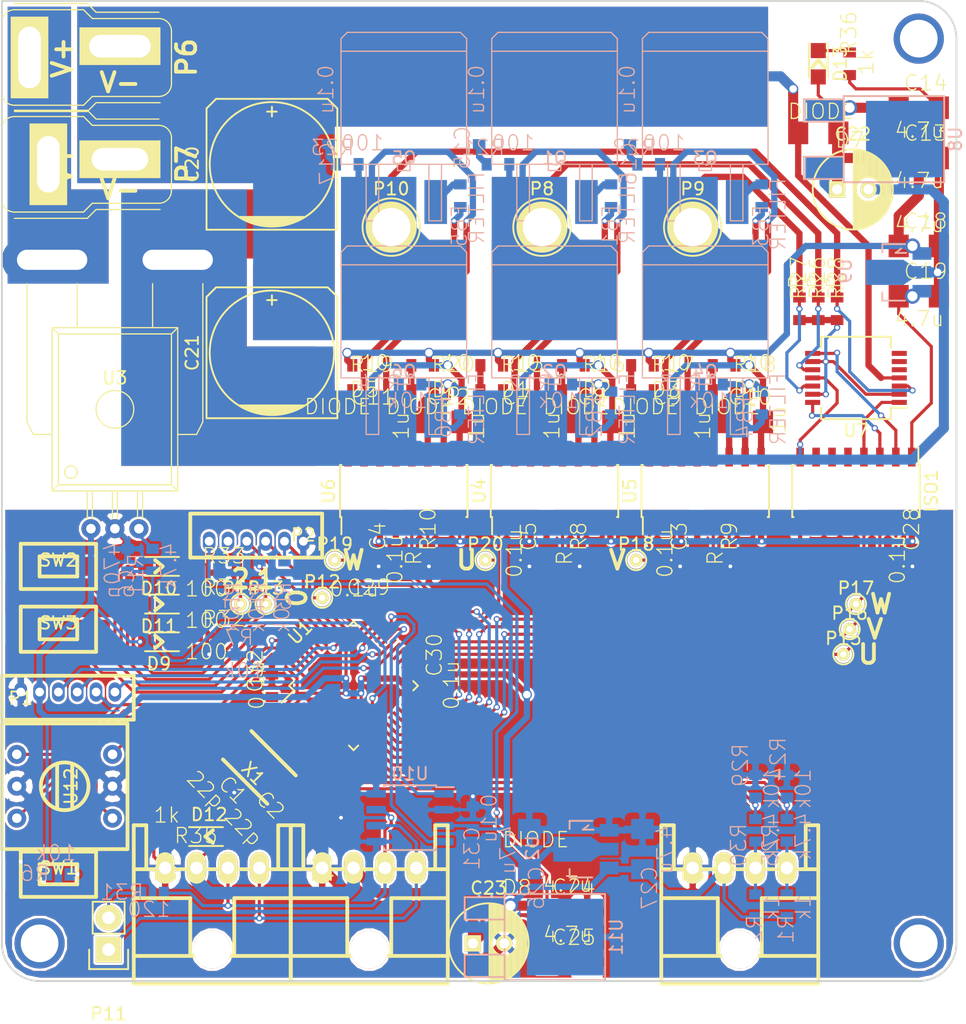
<source format=kicad_pcb>
(kicad_pcb (version 4) (host pcbnew 4.0.6)
  (layers (0 F.Cu signal) (31 B.Cu signal) (34 B.Paste user) (35 F.Paste user) (36 B.SilkS user) (37 F.SilkS user) (38 B.Mask user) (39 F.Mask user) (44 Edge.Cuts user))
  (net 0 "")
  (net 1 GND)
  (net 2 "Net-(C1-Pad2)")
  (net 3 "Net-(C2-Pad2)")
  (net 4 "Net-(C10-Pad1)")
  (net 5 +5V)
  (net 6 "Net-(FB1-Pad1)")
  (net 7 "Net-(FB1-Pad2)")
  (net 8 "Net-(FB2-Pad1)")
  (net 9 "Net-(FB2-Pad2)")
  (net 10 "Net-(FB3-Pad1)")
  (net 11 "Net-(FB3-Pad2)")
  (net 12 "Net-(FB4-Pad1)")
  (net 13 "Net-(FB4-Pad2)")
  (net 14 "Net-(FB5-Pad1)")
  (net 15 "Net-(FB5-Pad2)")
  (net 16 "Net-(FB6-Pad1)")
  (net 17 "Net-(FB6-Pad2)")
  (net 18 +BATT)
  (net 19 +3.3V)
  (net 20 /I_SENSE)
  (net 21 "Net-(C7-Pad1)")
  (net 22 /OUT_U)
  (net 23 "Net-(C8-Pad1)")
  (net 24 GNDPWR)
  (net 25 "Net-(C9-Pad1)")
  (net 26 /OUT_V)
  (net 27 "Net-(C11-Pad1)")
  (net 28 /OUT_W)
  (net 29 "Net-(C12-Pad1)")
  (net 30 "Net-(C13-Pad1)")
  (net 31 /GD_12V)
  (net 32 "Net-(C15-Pad2)")
  (net 33 /PW_5V)
  (net 34 "Net-(D1-Pad2)")
  (net 35 "Net-(D2-Pad2)")
  (net 36 "Net-(D3-Pad2)")
  (net 37 "Net-(D4-Pad2)")
  (net 38 "Net-(D5-Pad2)")
  (net 39 "Net-(D6-Pad2)")
  (net 40 "Net-(ISO1-Pad2)")
  (net 41 "Net-(ISO1-Pad3)")
  (net 42 "Net-(ISO1-Pad4)")
  (net 43 /SWCLK)
  (net 44 /SWDIO)
  (net 45 /USART_TX)
  (net 46 /USART_RX)
  (net 47 /HALL_0)
  (net 48 /HALL_1)
  (net 49 /HALL_2)
  (net 50 +12V)
  (net 51 /CAN_H)
  (net 52 /CAN_L)
  (net 53 /ENC_A)
  (net 54 /ENC_B)
  (net 55 /NRST)
  (net 56 /BOOT0)
  (net 57 "Net-(R8-Pad1)")
  (net 58 "Net-(R9-Pad1)")
  (net 59 "Net-(R10-Pad1)")
  (net 60 "Net-(R11-Pad1)")
  (net 61 /OUT_CENTER)
  (net 62 /PWM_U)
  (net 63 /PWM_V)
  (net 64 /PWM_W)
  (net 65 "Net-(P6-Pad1)")
  (net 66 /COMP_W)
  (net 67 /COMP_V)
  (net 68 /COMP_U)
  (net 69 /CAN_RX)
  (net 70 /CAN_TX)
  (net 71 /EN_U)
  (net 72 /EN_V)
  (net 73 /EN_W)
  (net 74 "Net-(C16-Pad1)")
  (net 75 "Net-(C17-Pad1)")
  (net 76 "Net-(C23-Pad1)")
  (net 77 "Net-(R24-Pad2)")
  (net 78 "Net-(R29-Pad2)")
  (net 79 "Net-(P11-Pad2)")
  (net 80 /SW1)
  (net 81 /SW2)
  (net 82 /SEL_4)
  (net 83 /SEL_2)
  (net 84 /SEL_1)
  (net 85 /SEL_8)
  (net 86 "Net-(D9-Pad2)")
  (net 87 /LED_A)
  (net 88 "Net-(D10-Pad2)")
  (net 89 /LED_B)
  (net 90 "Net-(D11-Pad2)")
  (net 91 "Net-(D12-Pad2)")
  (net 92 "Net-(D13-Pad2)")
  (module RP_KiCAD_Libs:C3216 (layer F.Cu) (at 73 12.5)
    (fp_text reference C13 (at -1.27 -1.27) (layer F.SilkS) (effects (font (size 1.2065 1.2065) (thickness 0.1016)) (justify left bottom)))
    (fp_text value 4.7u (at -2 2.5) (layer F.SilkS) (effects (font (size 1.2065 1.2065) (thickness 0.1016)) (justify left bottom)))
    (pad 1 smd rect (at -1.6 0) (size 1.6 1.8) (layers F.Cu F.Paste F.Mask) (net 30 "Net-(C13-Pad1)"))
    (pad 2 smd rect (at 1.6 0) (size 1.6 1.8) (layers F.Cu F.Paste F.Mask) (net 24 GNDPWR))
  )
  (module RP_KiCAD_Libs:C1608_WP (layer F.Cu) (at 17 61.5 135)
    (fp_text reference C1 (at -0.635 -0.635 135) (layer F.SilkS) (effects (font (size 1.2065 1.2065) (thickness 0.1016)) (justify left bottom)))
    (fp_text value 22p (at 1.414214 -2.12132 135) (layer F.SilkS) (effects (font (size 1.2065 1.2065) (thickness 0.1016)) (justify left bottom)))
    (pad 1 smd rect (at -0.9 0 135) (size 0.8 1) (layers F.Cu F.Paste F.Mask) (net 1 GND))
    (pad 2 smd rect (at 0.9 0 135) (size 0.8 1) (layers F.Cu F.Paste F.Mask) (net 2 "Net-(C1-Pad2)"))
  )
  (module RP_KiCAD_Libs:C1608_WP (layer F.Cu) (at 20 64.5 315)
    (fp_text reference C2 (at -0.635 -0.635 315) (layer F.SilkS) (effects (font (size 1.2065 1.2065) (thickness 0.1016)) (justify left bottom)))
    (fp_text value 22p (at -1.414214 2.12132 315) (layer F.SilkS) (effects (font (size 1.2065 1.2065) (thickness 0.1016)) (justify left bottom)))
    (pad 1 smd rect (at -0.9 0 315) (size 0.8 1) (layers F.Cu F.Paste F.Mask) (net 1 GND))
    (pad 2 smd rect (at 0.9 0 315) (size 0.8 1) (layers F.Cu F.Paste F.Mask) (net 3 "Net-(C2-Pad2)"))
  )
  (module RP_KiCAD_Libs:C1608_WP (layer F.Cu) (at 54 44.5 270)
    (fp_text reference C3 (at -0.635 -0.635 270) (layer F.SilkS) (effects (font (size 1.2065 1.2065) (thickness 0.1016)) (justify left bottom)))
    (fp_text value 0.1u (at 1.5 0.5 270) (layer F.SilkS) (effects (font (size 1.2065 1.2065) (thickness 0.1016)) (justify left bottom)))
    (pad 1 smd rect (at -0.9 0 270) (size 0.8 1) (layers F.Cu F.Paste F.Mask) (net 19 +3.3V))
    (pad 2 smd rect (at 0.9 0 270) (size 0.8 1) (layers F.Cu F.Paste F.Mask) (net 1 GND))
  )
  (module RP_KiCAD_Libs:C1608_WP (layer F.Cu) (at 30 44.5 270)
    (fp_text reference C4 (at -0.635 -0.635 270) (layer F.SilkS) (effects (font (size 1.2065 1.2065) (thickness 0.1016)) (justify left bottom)))
    (fp_text value 0.1u (at 2 -2 270) (layer F.SilkS) (effects (font (size 1.2065 1.2065) (thickness 0.1016)) (justify left bottom)))
    (pad 1 smd rect (at -0.9 0 270) (size 0.8 1) (layers F.Cu F.Paste F.Mask) (net 19 +3.3V))
    (pad 2 smd rect (at 0.9 0 270) (size 0.8 1) (layers F.Cu F.Paste F.Mask) (net 1 GND))
  )
  (module RP_KiCAD_Libs:C3216 (layer F.Cu) (at 41 33.5)
    (fp_text reference C7 (at -1.27 -1.27) (layer F.SilkS) (effects (font (size 1.2065 1.2065) (thickness 0.1016)) (justify left bottom)))
    (fp_text value 1u (at 3.5 1.5 90) (layer F.SilkS) (effects (font (size 1.2065 1.2065) (thickness 0.1016)) (justify left bottom)))
    (pad 1 smd rect (at -1.6 0) (size 1.6 1.8) (layers F.Cu F.Paste F.Mask) (net 21 "Net-(C7-Pad1)"))
    (pad 2 smd rect (at 1.6 0) (size 1.6 1.8) (layers F.Cu F.Paste F.Mask) (net 22 /OUT_U))
  )
  (module RP_KiCAD_Libs:C3216 (layer F.Cu) (at 47 33.5)
    (fp_text reference C8 (at -1.27 -1.27) (layer F.SilkS) (effects (font (size 1.2065 1.2065) (thickness 0.1016)) (justify left bottom)))
    (fp_text value 1u (at 3.5 1.5 90) (layer F.SilkS) (effects (font (size 1.2065 1.2065) (thickness 0.1016)) (justify left bottom)))
    (pad 1 smd rect (at -1.6 0) (size 1.6 1.8) (layers F.Cu F.Paste F.Mask) (net 23 "Net-(C8-Pad1)"))
    (pad 2 smd rect (at 1.6 0) (size 1.6 1.8) (layers F.Cu F.Paste F.Mask) (net 24 GNDPWR))
  )
  (module RP_KiCAD_Libs:C3216 (layer F.Cu) (at 73 8.5)
    (fp_text reference C14 (at -1.27 -1.27) (layer F.SilkS) (effects (font (size 1.2065 1.2065) (thickness 0.1016)) (justify left bottom)))
    (fp_text value 4.7u (at -2 2.5) (layer F.SilkS) (effects (font (size 1.2065 1.2065) (thickness 0.1016)) (justify left bottom)))
    (pad 1 smd rect (at -1.6 0) (size 1.6 1.8) (layers F.Cu F.Paste F.Mask) (net 31 /GD_12V))
    (pad 2 smd rect (at 1.6 0) (size 1.6 1.8) (layers F.Cu F.Paste F.Mask) (net 24 GNDPWR))
  )
  (module RP_KiCAD_Libs:C1608_WP (layer B.Cu) (at 26 10.5 90)
    (fp_text reference C17 (at -0.635 0.635 90) (layer B.SilkS) (effects (font (size 1.2065 1.2065) (thickness 0.1016)) (justify left bottom mirror)))
    (fp_text value 0.1u (at 5.5 0.5 90) (layer B.SilkS) (effects (font (size 1.2065 1.2065) (thickness 0.1016)) (justify left bottom mirror)))
    (pad 1 smd rect (at -0.9 0 90) (size 0.8 1) (layers B.Cu B.Paste B.Mask) (net 75 "Net-(C17-Pad1)"))
    (pad 2 smd rect (at 0.9 0 90) (size 0.8 1) (layers B.Cu B.Paste B.Mask) (net 18 +BATT))
  )
  (module RP_KiCAD_Libs:C3216 (layer F.Cu) (at 73 19.5)
    (fp_text reference C18 (at -1.27 -1.27) (layer F.SilkS) (effects (font (size 1.2065 1.2065) (thickness 0.1016)) (justify left bottom)))
    (fp_text value 4.7u (at -2 -1) (layer F.SilkS) (effects (font (size 1.2065 1.2065) (thickness 0.1016)) (justify left bottom)))
    (pad 1 smd rect (at -1.6 0) (size 1.6 1.8) (layers F.Cu F.Paste F.Mask) (net 31 /GD_12V))
    (pad 2 smd rect (at 1.6 0) (size 1.6 1.8) (layers F.Cu F.Paste F.Mask) (net 24 GNDPWR))
  )
  (module RP_KiCAD_Libs:C1608_WP (layer B.Cu) (at 48.5 15.5 90)
    (fp_text reference FB1 (at -0.635 0.635 90) (layer B.SilkS) (effects (font (size 1.2065 1.2065) (thickness 0.1016)) (justify left bottom mirror)))
    (fp_text value FILTER (at 2 2 90) (layer B.SilkS) (effects (font (size 1.2065 1.2065) (thickness 0.1016)) (justify left bottom mirror)))
    (pad 1 smd rect (at -0.9 0 90) (size 0.8 1) (layers B.Cu B.Paste B.Mask) (net 6 "Net-(FB1-Pad1)"))
    (pad 2 smd rect (at 0.9 0 90) (size 0.8 1) (layers B.Cu B.Paste B.Mask) (net 7 "Net-(FB1-Pad2)"))
  )
  (module RP_KiCAD_Libs:C1608_WP (layer B.Cu) (at 48.5 32 270)
    (fp_text reference FB2 (at -0.635 0.635 270) (layer B.SilkS) (effects (font (size 1.2065 1.2065) (thickness 0.1016)) (justify left bottom mirror)))
    (fp_text value FILTER (at -2.5 -2 270) (layer B.SilkS) (effects (font (size 1.2065 1.2065) (thickness 0.1016)) (justify left bottom mirror)))
    (pad 1 smd rect (at -0.9 0 270) (size 0.8 1) (layers B.Cu B.Paste B.Mask) (net 8 "Net-(FB2-Pad1)"))
    (pad 2 smd rect (at 0.9 0 270) (size 0.8 1) (layers B.Cu B.Paste B.Mask) (net 9 "Net-(FB2-Pad2)"))
  )
  (module RP_KiCAD_Libs:C1608_WP (layer B.Cu) (at 60.5 15.5 90)
    (fp_text reference FB3 (at -0.635 0.635 90) (layer B.SilkS) (effects (font (size 1.2065 1.2065) (thickness 0.1016)) (justify left bottom mirror)))
    (fp_text value FILTER (at 1.5 2 90) (layer B.SilkS) (effects (font (size 1.2065 1.2065) (thickness 0.1016)) (justify left bottom mirror)))
    (pad 1 smd rect (at -0.9 0 90) (size 0.8 1) (layers B.Cu B.Paste B.Mask) (net 10 "Net-(FB3-Pad1)"))
    (pad 2 smd rect (at 0.9 0 90) (size 0.8 1) (layers B.Cu B.Paste B.Mask) (net 11 "Net-(FB3-Pad2)"))
  )
  (module RP_KiCAD_Libs:C1608_WP (layer B.Cu) (at 60.5 32 270)
    (fp_text reference FB4 (at -0.635 0.635 270) (layer B.SilkS) (effects (font (size 1.2065 1.2065) (thickness 0.1016)) (justify left bottom mirror)))
    (fp_text value FILTER (at -2.5 -2 270) (layer B.SilkS) (effects (font (size 1.2065 1.2065) (thickness 0.1016)) (justify left bottom mirror)))
    (pad 1 smd rect (at -0.9 0 270) (size 0.8 1) (layers B.Cu B.Paste B.Mask) (net 12 "Net-(FB4-Pad1)"))
    (pad 2 smd rect (at 0.9 0 270) (size 0.8 1) (layers B.Cu B.Paste B.Mask) (net 13 "Net-(FB4-Pad2)"))
  )
  (module RP_KiCAD_Libs:C1608_WP (layer B.Cu) (at 36.5 15.5 90)
    (fp_text reference FB5 (at -0.635 0.635 90) (layer B.SilkS) (effects (font (size 1.2065 1.2065) (thickness 0.1016)) (justify left bottom mirror)))
    (fp_text value FILTER (at 2 2 90) (layer B.SilkS) (effects (font (size 1.2065 1.2065) (thickness 0.1016)) (justify left bottom mirror)))
    (pad 1 smd rect (at -0.9 0 90) (size 0.8 1) (layers B.Cu B.Paste B.Mask) (net 14 "Net-(FB5-Pad1)"))
    (pad 2 smd rect (at 0.9 0 90) (size 0.8 1) (layers B.Cu B.Paste B.Mask) (net 15 "Net-(FB5-Pad2)"))
  )
  (module RP_KiCAD_Libs:C1608_WP (layer B.Cu) (at 36.5 32 270)
    (fp_text reference FB6 (at -0.635 0.635 270) (layer B.SilkS) (effects (font (size 1.2065 1.2065) (thickness 0.1016)) (justify left bottom mirror)))
    (fp_text value FILTER (at -2.5 -2 270) (layer B.SilkS) (effects (font (size 1.2065 1.2065) (thickness 0.1016)) (justify left bottom mirror)))
    (pad 1 smd rect (at -0.9 0 270) (size 0.8 1) (layers B.Cu B.Paste B.Mask) (net 16 "Net-(FB6-Pad1)"))
    (pad 2 smd rect (at 0.9 0 270) (size 0.8 1) (layers B.Cu B.Paste B.Mask) (net 17 "Net-(FB6-Pad2)"))
  )
  (module TO_SOT_Packages_SMD:D2-PAK_compact (layer B.Cu) (at 44 13 180)
    (fp_text reference Q1 (at 0 0.5 180) (layer B.SilkS) (effects (justify mirror)))
    (fp_text value MOSFET_N)
    (pad G smd rect (at -2.54 -3 180) (size 1.8 3.5) (layers B.Cu B.Paste B.Mask) (net 7 "Net-(FB1-Pad2)"))
    (pad S smd rect (at 2.54 -3 180) (size 3 3.5) (layers B.Cu B.Paste B.Mask) (net 22 /OUT_U))
    (pad D smd rect (at 0 7 180) (size 10 8) (layers B.Cu B.Paste B.Mask) (net 18 +BATT))
  )
  (module TO_SOT_Packages_SMD:D2-PAK_compact (layer B.Cu) (at 44 30 180)
    (fp_text reference Q2 (at 0 0.5 180) (layer B.SilkS) (effects (justify mirror)))
    (fp_text value MOSFET_N)
    (pad G smd rect (at -2.54 -3 180) (size 1.8 3.5) (layers B.Cu B.Paste B.Mask) (net 9 "Net-(FB2-Pad2)"))
    (pad S smd rect (at 2.54 -3 180) (size 3 3.5) (layers B.Cu B.Paste B.Mask) (net 24 GNDPWR))
    (pad D smd rect (at 0 7 180) (size 10 8) (layers B.Cu B.Paste B.Mask) (net 22 /OUT_U))
  )
  (module TO_SOT_Packages_SMD:D2-PAK_compact (layer B.Cu) (at 56 13 180)
    (fp_text reference Q3 (at 0 0.5 180) (layer B.SilkS) (effects (justify mirror)))
    (fp_text value MOSFET_N)
    (pad G smd rect (at -2.54 -3 180) (size 1.8 3.5) (layers B.Cu B.Paste B.Mask) (net 11 "Net-(FB3-Pad2)"))
    (pad S smd rect (at 2.54 -3 180) (size 3 3.5) (layers B.Cu B.Paste B.Mask) (net 26 /OUT_V))
    (pad D smd rect (at 0 7 180) (size 10 8) (layers B.Cu B.Paste B.Mask) (net 18 +BATT))
  )
  (module TO_SOT_Packages_SMD:D2-PAK_compact (layer B.Cu) (at 56 30 180)
    (fp_text reference Q4 (at 0 0.5 180) (layer B.SilkS) (effects (justify mirror)))
    (fp_text value MOSFET_N)
    (pad G smd rect (at -2.54 -3 180) (size 1.8 3.5) (layers B.Cu B.Paste B.Mask) (net 13 "Net-(FB4-Pad2)"))
    (pad S smd rect (at 2.54 -3 180) (size 3 3.5) (layers B.Cu B.Paste B.Mask) (net 24 GNDPWR))
    (pad D smd rect (at 0 7 180) (size 10 8) (layers B.Cu B.Paste B.Mask) (net 26 /OUT_V))
  )
  (module TO_SOT_Packages_SMD:D2-PAK_compact (layer B.Cu) (at 32 13 180)
    (fp_text reference Q5 (at 0 0.5 180) (layer B.SilkS) (effects (justify mirror)))
    (fp_text value MOSFET_N)
    (pad G smd rect (at -2.54 -3 180) (size 1.8 3.5) (layers B.Cu B.Paste B.Mask) (net 15 "Net-(FB5-Pad2)"))
    (pad S smd rect (at 2.54 -3 180) (size 3 3.5) (layers B.Cu B.Paste B.Mask) (net 28 /OUT_W))
    (pad D smd rect (at 0 7 180) (size 10 8) (layers B.Cu B.Paste B.Mask) (net 18 +BATT))
  )
  (module TO_SOT_Packages_SMD:D2-PAK_compact (layer B.Cu) (at 32 30 180)
    (fp_text reference Q6 (at 0 0.5 180) (layer B.SilkS) (effects (justify mirror)))
    (fp_text value MOSFET_N)
    (pad G smd rect (at -2.54 -3 180) (size 1.8 3.5) (layers B.Cu B.Paste B.Mask) (net 17 "Net-(FB6-Pad2)"))
    (pad S smd rect (at 2.54 -3 180) (size 3 3.5) (layers B.Cu B.Paste B.Mask) (net 24 GNDPWR))
    (pad D smd rect (at 0 7 180) (size 10 8) (layers B.Cu B.Paste B.Mask) (net 28 /OUT_W))
  )
  (module RP_KiCAD_Libs:C1608_WP (layer B.Cu) (at 62.5 72 90)
    (fp_text reference R1 (at -0.635 0.635 90) (layer B.SilkS) (effects (font (size 1.2065 1.2065) (thickness 0.1016)) (justify left bottom mirror)))
    (fp_text value 1k (at 1 2 90) (layer B.SilkS) (effects (font (size 1.2065 1.2065) (thickness 0.1016)) (justify left bottom mirror)))
    (pad 1 smd rect (at -0.9 0 90) (size 0.8 1) (layers B.Cu B.Paste B.Mask) (net 5 +5V))
    (pad 2 smd rect (at 0.9 0 90) (size 0.8 1) (layers B.Cu B.Paste B.Mask) (net 54 /ENC_B))
  )
  (module RP_KiCAD_Libs:C1608_WP (layer B.Cu) (at 60 72 90)
    (fp_text reference R2 (at -0.635 0.635 90) (layer B.SilkS) (effects (font (size 1.2065 1.2065) (thickness 0.1016)) (justify left bottom mirror)))
    (fp_text value 1k (at 1 2 90) (layer B.SilkS) (effects (font (size 1.2065 1.2065) (thickness 0.1016)) (justify left bottom mirror)))
    (pad 1 smd rect (at -0.9 0 90) (size 0.8 1) (layers B.Cu B.Paste B.Mask) (net 5 +5V))
    (pad 2 smd rect (at 0.9 0 90) (size 0.8 1) (layers B.Cu B.Paste B.Mask) (net 53 /ENC_A))
  )
  (module RP_KiCAD_Libs:C1608_WP (layer B.Cu) (at 22.5 45.5 90)
    (fp_text reference R3 (at -0.635 0.635 90) (layer B.SilkS) (effects (font (size 1.2065 1.2065) (thickness 0.1016)) (justify left bottom mirror)))
    (fp_text value 10k (at -1.5 0.5 90) (layer B.SilkS) (effects (font (size 1.2065 1.2065) (thickness 0.1016)) (justify left bottom mirror)))
    (pad 1 smd rect (at -0.9 0 90) (size 0.8 1) (layers B.Cu B.Paste B.Mask) (net 5 +5V))
    (pad 2 smd rect (at 0.9 0 90) (size 0.8 1) (layers B.Cu B.Paste B.Mask) (net 47 /HALL_0))
  )
  (module RP_KiCAD_Libs:C1608_WP (layer B.Cu) (at 20.5 45.5 90)
    (fp_text reference R4 (at -0.635 0.635 90) (layer B.SilkS) (effects (font (size 1.2065 1.2065) (thickness 0.1016)) (justify left bottom mirror)))
    (fp_text value 10k (at -1.5 0.5 90) (layer B.SilkS) (effects (font (size 1.2065 1.2065) (thickness 0.1016)) (justify left bottom mirror)))
    (pad 1 smd rect (at -0.9 0 90) (size 0.8 1) (layers B.Cu B.Paste B.Mask) (net 5 +5V))
    (pad 2 smd rect (at 0.9 0 90) (size 0.8 1) (layers B.Cu B.Paste B.Mask) (net 48 /HALL_1))
  )
  (module RP_KiCAD_Libs:C1608_WP (layer B.Cu) (at 18.5 45.5 90)
    (fp_text reference R5 (at -0.635 0.635 90) (layer B.SilkS) (effects (font (size 1.2065 1.2065) (thickness 0.1016)) (justify left bottom mirror)))
    (fp_text value 10k (at -1.5 0.5 90) (layer B.SilkS) (effects (font (size 1.2065 1.2065) (thickness 0.1016)) (justify left bottom mirror)))
    (pad 1 smd rect (at -0.9 0 90) (size 0.8 1) (layers B.Cu B.Paste B.Mask) (net 5 +5V))
    (pad 2 smd rect (at 0.9 0 90) (size 0.8 1) (layers B.Cu B.Paste B.Mask) (net 49 /HALL_2))
  )
  (module RP_KiCAD_Libs:C1608_WP (layer B.Cu) (at 4.5 69.5)
    (fp_text reference R6 (at -0.635 0.635) (layer B.SilkS) (effects (font (size 1.2065 1.2065) (thickness 0.1016)) (justify left bottom mirror)))
    (fp_text value 10k (at 1.5 -1) (layer B.SilkS) (effects (font (size 1.2065 1.2065) (thickness 0.1016)) (justify left bottom mirror)))
    (pad 1 smd rect (at -0.9 0) (size 0.8 1) (layers B.Cu B.Paste B.Mask) (net 19 +3.3V))
    (pad 2 smd rect (at 0.9 0) (size 0.8 1) (layers B.Cu B.Paste B.Mask) (net 55 /NRST))
  )
  (module RP_KiCAD_Libs:C1608_WP (layer B.Cu) (at 19.5 52 180)
    (fp_text reference R7 (at -0.635 0.635 180) (layer B.SilkS) (effects (font (size 1.2065 1.2065) (thickness 0.1016)) (justify left bottom mirror)))
    (fp_text value 10k (at -1.5 -2 180) (layer B.SilkS) (effects (font (size 1.2065 1.2065) (thickness 0.1016)) (justify left bottom mirror)))
    (pad 1 smd rect (at -0.9 0 180) (size 0.8 1) (layers B.Cu B.Paste B.Mask) (net 56 /BOOT0))
    (pad 2 smd rect (at 0.9 0 180) (size 0.8 1) (layers B.Cu B.Paste B.Mask) (net 1 GND))
  )
  (module RP_KiCAD_Libs:C1608_WP (layer F.Cu) (at 46 44.5 270)
    (fp_text reference R8 (at -0.635 -0.635 270) (layer F.SilkS) (effects (font (size 1.2065 1.2065) (thickness 0.1016)) (justify left bottom)))
    (fp_text value R (at 0.5 0.5 270) (layer F.SilkS) (effects (font (size 1.2065 1.2065) (thickness 0.1016)) (justify left bottom)))
    (pad 1 smd rect (at -0.9 0 270) (size 0.8 1) (layers F.Cu F.Paste F.Mask) (net 57 "Net-(R8-Pad1)"))
    (pad 2 smd rect (at 0.9 0 270) (size 0.8 1) (layers F.Cu F.Paste F.Mask) (net 1 GND))
  )
  (module RP_KiCAD_Libs:C1608_WP (layer F.Cu) (at 58 44.5 270)
    (fp_text reference R9 (at -0.635 -0.635 270) (layer F.SilkS) (effects (font (size 1.2065 1.2065) (thickness 0.1016)) (justify left bottom)))
    (fp_text value R (at 0.5 0.5 270) (layer F.SilkS) (effects (font (size 1.2065 1.2065) (thickness 0.1016)) (justify left bottom)))
    (pad 1 smd rect (at -0.9 0 270) (size 0.8 1) (layers F.Cu F.Paste F.Mask) (net 58 "Net-(R9-Pad1)"))
    (pad 2 smd rect (at 0.9 0 270) (size 0.8 1) (layers F.Cu F.Paste F.Mask) (net 1 GND))
  )
  (module RP_KiCAD_Libs:C1608_WP (layer F.Cu) (at 34 44.5 270)
    (fp_text reference R10 (at -0.635 -0.635 270) (layer F.SilkS) (effects (font (size 1.2065 1.2065) (thickness 0.1016)) (justify left bottom)))
    (fp_text value R (at 0.5 0.5 270) (layer F.SilkS) (effects (font (size 1.2065 1.2065) (thickness 0.1016)) (justify left bottom)))
    (pad 1 smd rect (at -0.9 0 270) (size 0.8 1) (layers F.Cu F.Paste F.Mask) (net 59 "Net-(R10-Pad1)"))
    (pad 2 smd rect (at 0.9 0 270) (size 0.8 1) (layers F.Cu F.Paste F.Mask) (net 1 GND))
  )
  (module RP_KiCAD_Libs:C1608_WP (layer B.Cu) (at 12 44.5 270)
    (fp_text reference R11 (at -0.635 0.635 270) (layer B.SilkS) (effects (font (size 1.2065 1.2065) (thickness 0.1016)) (justify left bottom mirror)))
    (fp_text value 4.7k (at -1.5 -2 270) (layer B.SilkS) (effects (font (size 1.2065 1.2065) (thickness 0.1016)) (justify left bottom mirror)))
    (pad 1 smd rect (at -0.9 0 270) (size 0.8 1) (layers B.Cu B.Paste B.Mask) (net 60 "Net-(R11-Pad1)"))
    (pad 2 smd rect (at 0.9 0 270) (size 0.8 1) (layers B.Cu B.Paste B.Mask) (net 20 /I_SENSE))
  )
  (module RP_KiCAD_Libs:C1608_WP (layer B.Cu) (at 44.5 30.5)
    (fp_text reference R12 (at -0.635 0.635) (layer B.SilkS) (effects (font (size 1.2065 1.2065) (thickness 0.1016)) (justify left bottom mirror)))
    (fp_text value 10k (at 1.5 2) (layer B.SilkS) (effects (font (size 1.2065 1.2065) (thickness 0.1016)) (justify left bottom mirror)))
    (pad 1 smd rect (at -0.9 0) (size 0.8 1) (layers B.Cu B.Paste B.Mask) (net 24 GNDPWR))
    (pad 2 smd rect (at 0.9 0) (size 0.8 1) (layers B.Cu B.Paste B.Mask) (net 8 "Net-(FB2-Pad1)"))
  )
  (module Crystals:ABM3_2pads (layer F.Cu) (at 20.5 61 315)
    (fp_text reference X1 (at 0 0.7 315) (layer F.SilkS))
    (fp_text value CRYSTAL)
    (pad 1 smd rect (at -2.2 0 315) (size 1.8 2.6) (layers F.Cu F.Paste F.Mask) (net 2 "Net-(C1-Pad2)"))
    (pad 2 smd rect (at 2.2 0 315) (size 1.8 2.6) (layers F.Cu F.Paste F.Mask) (net 3 "Net-(C2-Pad2)"))
  )
  (module RP_KiCAD_Libs:C1608_WP (layer B.Cu) (at 56.5 30.5)
    (fp_text reference R13 (at -0.635 0.635) (layer B.SilkS) (effects (font (size 1.2065 1.2065) (thickness 0.1016)) (justify left bottom mirror)))
    (fp_text value 10k (at 1.5 2) (layer B.SilkS) (effects (font (size 1.2065 1.2065) (thickness 0.1016)) (justify left bottom mirror)))
    (pad 1 smd rect (at -0.9 0) (size 0.8 1) (layers B.Cu B.Paste B.Mask) (net 24 GNDPWR))
    (pad 2 smd rect (at 0.9 0) (size 0.8 1) (layers B.Cu B.Paste B.Mask) (net 12 "Net-(FB4-Pad1)"))
  )
  (module RP_KiCAD_Libs:C1608_WP (layer B.Cu) (at 32.5 30.5)
    (fp_text reference R14 (at -0.635 0.635) (layer B.SilkS) (effects (font (size 1.2065 1.2065) (thickness 0.1016)) (justify left bottom mirror)))
    (fp_text value 10k (at 1.5 2) (layer B.SilkS) (effects (font (size 1.2065 1.2065) (thickness 0.1016)) (justify left bottom mirror)))
    (pad 1 smd rect (at -0.9 0) (size 0.8 1) (layers B.Cu B.Paste B.Mask) (net 24 GNDPWR))
    (pad 2 smd rect (at 0.9 0) (size 0.8 1) (layers B.Cu B.Paste B.Mask) (net 16 "Net-(FB6-Pad1)"))
  )
  (module RP_KiCAD_Libs:C1608_WP (layer B.Cu) (at 38 10.5 270)
    (fp_text reference C15 (at -0.635 0.635 270) (layer B.SilkS) (effects (font (size 1.2065 1.2065) (thickness 0.1016)) (justify left bottom mirror)))
    (fp_text value 0.1u (at -5.5 -0.5 270) (layer B.SilkS) (effects (font (size 1.2065 1.2065) (thickness 0.1016)) (justify left bottom mirror)))
    (pad 1 smd rect (at -0.9 0 270) (size 0.8 1) (layers B.Cu B.Paste B.Mask) (net 18 +BATT))
    (pad 2 smd rect (at 0.9 0 270) (size 0.8 1) (layers B.Cu B.Paste B.Mask) (net 32 "Net-(C15-Pad2)"))
  )
  (module RP_KiCAD_Libs:C1608_WP (layer B.Cu) (at 50 10.5 90)
    (fp_text reference C16 (at -0.635 0.635 90) (layer B.SilkS) (effects (font (size 1.2065 1.2065) (thickness 0.1016)) (justify left bottom mirror)))
    (fp_text value 0.1u (at 5.5 0.5 90) (layer B.SilkS) (effects (font (size 1.2065 1.2065) (thickness 0.1016)) (justify left bottom mirror)))
    (pad 1 smd rect (at -0.9 0 90) (size 0.8 1) (layers B.Cu B.Paste B.Mask) (net 74 "Net-(C16-Pad1)"))
    (pad 2 smd rect (at 0.9 0 90) (size 0.8 1) (layers B.Cu B.Paste B.Mask) (net 18 +BATT))
  )
  (module RP_KiCAD_Libs:C1608_WP (layer F.Cu) (at 42 44.5 270)
    (fp_text reference C5 (at -0.635 -0.635 270) (layer F.SilkS) (effects (font (size 1.2065 1.2065) (thickness 0.1016)) (justify left bottom)))
    (fp_text value 0.1u (at 1.5 0.5 270) (layer F.SilkS) (effects (font (size 1.2065 1.2065) (thickness 0.1016)) (justify left bottom)))
    (pad 1 smd rect (at -0.9 0 270) (size 0.8 1) (layers F.Cu F.Paste F.Mask) (net 19 +3.3V))
    (pad 2 smd rect (at 0.9 0 270) (size 0.8 1) (layers F.Cu F.Paste F.Mask) (net 1 GND))
  )
  (module RP_KiCAD_Libs:C1608_WP (layer B.Cu) (at 10 44.5 90)
    (fp_text reference C6 (at -0.635 0.635 90) (layer B.SilkS) (effects (font (size 1.2065 1.2065) (thickness 0.1016)) (justify left bottom mirror)))
    (fp_text value 470n (at 1.5 -0.5 90) (layer B.SilkS) (effects (font (size 1.2065 1.2065) (thickness 0.1016)) (justify left bottom mirror)))
    (pad 1 smd rect (at -0.9 0 90) (size 0.8 1) (layers B.Cu B.Paste B.Mask) (net 20 /I_SENSE))
    (pad 2 smd rect (at 0.9 0 90) (size 0.8 1) (layers B.Cu B.Paste B.Mask) (net 1 GND))
  )
  (module RP_KiCAD_Libs:C3216 (layer F.Cu) (at 53 33.5)
    (fp_text reference C9 (at -1.27 -1.27) (layer F.SilkS) (effects (font (size 1.2065 1.2065) (thickness 0.1016)) (justify left bottom)))
    (fp_text value 1u (at 3.5 1.5 90) (layer F.SilkS) (effects (font (size 1.2065 1.2065) (thickness 0.1016)) (justify left bottom)))
    (pad 1 smd rect (at -1.6 0) (size 1.6 1.8) (layers F.Cu F.Paste F.Mask) (net 25 "Net-(C9-Pad1)"))
    (pad 2 smd rect (at 1.6 0) (size 1.6 1.8) (layers F.Cu F.Paste F.Mask) (net 26 /OUT_V))
  )
  (module RP_KiCAD_Libs:C3216 (layer F.Cu) (at 59 33.5)
    (fp_text reference C10 (at -1.27 -1.27) (layer F.SilkS) (effects (font (size 1.2065 1.2065) (thickness 0.1016)) (justify left bottom)))
    (fp_text value 1u (at 3.5 1 90) (layer F.SilkS) (effects (font (size 1.2065 1.2065) (thickness 0.1016)) (justify left bottom)))
    (pad 1 smd rect (at -1.6 0) (size 1.6 1.8) (layers F.Cu F.Paste F.Mask) (net 4 "Net-(C10-Pad1)"))
    (pad 2 smd rect (at 1.6 0) (size 1.6 1.8) (layers F.Cu F.Paste F.Mask) (net 24 GNDPWR))
  )
  (module RP_KiCAD_Libs:C3216 (layer F.Cu) (at 29 33.5)
    (fp_text reference C11 (at -1.27 -1.27) (layer F.SilkS) (effects (font (size 1.2065 1.2065) (thickness 0.1016)) (justify left bottom)))
    (fp_text value 1u (at 3.5 1.5 90) (layer F.SilkS) (effects (font (size 1.2065 1.2065) (thickness 0.1016)) (justify left bottom)))
    (pad 1 smd rect (at -1.6 0) (size 1.6 1.8) (layers F.Cu F.Paste F.Mask) (net 27 "Net-(C11-Pad1)"))
    (pad 2 smd rect (at 1.6 0) (size 1.6 1.8) (layers F.Cu F.Paste F.Mask) (net 28 /OUT_W))
  )
  (module RP_KiCAD_Libs:C3216 (layer F.Cu) (at 35 33.5)
    (fp_text reference C12 (at -1.27 -1.27) (layer F.SilkS) (effects (font (size 1.2065 1.2065) (thickness 0.1016)) (justify left bottom)))
    (fp_text value 1u (at 3.5 1.5 90) (layer F.SilkS) (effects (font (size 1.2065 1.2065) (thickness 0.1016)) (justify left bottom)))
    (pad 1 smd rect (at -1.6 0) (size 1.6 1.8) (layers F.Cu F.Paste F.Mask) (net 29 "Net-(C12-Pad1)"))
    (pad 2 smd rect (at 1.6 0) (size 1.6 1.8) (layers F.Cu F.Paste F.Mask) (net 24 GNDPWR))
  )
  (module RP_KiCAD_Libs:C3216 (layer F.Cu) (at 73 23.5)
    (fp_text reference C19 (at -1.27 -1.27) (layer F.SilkS) (effects (font (size 1.2065 1.2065) (thickness 0.1016)) (justify left bottom)))
    (fp_text value 4.7u (at -2 2.5) (layer F.SilkS) (effects (font (size 1.2065 1.2065) (thickness 0.1016)) (justify left bottom)))
    (pad 1 smd rect (at -1.6 0) (size 1.6 1.8) (layers F.Cu F.Paste F.Mask) (net 33 /PW_5V))
    (pad 2 smd rect (at 1.6 0) (size 1.6 1.8) (layers F.Cu F.Paste F.Mask) (net 24 GNDPWR))
  )
  (module Capacitors_SMD:c_elec_10x10.5 (layer F.Cu) (at 21.5 13 90)
    (fp_text reference C20 (at 0 -6.35 90) (layer F.SilkS))
    (fp_text value 470u)
    (pad 1 smd rect (at 4.0005 0 90) (size 4.0005 2.4003) (layers F.Cu F.Paste F.Mask) (net 18 +BATT))
    (pad 2 smd rect (at -4.0005 0 90) (size 4.0005 2.4003) (layers F.Cu F.Paste F.Mask) (net 24 GNDPWR))
  )
  (module Capacitors_SMD:c_elec_10x10.5 (layer F.Cu) (at 21.5 28 90)
    (fp_text reference C21 (at 0 -6.35 90) (layer F.SilkS))
    (fp_text value 470u)
    (pad 1 smd rect (at 4.0005 0 90) (size 4.0005 2.4003) (layers F.Cu F.Paste F.Mask) (net 18 +BATT))
    (pad 2 smd rect (at -4.0005 0 90) (size 4.0005 2.4003) (layers F.Cu F.Paste F.Mask) (net 24 GNDPWR))
  )
  (module RP_KiCAD_Libs:C1608_WP (layer F.Cu) (at 39 31 180)
    (fp_text reference D1 (at -0.635 -0.635 180) (layer F.SilkS) (effects (font (size 1.2065 1.2065) (thickness 0.1016)) (justify left bottom)))
    (fp_text value DIODE (at 2.5 -2 180) (layer F.SilkS) (effects (font (size 1.2065 1.2065) (thickness 0.1016)) (justify left bottom)))
    (pad 1 smd rect (at -0.9 0 180) (size 0.8 1) (layers F.Cu F.Paste F.Mask) (net 21 "Net-(C7-Pad1)"))
    (pad 2 smd rect (at 0.9 0 180) (size 0.8 1) (layers F.Cu F.Paste F.Mask) (net 34 "Net-(D1-Pad2)"))
  )
  (module RP_KiCAD_Libs:C1608_WP (layer F.Cu) (at 45.5 31 180)
    (fp_text reference D2 (at -0.635 -0.635 180) (layer F.SilkS) (effects (font (size 1.2065 1.2065) (thickness 0.1016)) (justify left bottom)))
    (fp_text value DIODE (at 2.5 -2 180) (layer F.SilkS) (effects (font (size 1.2065 1.2065) (thickness 0.1016)) (justify left bottom)))
    (pad 1 smd rect (at -0.9 0 180) (size 0.8 1) (layers F.Cu F.Paste F.Mask) (net 23 "Net-(C8-Pad1)"))
    (pad 2 smd rect (at 0.9 0 180) (size 0.8 1) (layers F.Cu F.Paste F.Mask) (net 35 "Net-(D2-Pad2)"))
  )
  (module RP_KiCAD_Libs:C1608_WP (layer F.Cu) (at 51 31 180)
    (fp_text reference D3 (at -0.635 -0.635 180) (layer F.SilkS) (effects (font (size 1.2065 1.2065) (thickness 0.1016)) (justify left bottom)))
    (fp_text value DIODE (at 2.5 -2 180) (layer F.SilkS) (effects (font (size 1.2065 1.2065) (thickness 0.1016)) (justify left bottom)))
    (pad 1 smd rect (at -0.9 0 180) (size 0.8 1) (layers F.Cu F.Paste F.Mask) (net 25 "Net-(C9-Pad1)"))
    (pad 2 smd rect (at 0.9 0 180) (size 0.8 1) (layers F.Cu F.Paste F.Mask) (net 36 "Net-(D3-Pad2)"))
  )
  (module RP_KiCAD_Libs:C1608_WP (layer F.Cu) (at 57.5 31 180)
    (fp_text reference D4 (at -0.635 -0.635 180) (layer F.SilkS) (effects (font (size 1.2065 1.2065) (thickness 0.1016)) (justify left bottom)))
    (fp_text value DIODE (at 2.5 -2 180) (layer F.SilkS) (effects (font (size 1.2065 1.2065) (thickness 0.1016)) (justify left bottom)))
    (pad 1 smd rect (at -0.9 0 180) (size 0.8 1) (layers F.Cu F.Paste F.Mask) (net 4 "Net-(C10-Pad1)"))
    (pad 2 smd rect (at 0.9 0 180) (size 0.8 1) (layers F.Cu F.Paste F.Mask) (net 37 "Net-(D4-Pad2)"))
  )
  (module RP_KiCAD_Libs:C1608_WP (layer F.Cu) (at 27 31 180)
    (fp_text reference D5 (at -0.635 -0.635 180) (layer F.SilkS) (effects (font (size 1.2065 1.2065) (thickness 0.1016)) (justify left bottom)))
    (fp_text value DIODE (at 3 -2 180) (layer F.SilkS) (effects (font (size 1.2065 1.2065) (thickness 0.1016)) (justify left bottom)))
    (pad 1 smd rect (at -0.9 0 180) (size 0.8 1) (layers F.Cu F.Paste F.Mask) (net 27 "Net-(C11-Pad1)"))
    (pad 2 smd rect (at 0.9 0 180) (size 0.8 1) (layers F.Cu F.Paste F.Mask) (net 38 "Net-(D5-Pad2)"))
  )
  (module RP_KiCAD_Libs:C1608_WP (layer F.Cu) (at 33.5 31 180)
    (fp_text reference D6 (at -0.635 -0.635 180) (layer F.SilkS) (effects (font (size 1.2065 1.2065) (thickness 0.1016)) (justify left bottom)))
    (fp_text value DIODE (at 3 -2 180) (layer F.SilkS) (effects (font (size 1.2065 1.2065) (thickness 0.1016)) (justify left bottom)))
    (pad 1 smd rect (at -0.9 0 180) (size 0.8 1) (layers F.Cu F.Paste F.Mask) (net 29 "Net-(C12-Pad1)"))
    (pad 2 smd rect (at 0.9 0 180) (size 0.8 1) (layers F.Cu F.Paste F.Mask) (net 39 "Net-(D6-Pad2)"))
  )
  (module RP_KiCAD_Libs:C3216 (layer F.Cu) (at 65 10.5 180)
    (fp_text reference D7 (at -1.27 -1.27 180) (layer F.SilkS) (effects (font (size 1.2065 1.2065) (thickness 0.1016)) (justify left bottom)))
    (fp_text value DIODE (at 2.5 1 360) (layer F.SilkS) (effects (font (size 1.2065 1.2065) (thickness 0.1016)) (justify left bottom)))
    (pad 1 smd rect (at -1.6 0 180) (size 1.6 1.8) (layers F.Cu F.Paste F.Mask) (net 30 "Net-(C13-Pad1)"))
    (pad 2 smd rect (at 1.6 0 180) (size 1.6 1.8) (layers F.Cu F.Paste F.Mask) (net 18 +BATT))
  )
  (module Housings_SOIC:SOIC-16_3.9x9.9mm_Pitch1.27mm (layer F.Cu) (at 68 39 270)
    (fp_text reference ISO1 (at 0 -6 270) (layer F.SilkS))
    (fp_text value Si866x)
    (pad 1 smd rect (at -2.7 -4.445 270) (size 1.5 0.6) (layers F.Cu F.Paste F.Mask) (net 33 /PW_5V))
    (pad 2 smd rect (at -2.7 -3.175 270) (size 1.5 0.6) (layers F.Cu F.Paste F.Mask) (net 40 "Net-(ISO1-Pad2)"))
    (pad 3 smd rect (at -2.7 -1.905 270) (size 1.5 0.6) (layers F.Cu F.Paste F.Mask) (net 41 "Net-(ISO1-Pad3)"))
    (pad 4 smd rect (at -2.7 -0.635 270) (size 1.5 0.6) (layers F.Cu F.Paste F.Mask) (net 42 "Net-(ISO1-Pad4)"))
    (pad 5 smd rect (at -2.7 0.635 270) (size 1.5 0.6) (layers F.Cu F.Paste F.Mask))
    (pad 6 smd rect (at -2.7 1.905 270) (size 1.5 0.6) (layers F.Cu F.Paste F.Mask))
    (pad 7 smd rect (at -2.7 3.175 270) (size 1.5 0.6) (layers F.Cu F.Paste F.Mask))
    (pad 8 smd rect (at -2.7 4.445 270) (size 1.5 0.6) (layers F.Cu F.Paste F.Mask) (net 24 GNDPWR))
    (pad 9 smd rect (at 2.7 4.445 270) (size 1.5 0.6) (layers F.Cu F.Paste F.Mask) (net 1 GND))
    (pad 10 smd rect (at 2.7 3.175 270) (size 1.5 0.6) (layers F.Cu F.Paste F.Mask))
    (pad 11 smd rect (at 2.7 1.905 270) (size 1.5 0.6) (layers F.Cu F.Paste F.Mask))
    (pad 12 smd rect (at 2.7 0.635 270) (size 1.5 0.6) (layers F.Cu F.Paste F.Mask))
    (pad 13 smd rect (at 2.7 -0.635 270) (size 1.5 0.6) (layers F.Cu F.Paste F.Mask) (net 66 /COMP_W))
    (pad 14 smd rect (at 2.7 -1.905 270) (size 1.5 0.6) (layers F.Cu F.Paste F.Mask) (net 67 /COMP_V))
    (pad 15 smd rect (at 2.7 -3.175 270) (size 1.5 0.6) (layers F.Cu F.Paste F.Mask) (net 68 /COMP_U))
    (pad 16 smd rect (at 2.7 -4.445 270) (size 1.5 0.6) (layers F.Cu F.Paste F.Mask) (net 19 +3.3V))
  )
  (module RP_KiCAD_Connector:ZH_6T (layer F.Cu) (at 1.5 55)
    (fp_text reference P1 (at 0 0.5) (layer F.SilkS))
    (fp_text value CONN_01X06)
    (pad 1 thru_hole oval (at 0 0) (size 1 1.524) (drill 0.7) (layers *.Cu *.Mask) (net 1 GND))
    (pad 2 thru_hole oval (at 1.5 0) (size 1 1.524) (drill 0.7) (layers *.Cu *.Mask) (net 19 +3.3V))
    (pad 3 thru_hole oval (at 3 0) (size 1 1.524) (drill 0.7) (layers *.Cu *.Mask) (net 43 /SWCLK))
    (pad 4 thru_hole oval (at 4.5 0) (size 1 1.524) (drill 0.7) (layers *.Cu *.Mask) (net 44 /SWDIO))
    (pad 5 thru_hole oval (at 6 0) (size 1 1.524) (drill 0.7) (layers *.Cu *.Mask) (net 45 /USART_TX))
    (pad 6 thru_hole oval (at 7.5 0) (size 1 1.524) (drill 0.7) (layers *.Cu *.Mask) (net 46 /USART_RX))
  )
  (module RP_KiCAD_Connector:ZH_6T (layer F.Cu) (at 24 43 180)
    (fp_text reference P2 (at 0 0.5 180) (layer F.SilkS))
    (fp_text value CONN_01X06)
    (pad 1 thru_hole oval (at 0 0 180) (size 1 1.524) (drill 0.7) (layers *.Cu *.Mask) (net 1 GND))
    (pad 2 thru_hole oval (at 1.5 0 180) (size 1 1.524) (drill 0.7) (layers *.Cu *.Mask) (net 47 /HALL_0))
    (pad 3 thru_hole oval (at 3 0 180) (size 1 1.524) (drill 0.7) (layers *.Cu *.Mask) (net 48 /HALL_1))
    (pad 4 thru_hole oval (at 4.5 0 180) (size 1 1.524) (drill 0.7) (layers *.Cu *.Mask) (net 49 /HALL_2))
    (pad 5 thru_hole oval (at 6 0 180) (size 1 1.524) (drill 0.7) (layers *.Cu *.Mask))
    (pad 6 thru_hole oval (at 7.5 0 180) (size 1 1.524) (drill 0.7) (layers *.Cu *.Mask) (net 5 +5V))
  )
  (module RP_KiCAD_Connector:XA_4LC (layer F.Cu) (at 13 69)
    (fp_text reference P3 (at 0 0.5) (layer F.SilkS))
    (fp_text value CONN_01X04)
    (pad 1 thru_hole oval (at 0 0) (size 1.5 2.5) (drill 1) (layers *.Cu *.Mask F.SilkS) (net 1 GND))
    (pad 2 thru_hole oval (at 2.5 0) (size 1.5 2.5) (drill 1) (layers *.Cu *.Mask F.SilkS) (net 50 +12V))
    (pad 3 thru_hole oval (at 5 0) (size 1.5 2.5) (drill 1) (layers *.Cu *.Mask F.SilkS) (net 51 /CAN_H))
    (pad 4 thru_hole oval (at 7.5 0) (size 1.5 2.5) (drill 1) (layers *.Cu *.Mask F.SilkS) (net 52 /CAN_L))
    (pad "" thru_hole circle (at 3.75 6.5) (size 3 3) (drill 3) (layers *.Cu *.Mask F.SilkS) (clearance -0.3))
  )
  (module RP_KiCAD_Connector:XA_4LC (layer F.Cu) (at 25.5 69)
    (fp_text reference P4 (at 0 0.5) (layer F.SilkS))
    (fp_text value CONN_01X04)
    (pad 1 thru_hole oval (at 0 0) (size 1.5 2.5) (drill 1) (layers *.Cu *.Mask F.SilkS) (net 1 GND))
    (pad 2 thru_hole oval (at 2.5 0) (size 1.5 2.5) (drill 1) (layers *.Cu *.Mask F.SilkS) (net 50 +12V))
    (pad 3 thru_hole oval (at 5 0) (size 1.5 2.5) (drill 1) (layers *.Cu *.Mask F.SilkS) (net 51 /CAN_H))
    (pad 4 thru_hole oval (at 7.5 0) (size 1.5 2.5) (drill 1) (layers *.Cu *.Mask F.SilkS) (net 52 /CAN_L))
    (pad "" thru_hole circle (at 3.75 6.5) (size 3 3) (drill 3) (layers *.Cu *.Mask F.SilkS) (clearance -0.3))
  )
  (module RP_KiCAD_Connector:XA_4LC (layer F.Cu) (at 55 69)
    (fp_text reference P5 (at 0 0.5) (layer F.SilkS))
    (fp_text value CONN_01X04)
    (pad 1 thru_hole oval (at 0 0) (size 1.5 2.5) (drill 1) (layers *.Cu *.Mask F.SilkS) (net 1 GND))
    (pad 2 thru_hole oval (at 2.5 0) (size 1.5 2.5) (drill 1) (layers *.Cu *.Mask F.SilkS) (net 5 +5V))
    (pad 3 thru_hole oval (at 5 0) (size 1.5 2.5) (drill 1) (layers *.Cu *.Mask F.SilkS) (net 53 /ENC_A))
    (pad 4 thru_hole oval (at 7.5 0) (size 1.5 2.5) (drill 1) (layers *.Cu *.Mask F.SilkS) (net 54 /ENC_B))
    (pad "" thru_hole circle (at 3.75 6.5) (size 3 3) (drill 3) (layers *.Cu *.Mask F.SilkS) (clearance -0.3))
  )
  (module RP_KiCAD_Connector:DEANS_T_F (layer F.Cu) (at 6.5 4.5 90)
    (fp_text reference P6 (at 0 8.2 90) (layer F.SilkS) (effects (font (thickness 0.3048))))
    (fp_text value CONN_01X02 hide)
    (fp_text user V- (at -2 2.9 180) (layer F.SilkS) (effects (font (thickness 0.3048))))
    (fp_text user V+ (at 0 -1.7 270) (layer F.SilkS) (effects (font (thickness 0.3048))))
    (pad 1 thru_hole rect (at 0 -4.3 90) (size 6.5 3) (drill oval 4.9 1.8) (layers *.Cu *.Mask F.SilkS) (net 65 "Net-(P6-Pad1)"))
    (pad 2 thru_hole rect (at 0.9 2.9 90) (size 3 6.4516) (drill oval 1.8 4.9) (layers *.Cu *.Mask F.SilkS) (net 18 +BATT))
  )
  (module RP_KiCAD_Connector:DEANS_T_M (layer F.Cu) (at 6.5 13 90)
    (fp_text reference P7 (at 0 8.2 90) (layer F.SilkS) (effects (font (thickness 0.3048))))
    (fp_text value CONN_01X02 hide)
    (fp_text user V- (at -2 2.9 180) (layer F.SilkS) (effects (font (thickness 0.3048))))
    (fp_text user V+ (at 0 -1.7 270) (layer F.SilkS) (effects (font (thickness 0.3048))))
    (pad 1 thru_hole rect (at 0 -2.8 90) (size 6.5 3) (drill oval 4.5 1.8) (layers *.Cu *.Mask F.SilkS) (net 65 "Net-(P6-Pad1)"))
    (pad 2 thru_hole rect (at 0.4 2.9 90) (size 3 6.4516) (drill oval 1.8 4.5) (layers *.Cu *.Mask F.SilkS) (net 18 +BATT))
  )
  (module Connect:1pin (layer F.Cu) (at 43 18)
    (fp_text reference P8 (at 0 -3.048) (layer F.SilkS))
    (fp_text value CONN_01X01)
    (pad 1 thru_hole circle (at 0 0) (size 4.064 4.064) (drill 3.048) (layers *.Cu *.Mask F.SilkS) (net 22 /OUT_U))
  )
  (module Connect:1pin (layer F.Cu) (at 55 18)
    (fp_text reference P9 (at 0 -3.048) (layer F.SilkS))
    (fp_text value CONN_01X01)
    (pad 1 thru_hole circle (at 0 0) (size 4.064 4.064) (drill 3.048) (layers *.Cu *.Mask F.SilkS) (net 26 /OUT_V))
  )
  (module Connect:1pin (layer F.Cu) (at 31 18)
    (fp_text reference P10 (at 0 -3.048) (layer F.SilkS))
    (fp_text value CONN_01X01)
    (pad 1 thru_hole circle (at 0 0) (size 4.064 4.064) (drill 3.048) (layers *.Cu *.Mask F.SilkS) (net 28 /OUT_W))
  )
  (module RP_KiCAD_Libs:C1608_WP (layer F.Cu) (at 39 29 180)
    (fp_text reference R15 (at -0.635 -0.635 180) (layer F.SilkS) (effects (font (size 1.2065 1.2065) (thickness 0.1016)) (justify left bottom)))
    (fp_text value 10 (at -1.5 -0.5 180) (layer F.SilkS) (effects (font (size 1.2065 1.2065) (thickness 0.1016)) (justify left bottom)))
    (pad 1 smd rect (at -0.9 0 180) (size 0.8 1) (layers F.Cu F.Paste F.Mask) (net 31 /GD_12V))
    (pad 2 smd rect (at 0.9 0 180) (size 0.8 1) (layers F.Cu F.Paste F.Mask) (net 34 "Net-(D1-Pad2)"))
  )
  (module RP_KiCAD_Libs:C1608_WP (layer F.Cu) (at 45.5 29 180)
    (fp_text reference R16 (at -0.635 -0.635 180) (layer F.SilkS) (effects (font (size 1.2065 1.2065) (thickness 0.1016)) (justify left bottom)))
    (fp_text value 10 (at -1.5 -0.5 180) (layer F.SilkS) (effects (font (size 1.2065 1.2065) (thickness 0.1016)) (justify left bottom)))
    (pad 1 smd rect (at -0.9 0 180) (size 0.8 1) (layers F.Cu F.Paste F.Mask) (net 31 /GD_12V))
    (pad 2 smd rect (at 0.9 0 180) (size 0.8 1) (layers F.Cu F.Paste F.Mask) (net 35 "Net-(D2-Pad2)"))
  )
  (module RP_KiCAD_Libs:C1608_WP (layer F.Cu) (at 51 29 180)
    (fp_text reference R17 (at -0.635 -0.635 180) (layer F.SilkS) (effects (font (size 1.2065 1.2065) (thickness 0.1016)) (justify left bottom)))
    (fp_text value 10 (at -1.5 -0.5 180) (layer F.SilkS) (effects (font (size 1.2065 1.2065) (thickness 0.1016)) (justify left bottom)))
    (pad 1 smd rect (at -0.9 0 180) (size 0.8 1) (layers F.Cu F.Paste F.Mask) (net 31 /GD_12V))
    (pad 2 smd rect (at 0.9 0 180) (size 0.8 1) (layers F.Cu F.Paste F.Mask) (net 36 "Net-(D3-Pad2)"))
  )
  (module RP_KiCAD_Libs:C1608_WP (layer F.Cu) (at 57.5 29 180)
    (fp_text reference R18 (at -0.635 -0.635 180) (layer F.SilkS) (effects (font (size 1.2065 1.2065) (thickness 0.1016)) (justify left bottom)))
    (fp_text value 10 (at -1.5 -0.5 180) (layer F.SilkS) (effects (font (size 1.2065 1.2065) (thickness 0.1016)) (justify left bottom)))
    (pad 1 smd rect (at -0.9 0 180) (size 0.8 1) (layers F.Cu F.Paste F.Mask) (net 31 /GD_12V))
    (pad 2 smd rect (at 0.9 0 180) (size 0.8 1) (layers F.Cu F.Paste F.Mask) (net 37 "Net-(D4-Pad2)"))
  )
  (module RP_KiCAD_Libs:C1608_WP (layer F.Cu) (at 27 29 180)
    (fp_text reference R19 (at -0.635 -0.635 180) (layer F.SilkS) (effects (font (size 1.2065 1.2065) (thickness 0.1016)) (justify left bottom)))
    (fp_text value 10 (at -1.5 -0.5 180) (layer F.SilkS) (effects (font (size 1.2065 1.2065) (thickness 0.1016)) (justify left bottom)))
    (pad 1 smd rect (at -0.9 0 180) (size 0.8 1) (layers F.Cu F.Paste F.Mask) (net 31 /GD_12V))
    (pad 2 smd rect (at 0.9 0 180) (size 0.8 1) (layers F.Cu F.Paste F.Mask) (net 38 "Net-(D5-Pad2)"))
  )
  (module RP_KiCAD_Libs:C1608_WP (layer F.Cu) (at 33.5 29 180)
    (fp_text reference R20 (at -0.635 -0.635 180) (layer F.SilkS) (effects (font (size 1.2065 1.2065) (thickness 0.1016)) (justify left bottom)))
    (fp_text value 10 (at -1.5 -0.5 180) (layer F.SilkS) (effects (font (size 1.2065 1.2065) (thickness 0.1016)) (justify left bottom)))
    (pad 1 smd rect (at -0.9 0 180) (size 0.8 1) (layers F.Cu F.Paste F.Mask) (net 31 /GD_12V))
    (pad 2 smd rect (at 0.9 0 180) (size 0.8 1) (layers F.Cu F.Paste F.Mask) (net 39 "Net-(D6-Pad2)"))
  )
  (module RP_KiCAD_Libs:C1608_WP (layer B.Cu) (at 39.5 13 180)
    (fp_text reference R21 (at -0.635 0.635 180) (layer B.SilkS) (effects (font (size 1.2065 1.2065) (thickness 0.1016)) (justify left bottom mirror)))
    (fp_text value 100 (at -3 1 180) (layer B.SilkS) (effects (font (size 1.2065 1.2065) (thickness 0.1016)) (justify left bottom mirror)))
    (pad 1 smd rect (at -0.9 0 180) (size 0.8 1) (layers B.Cu B.Paste B.Mask) (net 22 /OUT_U))
    (pad 2 smd rect (at 0.9 0 180) (size 0.8 1) (layers B.Cu B.Paste B.Mask) (net 32 "Net-(C15-Pad2)"))
  )
  (module RP_KiCAD_Libs:C1608_WP (layer B.Cu) (at 51.5 13 180)
    (fp_text reference R22 (at -0.635 0.635 180) (layer B.SilkS) (effects (font (size 1.2065 1.2065) (thickness 0.1016)) (justify left bottom mirror)))
    (fp_text value 100 (at -3 1 180) (layer B.SilkS) (effects (font (size 1.2065 1.2065) (thickness 0.1016)) (justify left bottom mirror)))
    (pad 1 smd rect (at -0.9 0 180) (size 0.8 1) (layers B.Cu B.Paste B.Mask) (net 26 /OUT_V))
    (pad 2 smd rect (at 0.9 0 180) (size 0.8 1) (layers B.Cu B.Paste B.Mask) (net 74 "Net-(C16-Pad1)"))
  )
  (module RP_KiCAD_Libs:C1608_WP (layer B.Cu) (at 27.5 13 180)
    (fp_text reference R23 (at -0.635 0.635 180) (layer B.SilkS) (effects (font (size 1.2065 1.2065) (thickness 0.1016)) (justify left bottom mirror)))
    (fp_text value 100 (at -3 1 180) (layer B.SilkS) (effects (font (size 1.2065 1.2065) (thickness 0.1016)) (justify left bottom mirror)))
    (pad 1 smd rect (at -0.9 0 180) (size 0.8 1) (layers B.Cu B.Paste B.Mask) (net 28 /OUT_W))
    (pad 2 smd rect (at 0.9 0 180) (size 0.8 1) (layers B.Cu B.Paste B.Mask) (net 75 "Net-(C17-Pad1)"))
  )
  (module RP_KiCAD_Libs:C1608_WP (layer F.Cu) (at 65 24.5 270)
    (fp_text reference R26 (at -0.635 -0.635 270) (layer F.SilkS) (effects (font (size 1.2065 1.2065) (thickness 0.1016)) (justify left bottom)))
    (fp_text value R (at -1.5 -0.5 270) (layer F.SilkS) (effects (font (size 1.2065 1.2065) (thickness 0.1016)) (justify left bottom)))
    (pad 1 smd rect (at -0.9 0 270) (size 0.8 1) (layers F.Cu F.Paste F.Mask) (net 22 /OUT_U))
    (pad 2 smd rect (at 0.9 0 270) (size 0.8 1) (layers F.Cu F.Paste F.Mask) (net 61 /OUT_CENTER))
  )
  (module RP_KiCAD_Libs:C1608_WP (layer F.Cu) (at 63.5 24.5 270)
    (fp_text reference R27 (at -0.635 -0.635 270) (layer F.SilkS) (effects (font (size 1.2065 1.2065) (thickness 0.1016)) (justify left bottom)))
    (fp_text value R (at -1.5 -0.5 270) (layer F.SilkS) (effects (font (size 1.2065 1.2065) (thickness 0.1016)) (justify left bottom)))
    (pad 1 smd rect (at -0.9 0 270) (size 0.8 1) (layers F.Cu F.Paste F.Mask) (net 26 /OUT_V))
    (pad 2 smd rect (at 0.9 0 270) (size 0.8 1) (layers F.Cu F.Paste F.Mask) (net 61 /OUT_CENTER))
  )
  (module RP_KiCAD_Libs:C1608_WP (layer F.Cu) (at 66.5 24.5 270)
    (fp_text reference R28 (at -0.635 -0.635 270) (layer F.SilkS) (effects (font (size 1.2065 1.2065) (thickness 0.1016)) (justify left bottom)))
    (fp_text value R (at -1.5 -0.5 270) (layer F.SilkS) (effects (font (size 1.2065 1.2065) (thickness 0.1016)) (justify left bottom)))
    (pad 1 smd rect (at -0.9 0 270) (size 0.8 1) (layers F.Cu F.Paste F.Mask) (net 28 /OUT_W))
    (pad 2 smd rect (at 0.9 0 270) (size 0.8 1) (layers F.Cu F.Paste F.Mask) (net 61 /OUT_CENTER))
  )
  (module Buttons_Switches_SMD:RP_SMD_Button (layer F.Cu) (at 4.5 69.5 180)
    (fp_text reference SW1 (at 0 0.5 180) (layer F.SilkS))
    (fp_text value SW_PUSH)
    (pad 1 smd rect (at 2.8 0 180) (size 2.6 1.5) (layers F.Cu F.Paste F.Mask) (net 1 GND))
    (pad 2 smd rect (at -2.8 0 180) (size 2.6 1.5) (layers F.Cu F.Paste F.Mask) (net 55 /NRST))
  )
  (module Housings_QFP:LQFP-48_7x7mm_Pitch0.5mm (layer F.Cu) (at 28 54.5 45)
    (fp_text reference U1 (at 0 -6 45) (layer F.SilkS))
    (fp_text value STM32F103_48)
    (pad 1 smd rect (at -4.35 -2.75 45) (size 1.3 0.25) (layers F.Cu F.Paste F.Mask) (net 19 +3.3V))
    (pad 2 smd rect (at -4.35 -2.25 45) (size 1.3 0.25) (layers F.Cu F.Paste F.Mask) (net 85 /SEL_8))
    (pad 3 smd rect (at -4.35 -1.75 45) (size 1.3 0.25) (layers F.Cu F.Paste F.Mask) (net 83 /SEL_2))
    (pad 4 smd rect (at -4.35 -1.25 45) (size 1.3 0.25) (layers F.Cu F.Paste F.Mask) (net 84 /SEL_1))
    (pad 5 smd rect (at -4.35 -0.75 45) (size 1.3 0.25) (layers F.Cu F.Paste F.Mask) (net 2 "Net-(C1-Pad2)"))
    (pad 6 smd rect (at -4.35 -0.25 45) (size 1.3 0.25) (layers F.Cu F.Paste F.Mask) (net 3 "Net-(C2-Pad2)"))
    (pad 7 smd rect (at -4.35 0.25 45) (size 1.3 0.25) (layers F.Cu F.Paste F.Mask) (net 55 /NRST))
    (pad 8 smd rect (at -4.35 0.75 45) (size 1.3 0.25) (layers F.Cu F.Paste F.Mask) (net 1 GND))
    (pad 9 smd rect (at -4.35 1.25 45) (size 1.3 0.25) (layers F.Cu F.Paste F.Mask) (net 19 +3.3V))
    (pad 10 smd rect (at -4.35 1.75 45) (size 1.3 0.25) (layers F.Cu F.Paste F.Mask) (net 78 "Net-(R29-Pad2)"))
    (pad 11 smd rect (at -4.35 2.25 45) (size 1.3 0.25) (layers F.Cu F.Paste F.Mask) (net 77 "Net-(R24-Pad2)"))
    (pad 12 smd rect (at -4.35 2.75 45) (size 1.3 0.25) (layers F.Cu F.Paste F.Mask) (net 20 /I_SENSE))
    (pad 13 smd rect (at -2.75 4.35 135) (size 1.3 0.25) (layers F.Cu F.Paste F.Mask) (net 72 /EN_V))
    (pad 14 smd rect (at -2.25 4.35 135) (size 1.3 0.25) (layers F.Cu F.Paste F.Mask) (net 71 /EN_U))
    (pad 15 smd rect (at -1.75 4.35 135) (size 1.3 0.25) (layers F.Cu F.Paste F.Mask) (net 73 /EN_W))
    (pad 16 smd rect (at -1.25 4.35 135) (size 1.3 0.25) (layers F.Cu F.Paste F.Mask) (net 63 /PWM_V))
    (pad 17 smd rect (at -0.75 4.35 135) (size 1.3 0.25) (layers F.Cu F.Paste F.Mask) (net 62 /PWM_U))
    (pad 18 smd rect (at -0.25 4.35 135) (size 1.3 0.25) (layers F.Cu F.Paste F.Mask) (net 64 /PWM_W))
    (pad 19 smd rect (at 0.25 4.35 135) (size 1.3 0.25) (layers F.Cu F.Paste F.Mask))
    (pad 20 smd rect (at 0.75 4.35 135) (size 1.3 0.25) (layers F.Cu F.Paste F.Mask))
    (pad 21 smd rect (at 1.25 4.35 135) (size 1.3 0.25) (layers F.Cu F.Paste F.Mask))
    (pad 22 smd rect (at 1.75 4.35 135) (size 1.3 0.25) (layers F.Cu F.Paste F.Mask))
    (pad 23 smd rect (at 2.25 4.35 135) (size 1.3 0.25) (layers F.Cu F.Paste F.Mask) (net 1 GND))
    (pad 24 smd rect (at 2.75 4.35 135) (size 1.3 0.25) (layers F.Cu F.Paste F.Mask) (net 19 +3.3V))
    (pad 25 smd rect (at 4.35 2.75 45) (size 1.3 0.25) (layers F.Cu F.Paste F.Mask) (net 68 /COMP_U))
    (pad 26 smd rect (at 4.35 2.25 45) (size 1.3 0.25) (layers F.Cu F.Paste F.Mask) (net 67 /COMP_V))
    (pad 27 smd rect (at 4.35 1.75 45) (size 1.3 0.25) (layers F.Cu F.Paste F.Mask) (net 66 /COMP_W))
    (pad 28 smd rect (at 4.35 1.25 45) (size 1.3 0.25) (layers F.Cu F.Paste F.Mask))
    (pad 29 smd rect (at 4.35 0.75 45) (size 1.3 0.25) (layers F.Cu F.Paste F.Mask))
    (pad 30 smd rect (at 4.35 0.25 45) (size 1.3 0.25) (layers F.Cu F.Paste F.Mask) (net 45 /USART_TX))
    (pad 31 smd rect (at 4.35 -0.25 45) (size 1.3 0.25) (layers F.Cu F.Paste F.Mask) (net 46 /USART_RX))
    (pad 32 smd rect (at 4.35 -0.75 45) (size 1.3 0.25) (layers F.Cu F.Paste F.Mask) (net 69 /CAN_RX))
    (pad 33 smd rect (at 4.35 -1.25 45) (size 1.3 0.25) (layers F.Cu F.Paste F.Mask) (net 70 /CAN_TX))
    (pad 34 smd rect (at 4.35 -1.75 45) (size 1.3 0.25) (layers F.Cu F.Paste F.Mask) (net 44 /SWDIO))
    (pad 35 smd rect (at 4.35 -2.25 45) (size 1.3 0.25) (layers F.Cu F.Paste F.Mask) (net 1 GND))
    (pad 36 smd rect (at 4.35 -2.75 45) (size 1.3 0.25) (layers F.Cu F.Paste F.Mask) (net 19 +3.3V))
    (pad 37 smd rect (at 2.75 -4.35 135) (size 1.3 0.25) (layers F.Cu F.Paste F.Mask) (net 43 /SWCLK))
    (pad 38 smd rect (at 2.25 -4.35 135) (size 1.3 0.25) (layers F.Cu F.Paste F.Mask) (net 47 /HALL_0))
    (pad 39 smd rect (at 1.75 -4.35 135) (size 1.3 0.25) (layers F.Cu F.Paste F.Mask) (net 48 /HALL_1))
    (pad 40 smd rect (at 1.25 -4.35 135) (size 1.3 0.25) (layers F.Cu F.Paste F.Mask) (net 49 /HALL_2))
    (pad 41 smd rect (at 0.75 -4.35 135) (size 1.3 0.25) (layers F.Cu F.Paste F.Mask) (net 89 /LED_B))
    (pad 42 smd rect (at 0.25 -4.35 135) (size 1.3 0.25) (layers F.Cu F.Paste F.Mask) (net 87 /LED_A))
    (pad 43 smd rect (at -0.25 -4.35 135) (size 1.3 0.25) (layers F.Cu F.Paste F.Mask) (net 80 /SW1))
    (pad 44 smd rect (at -0.75 -4.35 135) (size 1.3 0.25) (layers F.Cu F.Paste F.Mask) (net 56 /BOOT0))
    (pad 45 smd rect (at -1.25 -4.35 135) (size 1.3 0.25) (layers F.Cu F.Paste F.Mask) (net 81 /SW2))
    (pad 46 smd rect (at -1.75 -4.35 135) (size 1.3 0.25) (layers F.Cu F.Paste F.Mask) (net 82 /SEL_4))
    (pad 47 smd rect (at -2.25 -4.35 135) (size 1.3 0.25) (layers F.Cu F.Paste F.Mask) (net 1 GND))
    (pad 48 smd rect (at -2.75 -4.35 135) (size 1.3 0.25) (layers F.Cu F.Paste F.Mask) (net 19 +3.3V))
  )
  (module TO_SOT_Packages_SMD:SOT89-3_Housing (layer B.Cu) (at 46.5 67.5 270)
    (fp_text reference U2 (at -0.09906 4.24942 270) (layer B.SilkS) (effects (justify mirror)))
    (fp_text value NCP1117ST33T3G)
    (pad 1 smd rect (at -1.50114 -1.85166 270) (size 1.00076 1.50114) (layers B.Cu B.Paste B.Mask) (net 1 GND))
    (pad 2 smd rect (at 0 -1.85166 270) (size 1.00076 1.50114) (layers B.Cu B.Paste B.Mask) (net 19 +3.3V))
    (pad 3 smd rect (at 1.50114 -1.85166 270) (size 1.00076 1.50114) (layers B.Cu B.Paste B.Mask) (net 5 +5V))
    (pad 2 smd rect (at 0 1.09982 270) (size 1.99898 2.99974) (layers B.Cu B.Paste B.Mask) (net 19 +3.3V))
    (pad 2 smd trapezoid (at 0 -0.7493 90) (size 1.50114 0.7493) (rect_delta 0 -0.50038) (layers B.Cu B.Paste B.Mask) (net 19 +3.3V))
  )
  (module RP_KiCAD_Libs:ACS785xCB (layer F.Cu) (at 9 42)
    (fp_text reference U3 (at 0 -12) (layer F.SilkS))
    (fp_text value ACS758)
    (pad 1 thru_hole circle (at -1.91 0) (size 1.524 1.524) (drill 0.762) (layers *.Cu *.Mask) (net 19 +3.3V))
    (pad 2 thru_hole circle (at 0 0) (size 1.524 1.524) (drill 0.762) (layers *.Cu *.Mask) (net 1 GND))
    (pad 3 thru_hole circle (at 1.91 0) (size 1.524 1.524) (drill 0.762) (layers *.Cu *.Mask) (net 60 "Net-(R11-Pad1)"))
    (pad 4 thru_hole oval (at 5 -21.4) (size 8 3.5) (drill oval 5.6 1.6) (layers *.Cu *.Mask) (net 24 GNDPWR))
    (pad 5 thru_hole oval (at -5 -21.4) (size 8 3.5) (drill oval 5.6 1.6) (layers *.Cu *.Mask) (net 65 "Net-(P6-Pad1)"))
  )
  (module Housings_SOIC:SOIC-16_3.9x9.9mm_Pitch1.27mm (layer F.Cu) (at 44 39 90)
    (fp_text reference U4 (at 0 -6 90) (layer F.SilkS))
    (fp_text value SI8234)
    (pad 1 smd rect (at -2.7 -4.445 90) (size 1.5 0.6) (layers F.Cu F.Paste F.Mask) (net 62 /PWM_U))
    (pad 2 smd rect (at -2.7 -3.175 90) (size 1.5 0.6) (layers F.Cu F.Paste F.Mask))
    (pad 3 smd rect (at -2.7 -1.905 90) (size 1.5 0.6) (layers F.Cu F.Paste F.Mask) (net 19 +3.3V))
    (pad 4 smd rect (at -2.7 -0.635 90) (size 1.5 0.6) (layers F.Cu F.Paste F.Mask) (net 1 GND))
    (pad 5 smd rect (at -2.7 0.635 90) (size 1.5 0.6) (layers F.Cu F.Paste F.Mask) (net 71 /EN_U))
    (pad 6 smd rect (at -2.7 1.905 90) (size 1.5 0.6) (layers F.Cu F.Paste F.Mask) (net 57 "Net-(R8-Pad1)"))
    (pad 7 smd rect (at -2.7 3.175 90) (size 1.5 0.6) (layers F.Cu F.Paste F.Mask))
    (pad 8 smd rect (at -2.7 4.445 90) (size 1.5 0.6) (layers F.Cu F.Paste F.Mask) (net 19 +3.3V))
    (pad 9 smd rect (at 2.7 4.445 90) (size 1.5 0.6) (layers F.Cu F.Paste F.Mask) (net 24 GNDPWR))
    (pad 10 smd rect (at 2.7 3.175 90) (size 1.5 0.6) (layers F.Cu F.Paste F.Mask) (net 8 "Net-(FB2-Pad1)"))
    (pad 11 smd rect (at 2.7 1.905 90) (size 1.5 0.6) (layers F.Cu F.Paste F.Mask) (net 23 "Net-(C8-Pad1)"))
    (pad 12 smd rect (at 2.7 0.635 90) (size 1.5 0.6) (layers F.Cu F.Paste F.Mask))
    (pad 13 smd rect (at 2.7 -0.635 90) (size 1.5 0.6) (layers F.Cu F.Paste F.Mask))
    (pad 14 smd rect (at 2.7 -1.905 90) (size 1.5 0.6) (layers F.Cu F.Paste F.Mask) (net 22 /OUT_U))
    (pad 15 smd rect (at 2.7 -3.175 90) (size 1.5 0.6) (layers F.Cu F.Paste F.Mask) (net 6 "Net-(FB1-Pad1)"))
    (pad 16 smd rect (at 2.7 -4.445 90) (size 1.5 0.6) (layers F.Cu F.Paste F.Mask) (net 21 "Net-(C7-Pad1)"))
  )
  (module Housings_SOIC:SOIC-16_3.9x9.9mm_Pitch1.27mm (layer F.Cu) (at 56 39 90)
    (fp_text reference U5 (at 0 -6 90) (layer F.SilkS))
    (fp_text value SI8234)
    (pad 1 smd rect (at -2.7 -4.445 90) (size 1.5 0.6) (layers F.Cu F.Paste F.Mask) (net 63 /PWM_V))
    (pad 2 smd rect (at -2.7 -3.175 90) (size 1.5 0.6) (layers F.Cu F.Paste F.Mask))
    (pad 3 smd rect (at -2.7 -1.905 90) (size 1.5 0.6) (layers F.Cu F.Paste F.Mask) (net 19 +3.3V))
    (pad 4 smd rect (at -2.7 -0.635 90) (size 1.5 0.6) (layers F.Cu F.Paste F.Mask) (net 1 GND))
    (pad 5 smd rect (at -2.7 0.635 90) (size 1.5 0.6) (layers F.Cu F.Paste F.Mask) (net 72 /EN_V))
    (pad 6 smd rect (at -2.7 1.905 90) (size 1.5 0.6) (layers F.Cu F.Paste F.Mask) (net 58 "Net-(R9-Pad1)"))
    (pad 7 smd rect (at -2.7 3.175 90) (size 1.5 0.6) (layers F.Cu F.Paste F.Mask))
    (pad 8 smd rect (at -2.7 4.445 90) (size 1.5 0.6) (layers F.Cu F.Paste F.Mask) (net 19 +3.3V))
    (pad 9 smd rect (at 2.7 4.445 90) (size 1.5 0.6) (layers F.Cu F.Paste F.Mask) (net 24 GNDPWR))
    (pad 10 smd rect (at 2.7 3.175 90) (size 1.5 0.6) (layers F.Cu F.Paste F.Mask) (net 12 "Net-(FB4-Pad1)"))
    (pad 11 smd rect (at 2.7 1.905 90) (size 1.5 0.6) (layers F.Cu F.Paste F.Mask) (net 4 "Net-(C10-Pad1)"))
    (pad 12 smd rect (at 2.7 0.635 90) (size 1.5 0.6) (layers F.Cu F.Paste F.Mask))
    (pad 13 smd rect (at 2.7 -0.635 90) (size 1.5 0.6) (layers F.Cu F.Paste F.Mask))
    (pad 14 smd rect (at 2.7 -1.905 90) (size 1.5 0.6) (layers F.Cu F.Paste F.Mask) (net 26 /OUT_V))
    (pad 15 smd rect (at 2.7 -3.175 90) (size 1.5 0.6) (layers F.Cu F.Paste F.Mask) (net 10 "Net-(FB3-Pad1)"))
    (pad 16 smd rect (at 2.7 -4.445 90) (size 1.5 0.6) (layers F.Cu F.Paste F.Mask) (net 25 "Net-(C9-Pad1)"))
  )
  (module Housings_SOIC:SOIC-16_3.9x9.9mm_Pitch1.27mm (layer F.Cu) (at 32 39 90)
    (fp_text reference U6 (at 0 -6 90) (layer F.SilkS))
    (fp_text value SI8234)
    (pad 1 smd rect (at -2.7 -4.445 90) (size 1.5 0.6) (layers F.Cu F.Paste F.Mask) (net 64 /PWM_W))
    (pad 2 smd rect (at -2.7 -3.175 90) (size 1.5 0.6) (layers F.Cu F.Paste F.Mask))
    (pad 3 smd rect (at -2.7 -1.905 90) (size 1.5 0.6) (layers F.Cu F.Paste F.Mask) (net 19 +3.3V))
    (pad 4 smd rect (at -2.7 -0.635 90) (size 1.5 0.6) (layers F.Cu F.Paste F.Mask) (net 1 GND))
    (pad 5 smd rect (at -2.7 0.635 90) (size 1.5 0.6) (layers F.Cu F.Paste F.Mask) (net 73 /EN_W))
    (pad 6 smd rect (at -2.7 1.905 90) (size 1.5 0.6) (layers F.Cu F.Paste F.Mask) (net 59 "Net-(R10-Pad1)"))
    (pad 7 smd rect (at -2.7 3.175 90) (size 1.5 0.6) (layers F.Cu F.Paste F.Mask))
    (pad 8 smd rect (at -2.7 4.445 90) (size 1.5 0.6) (layers F.Cu F.Paste F.Mask) (net 19 +3.3V))
    (pad 9 smd rect (at 2.7 4.445 90) (size 1.5 0.6) (layers F.Cu F.Paste F.Mask) (net 24 GNDPWR))
    (pad 10 smd rect (at 2.7 3.175 90) (size 1.5 0.6) (layers F.Cu F.Paste F.Mask) (net 16 "Net-(FB6-Pad1)"))
    (pad 11 smd rect (at 2.7 1.905 90) (size 1.5 0.6) (layers F.Cu F.Paste F.Mask) (net 29 "Net-(C12-Pad1)"))
    (pad 12 smd rect (at 2.7 0.635 90) (size 1.5 0.6) (layers F.Cu F.Paste F.Mask))
    (pad 13 smd rect (at 2.7 -0.635 90) (size 1.5 0.6) (layers F.Cu F.Paste F.Mask))
    (pad 14 smd rect (at 2.7 -1.905 90) (size 1.5 0.6) (layers F.Cu F.Paste F.Mask) (net 28 /OUT_W))
    (pad 15 smd rect (at 2.7 -3.175 90) (size 1.5 0.6) (layers F.Cu F.Paste F.Mask) (net 14 "Net-(FB5-Pad1)"))
    (pad 16 smd rect (at 2.7 -4.445 90) (size 1.5 0.6) (layers F.Cu F.Paste F.Mask) (net 27 "Net-(C11-Pad1)"))
  )
  (module Housings_SSOP:SSOP-14_5.3x6.2mm_Pitch0.65mm (layer F.Cu) (at 68 30 180)
    (fp_text reference U7 (at 0 -4.2 180) (layer F.SilkS))
    (fp_text value LM324)
    (pad 1 smd rect (at -3.45 -1.95 180) (size 1.2 0.4) (layers F.Cu F.Paste F.Mask) (net 42 "Net-(ISO1-Pad4)"))
    (pad 2 smd rect (at -3.45 -1.3 180) (size 1.2 0.4) (layers F.Cu F.Paste F.Mask) (net 61 /OUT_CENTER))
    (pad 3 smd rect (at -3.45 -0.65 180) (size 1.2 0.4) (layers F.Cu F.Paste F.Mask) (net 28 /OUT_W))
    (pad 4 smd rect (at -3.45 0 180) (size 1.2 0.4) (layers F.Cu F.Paste F.Mask) (net 18 +BATT))
    (pad 5 smd rect (at -3.45 0.65 180) (size 1.2 0.4) (layers F.Cu F.Paste F.Mask))
    (pad 6 smd rect (at -3.45 1.3 180) (size 1.2 0.4) (layers F.Cu F.Paste F.Mask))
    (pad 7 smd rect (at -3.45 1.95 180) (size 1.2 0.4) (layers F.Cu F.Paste F.Mask))
    (pad 8 smd rect (at 3.45 1.95 180) (size 1.2 0.4) (layers F.Cu F.Paste F.Mask) (net 40 "Net-(ISO1-Pad2)"))
    (pad 9 smd rect (at 3.45 1.3 180) (size 1.2 0.4) (layers F.Cu F.Paste F.Mask) (net 61 /OUT_CENTER))
    (pad 10 smd rect (at 3.45 0.65 180) (size 1.2 0.4) (layers F.Cu F.Paste F.Mask) (net 22 /OUT_U))
    (pad 11 smd rect (at 3.45 0 180) (size 1.2 0.4) (layers F.Cu F.Paste F.Mask) (net 24 GNDPWR))
    (pad 12 smd rect (at 3.45 -0.65 180) (size 1.2 0.4) (layers F.Cu F.Paste F.Mask) (net 26 /OUT_V))
    (pad 13 smd rect (at 3.45 -1.3 180) (size 1.2 0.4) (layers F.Cu F.Paste F.Mask) (net 61 /OUT_CENTER))
    (pad 14 smd rect (at 3.45 -1.95 180) (size 1.2 0.4) (layers F.Cu F.Paste F.Mask) (net 41 "Net-(ISO1-Pad3)"))
  )
  (module TO_SOT_Packages_SMD:TO-252-2Lead (layer B.Cu) (at 65.5 11 90)
    (fp_text reference U8 (at 0 10.414 90) (layer B.SilkS) (effects (justify mirror)))
    (fp_text value LM7812ACT)
    (pad 1 smd rect (at -2.286 0 90) (size 1.651 3.048) (layers B.Cu B.Paste B.Mask) (net 30 "Net-(C13-Pad1)"))
    (pad 2 smd rect (at 0 6.35 90) (size 6.096 6.096) (layers B.Cu B.Paste B.Mask) (net 24 GNDPWR))
    (pad 3 smd rect (at 2.286 0 90) (size 1.651 3.048) (layers B.Cu B.Paste B.Mask) (net 31 /GD_12V))
  )
  (module Capacitors_ThroughHole:C_Radial_D6.3_L11.2_P2.5 (layer F.Cu) (at 66.5 15)
    (fp_text reference C22 (at 1.25 -4.4) (layer F.SilkS))
    (fp_text value 100u)
    (pad 2 thru_hole circle (at 2.5 0) (size 1.3 1.3) (drill 0.8) (layers *.Cu *.Mask F.SilkS) (net 24 GNDPWR))
    (pad 1 thru_hole rect (at 0 0) (size 1.3 1.3) (drill 0.8) (layers *.Cu *.Mask F.SilkS) (net 30 "Net-(C13-Pad1)"))
  )
  (module Capacitors_ThroughHole:C_Radial_D6.3_L11.2_P2.5 (layer F.Cu) (at 37.5 75)
    (fp_text reference C23 (at 1.25 -4.4) (layer F.SilkS))
    (fp_text value 100u)
    (pad 2 thru_hole circle (at 2.5 0) (size 1.3 1.3) (drill 0.8) (layers *.Cu *.Mask F.SilkS) (net 1 GND))
    (pad 1 thru_hole rect (at 0 0) (size 1.3 1.3) (drill 0.8) (layers *.Cu *.Mask F.SilkS) (net 76 "Net-(C23-Pad1)"))
  )
  (module RP_KiCAD_Libs:C3216 (layer F.Cu) (at 45 72.5)
    (fp_text reference C24 (at -1.27 -1.27) (layer F.SilkS) (effects (font (size 1.2065 1.2065) (thickness 0.1016)) (justify left bottom)))
    (fp_text value 4.7u (at -2 -1.5) (layer F.SilkS) (effects (font (size 1.2065 1.2065) (thickness 0.1016)) (justify left bottom)))
    (pad 1 smd rect (at -1.6 0) (size 1.6 1.8) (layers F.Cu F.Paste F.Mask) (net 5 +5V))
    (pad 2 smd rect (at 1.6 0) (size 1.6 1.8) (layers F.Cu F.Paste F.Mask) (net 1 GND))
  )
  (module RP_KiCAD_Libs:C3216 (layer F.Cu) (at 45 76.5)
    (fp_text reference C25 (at -1.27 -1.27) (layer F.SilkS) (effects (font (size 1.2065 1.2065) (thickness 0.1016)) (justify left bottom)))
    (fp_text value 4.7u (at -2 -1.5) (layer F.SilkS) (effects (font (size 1.2065 1.2065) (thickness 0.1016)) (justify left bottom)))
    (pad 1 smd rect (at -1.6 0) (size 1.6 1.8) (layers F.Cu F.Paste F.Mask) (net 76 "Net-(C23-Pad1)"))
    (pad 2 smd rect (at 1.6 0) (size 1.6 1.8) (layers F.Cu F.Paste F.Mask) (net 1 GND))
  )
  (module RP_KiCAD_Libs:C3216 (layer B.Cu) (at 42 67.5 90)
    (fp_text reference C26 (at -1.27 1.27 90) (layer B.SilkS) (effects (font (size 1.2065 1.2065) (thickness 0.1016)) (justify left bottom mirror)))
    (fp_text value 4.7u (at 2 -1 90) (layer B.SilkS) (effects (font (size 1.2065 1.2065) (thickness 0.1016)) (justify left bottom mirror)))
    (pad 1 smd rect (at -1.6 0 90) (size 1.6 1.8) (layers B.Cu B.Paste B.Mask) (net 19 +3.3V))
    (pad 2 smd rect (at 1.6 0 90) (size 1.6 1.8) (layers B.Cu B.Paste B.Mask) (net 1 GND))
  )
  (module RP_KiCAD_Libs:C3216 (layer B.Cu) (at 51 67.5 90)
    (fp_text reference C27 (at -1.27 1.27 90) (layer B.SilkS) (effects (font (size 1.2065 1.2065) (thickness 0.1016)) (justify left bottom mirror)))
    (fp_text value 4.7u (at 2 2.5 90) (layer B.SilkS) (effects (font (size 1.2065 1.2065) (thickness 0.1016)) (justify left bottom mirror)))
    (pad 1 smd rect (at -1.6 0 90) (size 1.6 1.8) (layers B.Cu B.Paste B.Mask) (net 5 +5V))
    (pad 2 smd rect (at 1.6 0 90) (size 1.6 1.8) (layers B.Cu B.Paste B.Mask) (net 1 GND))
  )
  (module RP_KiCAD_Libs:C3216 (layer F.Cu) (at 38.5 70 180)
    (fp_text reference D8 (at -1.27 -1.27 180) (layer F.SilkS) (effects (font (size 1.2065 1.2065) (thickness 0.1016)) (justify left bottom)))
    (fp_text value DIODE (at -1.27 2.54 180) (layer F.SilkS) (effects (font (size 1.2065 1.2065) (thickness 0.1016)) (justify left bottom)))
    (pad 1 smd rect (at -1.6 0 180) (size 1.6 1.8) (layers F.Cu F.Paste F.Mask) (net 76 "Net-(C23-Pad1)"))
    (pad 2 smd rect (at 1.6 0 180) (size 1.6 1.8) (layers F.Cu F.Paste F.Mask) (net 50 +12V))
  )
  (module RP_KiCAD_Libs:C1608_WP (layer B.Cu) (at 62.5 62.5 270)
    (fp_text reference R24 (at -4 0 270) (layer B.SilkS) (effects (font (size 1.2065 1.2065) (thickness 0.1016)) (justify left bottom mirror)))
    (fp_text value 10k (at -1.5 -2 270) (layer B.SilkS) (effects (font (size 1.2065 1.2065) (thickness 0.1016)) (justify left bottom mirror)))
    (pad 1 smd rect (at -0.9 0 270) (size 0.8 1) (layers B.Cu B.Paste B.Mask) (net 1 GND))
    (pad 2 smd rect (at 0.9 0 270) (size 0.8 1) (layers B.Cu B.Paste B.Mask) (net 77 "Net-(R24-Pad2)"))
  )
  (module RP_KiCAD_Libs:C1608_WP (layer B.Cu) (at 62.5 66 270)
    (fp_text reference R25 (at -0.635 0.635 270) (layer B.SilkS) (effects (font (size 1.2065 1.2065) (thickness 0.1016)) (justify left bottom mirror)))
    (fp_text value 4.7k (at -1.5 -2 270) (layer B.SilkS) (effects (font (size 1.2065 1.2065) (thickness 0.1016)) (justify left bottom mirror)))
    (pad 1 smd rect (at -0.9 0 270) (size 0.8 1) (layers B.Cu B.Paste B.Mask) (net 77 "Net-(R24-Pad2)"))
    (pad 2 smd rect (at 0.9 0 270) (size 0.8 1) (layers B.Cu B.Paste B.Mask) (net 54 /ENC_B))
  )
  (module RP_KiCAD_Libs:C1608_WP (layer B.Cu) (at 60 62.5 270)
    (fp_text reference R29 (at -3.5 0.5 270) (layer B.SilkS) (effects (font (size 1.2065 1.2065) (thickness 0.1016)) (justify left bottom mirror)))
    (fp_text value 10k (at -1.5 -2 270) (layer B.SilkS) (effects (font (size 1.2065 1.2065) (thickness 0.1016)) (justify left bottom mirror)))
    (pad 1 smd rect (at -0.9 0 270) (size 0.8 1) (layers B.Cu B.Paste B.Mask) (net 1 GND))
    (pad 2 smd rect (at 0.9 0 270) (size 0.8 1) (layers B.Cu B.Paste B.Mask) (net 78 "Net-(R29-Pad2)"))
  )
  (module RP_KiCAD_Libs:C1608_WP (layer B.Cu) (at 60 66 270)
    (fp_text reference R30 (at -0.635 0.635 270) (layer B.SilkS) (effects (font (size 1.2065 1.2065) (thickness 0.1016)) (justify left bottom mirror)))
    (fp_text value 4.7k (at -1.5 -2 270) (layer B.SilkS) (effects (font (size 1.2065 1.2065) (thickness 0.1016)) (justify left bottom mirror)))
    (pad 1 smd rect (at -0.9 0 270) (size 0.8 1) (layers B.Cu B.Paste B.Mask) (net 78 "Net-(R29-Pad2)"))
    (pad 2 smd rect (at 0.9 0 270) (size 0.8 1) (layers B.Cu B.Paste B.Mask) (net 53 /ENC_A))
  )
  (module Housings_SOIC:SOIC-8_3.9x4.9mm_Pitch1.27mm (layer B.Cu) (at 32.5 65 180)
    (fp_text reference U10 (at 0 3.5 180) (layer B.SilkS) (effects (justify mirror)))
    (fp_text value MAX3051)
    (pad 1 smd rect (at -2.7 1.905 180) (size 1.55 0.6) (layers B.Cu B.Paste B.Mask) (net 70 /CAN_TX))
    (pad 2 smd rect (at -2.7 0.635 180) (size 1.55 0.6) (layers B.Cu B.Paste B.Mask) (net 1 GND))
    (pad 3 smd rect (at -2.7 -0.635 180) (size 1.55 0.6) (layers B.Cu B.Paste B.Mask) (net 19 +3.3V))
    (pad 4 smd rect (at -2.7 -1.905 180) (size 1.55 0.6) (layers B.Cu B.Paste B.Mask) (net 69 /CAN_RX))
    (pad 5 smd rect (at 2.7 -1.905 180) (size 1.55 0.6) (layers B.Cu B.Paste B.Mask) (net 1 GND))
    (pad 6 smd rect (at 2.7 -0.635 180) (size 1.55 0.6) (layers B.Cu B.Paste B.Mask) (net 52 /CAN_L))
    (pad 7 smd rect (at 2.7 0.635 180) (size 1.55 0.6) (layers B.Cu B.Paste B.Mask) (net 51 /CAN_H))
    (pad 8 smd rect (at 2.7 1.905 180) (size 1.55 0.6) (layers B.Cu B.Paste B.Mask) (net 1 GND))
  )
  (module TO_SOT_Packages_SMD:TO-252-2Lead (layer B.Cu) (at 38.5 74.5 90)
    (fp_text reference U11 (at 0 10.414 90) (layer B.SilkS) (effects (justify mirror)))
    (fp_text value LM7805CT)
    (pad 1 smd rect (at -2.286 0 90) (size 1.651 3.048) (layers B.Cu B.Paste B.Mask) (net 76 "Net-(C23-Pad1)"))
    (pad 2 smd rect (at 0 6.35 90) (size 6.096 6.096) (layers B.Cu B.Paste B.Mask) (net 1 GND))
    (pad 3 smd rect (at 2.286 0 90) (size 1.651 3.048) (layers B.Cu B.Paste B.Mask) (net 5 +5V))
  )
  (module Pin_Headers:Pin_Header_Straight_1x02 (layer F.Cu) (at 8.5 75.5 180)
    (fp_text reference P11 (at 0 -5.1 180) (layer F.SilkS))
    (fp_text value CONN_01X02)
    (pad 1 thru_hole rect (at 0 0 180) (size 2.032 2.032) (drill 1.016) (layers *.Cu *.Mask F.SilkS) (net 52 /CAN_L))
    (pad 2 thru_hole oval (at 0 2.54 180) (size 2.032 2.032) (drill 1.016) (layers *.Cu *.Mask F.SilkS) (net 79 "Net-(P11-Pad2)"))
  )
  (module RP_KiCAD_Libs:C1608_WP (layer B.Cu) (at 12 71)
    (fp_text reference R31 (at -0.635 0.635) (layer B.SilkS) (effects (font (size 1.2065 1.2065) (thickness 0.1016)) (justify left bottom mirror)))
    (fp_text value 120 (at 1.5 2) (layer B.SilkS) (effects (font (size 1.2065 1.2065) (thickness 0.1016)) (justify left bottom mirror)))
    (pad 1 smd rect (at -0.9 0) (size 0.8 1) (layers B.Cu B.Paste B.Mask) (net 79 "Net-(P11-Pad2)"))
    (pad 2 smd rect (at 0.9 0) (size 0.8 1) (layers B.Cu B.Paste B.Mask) (net 51 /CAN_H))
  )
  (module Buttons_Switches_SMD:RP_SMD_Button (layer F.Cu) (at 4.5 45 180)
    (fp_text reference SW2 (at 0 0.5 180) (layer F.SilkS))
    (fp_text value SW_PUSH)
    (pad 1 smd rect (at 2.8 0 180) (size 2.6 1.5) (layers F.Cu F.Paste F.Mask) (net 1 GND))
    (pad 2 smd rect (at -2.8 0 180) (size 2.6 1.5) (layers F.Cu F.Paste F.Mask) (net 80 /SW1))
  )
  (module Buttons_Switches_SMD:RP_SMD_Button (layer F.Cu) (at 4.5 50 180)
    (fp_text reference SW3 (at 0 0.5 180) (layer F.SilkS))
    (fp_text value SW_PUSH)
    (pad 1 smd rect (at 2.8 0 180) (size 2.6 1.5) (layers F.Cu F.Paste F.Mask) (net 1 GND))
    (pad 2 smd rect (at -2.8 0 180) (size 2.6 1.5) (layers F.Cu F.Paste F.Mask) (net 81 /SW2))
  )
  (module Buttons_Switches_ThroughHole:rotary_0F (layer F.Cu) (at 5 62.5 90)
    (fp_text reference U12 (at 0 0.5 90) (layer F.SilkS))
    (fp_text value SW_ROTARY_16)
    (pad 1 thru_hole circle (at -2.54 3.81 90) (size 1.5 1.5) (drill 0.762) (layers *.Cu *.Mask) (net 83 /SEL_2))
    (pad 2 thru_hole circle (at 0 3.81 90) (size 1.5 1.5) (drill 0.762) (layers *.Cu *.Mask) (net 1 GND))
    (pad 3 thru_hole circle (at 2.54 3.81 90) (size 1.5 1.5) (drill 0.762) (layers *.Cu *.Mask) (net 84 /SEL_1))
    (pad 4 thru_hole circle (at 2.54 -3.81 90) (size 1.5 1.5) (drill 0.762) (layers *.Cu *.Mask) (net 82 /SEL_4))
    (pad 5 thru_hole circle (at 0 -3.81 90) (size 1.5 1.5) (drill 0.762) (layers *.Cu *.Mask) (net 1 GND))
    (pad 6 thru_hole circle (at -2.54 -3.81 90) (size 1.5 1.5) (drill 0.762) (layers *.Cu *.Mask) (net 85 /SEL_8))
  )
  (module LEDs:LED_0805 (layer F.Cu) (at 12.5 51 180)
    (fp_text reference D9 (at 0 -1.75 180) (layer F.SilkS))
    (fp_text value LED)
    (pad 1 smd rect (at 1.04902 0) (size 1.19888 1.19888) (layers F.Cu F.Paste F.Mask) (net 19 +3.3V))
    (pad 2 smd rect (at -1.04902 0) (size 1.19888 1.19888) (layers F.Cu F.Paste F.Mask) (net 86 "Net-(D9-Pad2)"))
  )
  (module LEDs:LED_0805 (layer F.Cu) (at 12.5 45 180)
    (fp_text reference D10 (at 0 -1.75 180) (layer F.SilkS))
    (fp_text value LED)
    (pad 1 smd rect (at 1.04902 0) (size 1.19888 1.19888) (layers F.Cu F.Paste F.Mask) (net 87 /LED_A))
    (pad 2 smd rect (at -1.04902 0) (size 1.19888 1.19888) (layers F.Cu F.Paste F.Mask) (net 88 "Net-(D10-Pad2)"))
  )
  (module LEDs:LED_0805 (layer F.Cu) (at 12.5 48 180)
    (fp_text reference D11 (at 0 -1.75 180) (layer F.SilkS))
    (fp_text value LED)
    (pad 1 smd rect (at 1.04902 0) (size 1.19888 1.19888) (layers F.Cu F.Paste F.Mask) (net 89 /LED_B))
    (pad 2 smd rect (at -1.04902 0) (size 1.19888 1.19888) (layers F.Cu F.Paste F.Mask) (net 90 "Net-(D11-Pad2)"))
  )
  (module RP_KiCAD_Libs:C1608_WP (layer F.Cu) (at 16.5 50.5)
    (fp_text reference R32 (at -0.635 -0.635) (layer F.SilkS) (effects (font (size 1.2065 1.2065) (thickness 0.1016)) (justify left bottom)))
    (fp_text value 100 (at -2 2) (layer F.SilkS) (effects (font (size 1.2065 1.2065) (thickness 0.1016)) (justify left bottom)))
    (pad 1 smd rect (at -0.9 0) (size 0.8 1) (layers F.Cu F.Paste F.Mask) (net 86 "Net-(D9-Pad2)"))
    (pad 2 smd rect (at 0.9 0) (size 0.8 1) (layers F.Cu F.Paste F.Mask) (net 1 GND))
  )
  (module RP_KiCAD_Libs:C1608_WP (layer F.Cu) (at 16.5 45.5)
    (fp_text reference R33 (at -0.635 -0.635) (layer F.SilkS) (effects (font (size 1.2065 1.2065) (thickness 0.1016)) (justify left bottom)))
    (fp_text value 100 (at -2 2) (layer F.SilkS) (effects (font (size 1.2065 1.2065) (thickness 0.1016)) (justify left bottom)))
    (pad 1 smd rect (at -0.9 0) (size 0.8 1) (layers F.Cu F.Paste F.Mask) (net 88 "Net-(D10-Pad2)"))
    (pad 2 smd rect (at 0.9 0) (size 0.8 1) (layers F.Cu F.Paste F.Mask) (net 1 GND))
  )
  (module RP_KiCAD_Libs:C1608_WP (layer F.Cu) (at 16.5 48)
    (fp_text reference R34 (at -0.635 -0.635) (layer F.SilkS) (effects (font (size 1.2065 1.2065) (thickness 0.1016)) (justify left bottom)))
    (fp_text value 100 (at -2 2) (layer F.SilkS) (effects (font (size 1.2065 1.2065) (thickness 0.1016)) (justify left bottom)))
    (pad 1 smd rect (at -0.9 0) (size 0.8 1) (layers F.Cu F.Paste F.Mask) (net 90 "Net-(D11-Pad2)"))
    (pad 2 smd rect (at 0.9 0) (size 0.8 1) (layers F.Cu F.Paste F.Mask) (net 1 GND))
  )
  (module RP_KiCAD_Libs:C1608_WP (layer F.Cu) (at 72.5 44.5 270)
    (fp_text reference C28 (at -0.635 -0.635 270) (layer F.SilkS) (effects (font (size 1.2065 1.2065) (thickness 0.1016)) (justify left bottom)))
    (fp_text value 0.1u (at 2 0.5 270) (layer F.SilkS) (effects (font (size 1.2065 1.2065) (thickness 0.1016)) (justify left bottom)))
    (pad 1 smd rect (at -0.9 0 270) (size 0.8 1) (layers F.Cu F.Paste F.Mask) (net 19 +3.3V))
    (pad 2 smd rect (at 0.9 0 270) (size 0.8 1) (layers F.Cu F.Paste F.Mask) (net 1 GND))
  )
  (module RP_KiCAD_Libs:C1608_WP (layer F.Cu) (at 28 48)
    (fp_text reference C29 (at -0.635 -0.635) (layer F.SilkS) (effects (font (size 1.2065 1.2065) (thickness 0.1016)) (justify left bottom)))
    (fp_text value 0.1u (at -2 -0.5) (layer F.SilkS) (effects (font (size 1.2065 1.2065) (thickness 0.1016)) (justify left bottom)))
    (pad 1 smd rect (at -0.9 0) (size 0.8 1) (layers F.Cu F.Paste F.Mask) (net 19 +3.3V))
    (pad 2 smd rect (at 0.9 0) (size 0.8 1) (layers F.Cu F.Paste F.Mask) (net 1 GND))
  )
  (module RP_KiCAD_Libs:C1608_WP (layer F.Cu) (at 34.5 54.5 270)
    (fp_text reference C30 (at -0.635 -0.635 270) (layer F.SilkS) (effects (font (size 1.2065 1.2065) (thickness 0.1016)) (justify left bottom)))
    (fp_text value 0.1u (at 2 -2 270) (layer F.SilkS) (effects (font (size 1.2065 1.2065) (thickness 0.1016)) (justify left bottom)))
    (pad 1 smd rect (at -0.9 0 270) (size 0.8 1) (layers F.Cu F.Paste F.Mask) (net 19 +3.3V))
    (pad 2 smd rect (at 0.9 0 270) (size 0.8 1) (layers F.Cu F.Paste F.Mask) (net 1 GND))
  )
  (module RP_KiCAD_Libs:C1608_WP (layer B.Cu) (at 37.5 65 90)
    (fp_text reference C31 (at -0.635 0.635 90) (layer B.SilkS) (effects (font (size 1.2065 1.2065) (thickness 0.1016)) (justify left bottom mirror)))
    (fp_text value 0.1u (at 2 2 90) (layer B.SilkS) (effects (font (size 1.2065 1.2065) (thickness 0.1016)) (justify left bottom mirror)))
    (pad 1 smd rect (at -0.9 0 90) (size 0.8 1) (layers B.Cu B.Paste B.Mask) (net 19 +3.3V))
    (pad 2 smd rect (at 0.9 0 90) (size 0.8 1) (layers B.Cu B.Paste B.Mask) (net 1 GND))
  )
  (module RP_KiCAD_Libs:C1608_WP (layer F.Cu) (at 21.5 54.5 90)
    (fp_text reference C32 (at -0.635 -0.635 90) (layer F.SilkS) (effects (font (size 1.2065 1.2065) (thickness 0.1016)) (justify left bottom)))
    (fp_text value 0.1u (at -2 -0.5 90) (layer F.SilkS) (effects (font (size 1.2065 1.2065) (thickness 0.1016)) (justify left bottom)))
    (pad 1 smd rect (at -0.9 0 90) (size 0.8 1) (layers F.Cu F.Paste F.Mask) (net 19 +3.3V))
    (pad 2 smd rect (at 0.9 0 90) (size 0.8 1) (layers F.Cu F.Paste F.Mask) (net 1 GND))
  )
  (module TO_SOT_Packages_SMD:SOT89-3_Housing (layer B.Cu) (at 71.4 21.6 270)
    (fp_text reference U9 (at -0.09906 4.24942 270) (layer B.SilkS) (effects (justify mirror)))
    (fp_text value LM7805CT)
    (pad 1 smd rect (at -1.50114 -1.85166 270) (size 1.00076 1.50114) (layers B.Cu B.Paste B.Mask) (net 31 /GD_12V))
    (pad 2 smd rect (at 0 -1.85166 270) (size 1.00076 1.50114) (layers B.Cu B.Paste B.Mask) (net 24 GNDPWR))
    (pad 3 smd rect (at 1.50114 -1.85166 270) (size 1.00076 1.50114) (layers B.Cu B.Paste B.Mask) (net 33 /PW_5V))
    (pad 2 smd rect (at 0 1.09982 270) (size 1.99898 2.99974) (layers B.Cu B.Paste B.Mask) (net 24 GNDPWR))
    (pad 2 smd trapezoid (at 0 -0.7493 90) (size 1.50114 0.7493) (rect_delta 0 -0.50038) (layers B.Cu B.Paste B.Mask) (net 24 GNDPWR))
  )
  (module LEDs:LED_0805 (layer F.Cu) (at 16.5 66.5)
    (fp_text reference D12 (at 0 -1.75) (layer F.SilkS))
    (fp_text value LED)
    (pad 1 smd rect (at 1.04902 0 180) (size 1.19888 1.19888) (layers F.Cu F.Paste F.Mask) (net 50 +12V))
    (pad 2 smd rect (at -1.04902 0 180) (size 1.19888 1.19888) (layers F.Cu F.Paste F.Mask) (net 91 "Net-(D12-Pad2)"))
  )
  (module LEDs:LED_0805 (layer F.Cu) (at 65 5 270)
    (fp_text reference D13 (at 0 -1.75 270) (layer F.SilkS))
    (fp_text value LED)
    (pad 1 smd rect (at 1.04902 0 90) (size 1.19888 1.19888) (layers F.Cu F.Paste F.Mask) (net 31 /GD_12V))
    (pad 2 smd rect (at -1.04902 0 90) (size 1.19888 1.19888) (layers F.Cu F.Paste F.Mask) (net 92 "Net-(D13-Pad2)"))
  )
  (module RP_KiCAD_Libs:C1608_WP (layer F.Cu) (at 13 66.5 180)
    (fp_text reference R35 (at -0.635 -0.635 180) (layer F.SilkS) (effects (font (size 1.2065 1.2065) (thickness 0.1016)) (justify left bottom)))
    (fp_text value 1k (at 1 1 180) (layer F.SilkS) (effects (font (size 1.2065 1.2065) (thickness 0.1016)) (justify left bottom)))
    (pad 1 smd rect (at -0.9 0 180) (size 0.8 1) (layers F.Cu F.Paste F.Mask) (net 91 "Net-(D12-Pad2)"))
    (pad 2 smd rect (at 0.9 0 180) (size 0.8 1) (layers F.Cu F.Paste F.Mask) (net 1 GND))
  )
  (module RP_KiCAD_Libs:C1608_WP (layer F.Cu) (at 67.5 5 270)
    (fp_text reference R36 (at -0.635 -0.635 270) (layer F.SilkS) (effects (font (size 1.2065 1.2065) (thickness 0.1016)) (justify left bottom)))
    (fp_text value 1k (at 1 -2 270) (layer F.SilkS) (effects (font (size 1.2065 1.2065) (thickness 0.1016)) (justify left bottom)))
    (pad 1 smd rect (at -0.9 0 270) (size 0.8 1) (layers F.Cu F.Paste F.Mask) (net 92 "Net-(D13-Pad2)"))
    (pad 2 smd rect (at 0.9 0 270) (size 0.8 1) (layers F.Cu F.Paste F.Mask) (net 24 GNDPWR))
  )
  (module Connect:PINTST (layer F.Cu) (at 25.5 47.5)
    (fp_text reference P12 (at 0 -1.26746) (layer F.SilkS))
    (fp_text value CONN_01X01)
    (pad 1 thru_hole circle (at 0 0) (size 1 1) (drill 0.5) (layers *.Cu *.Mask F.SilkS) (net 47 /HALL_0))
  )
  (module Connect:PINTST (layer F.Cu) (at 21 48)
    (fp_text reference P13 (at 0 -1.26746) (layer F.SilkS))
    (fp_text value CONN_01X01)
    (pad 1 thru_hole circle (at 0 0) (size 1 1) (drill 0.5) (layers *.Cu *.Mask F.SilkS) (net 48 /HALL_1))
  )
  (module Connect:PINTST (layer F.Cu) (at 19 48)
    (fp_text reference P14 (at 0 -1.26746) (layer F.SilkS))
    (fp_text value CONN_01X01)
    (pad 1 thru_hole circle (at 0 0) (size 1 1) (drill 0.5) (layers *.Cu *.Mask F.SilkS) (net 49 /HALL_2))
  )
  (module Connect:PINTST (layer F.Cu) (at 67 52)
    (fp_text reference P15 (at 0 -1.26746) (layer F.SilkS))
    (fp_text value CONN_01X01)
    (pad 1 thru_hole circle (at 0 0) (size 1 1) (drill 0.5) (layers *.Cu *.Mask F.SilkS) (net 68 /COMP_U))
  )
  (module Connect:PINTST (layer F.Cu) (at 67.5 50)
    (fp_text reference P16 (at 0 -1.26746) (layer F.SilkS))
    (fp_text value CONN_01X01)
    (pad 1 thru_hole circle (at 0 0) (size 1 1) (drill 0.5) (layers *.Cu *.Mask F.SilkS) (net 67 /COMP_V))
  )
  (module Connect:PINTST (layer F.Cu) (at 68 48)
    (fp_text reference P17 (at 0 -1.26746) (layer F.SilkS))
    (fp_text value CONN_01X01)
    (pad 1 thru_hole circle (at 0 0) (size 1 1) (drill 0.5) (layers *.Cu *.Mask F.SilkS) (net 66 /COMP_W))
  )
  (module Connect:PINTST (layer F.Cu) (at 50.5 44.5)
    (fp_text reference P18 (at 0 -1.26746) (layer F.SilkS))
    (fp_text value CONN_01X01)
    (pad 1 thru_hole circle (at 0 0) (size 1 1) (drill 0.5) (layers *.Cu *.Mask F.SilkS) (net 63 /PWM_V))
  )
  (module Connect:PINTST (layer F.Cu) (at 26.5 44.5)
    (fp_text reference P19 (at 0 -1.26746) (layer F.SilkS))
    (fp_text value CONN_01X01)
    (pad 1 thru_hole circle (at 0 0) (size 1 1) (drill 0.5) (layers *.Cu *.Mask F.SilkS) (net 64 /PWM_W))
  )
  (module Connect:PINTST (layer F.Cu) (at 38.5 44.5)
    (fp_text reference P20 (at 0 -1.26746) (layer F.SilkS))
    (fp_text value CONN_01X01)
    (pad 1 thru_hole circle (at 0 0) (size 1 1) (drill 0.5) (layers *.Cu *.Mask F.SilkS) (net 62 /PWM_U))
  )
  (gr_text U (at 69 52) (layer F.SilkS) (effects (font (size 1.5 1.5) (thickness 0.3))))
  (gr_text V (at 69.5 50) (layer F.SilkS) (effects (font (size 1.5 1.5) (thickness 0.3))))
  (gr_text W (at 70 48) (layer F.SilkS) (effects (font (size 1.5 1.5) (thickness 0.3))))
  (gr_text V (at 49 44.5) (layer F.SilkS) (effects (font (size 1.5 1.5) (thickness 0.3))))
  (gr_text U (at 37 44.5) (layer F.SilkS) (effects (font (size 1.5 1.5) (thickness 0.3))))
  (gr_text W (at 28 44.5) (layer F.SilkS) (effects (font (size 1.5 1.5) (thickness 0.3))))
  (gr_text 0 (at 23.5 47.5 90) (layer F.SilkS) (effects (font (size 1.5 1.5) (thickness 0.3))))
  (gr_text 1 (at 21 46) (layer F.SilkS) (effects (font (size 1.5 1.5) (thickness 0.3))))
  (gr_text 2 (at 19 46) (layer F.SilkS) (effects (font (size 1.5 1.5) (thickness 0.3))))
  (gr_line (start 73 78) (end 3 78) (angle 90) (layer Edge.Cuts) (width 0.15))
  (gr_line (start 76 3) (end 76 75) (angle 90) (layer Edge.Cuts) (width 0.15))
  (gr_line (start 0 0) (end 73 0) (angle 90) (layer Edge.Cuts) (width 0.15))
  (gr_line (start 0 75) (end 0 0) (angle 90) (layer Edge.Cuts) (width 0.15))
  (gr_arc (start 73 3) (end 73 0) (angle 90) (layer Edge.Cuts) (width 0.15))
  (gr_arc (start 73 75) (end 76 75) (angle 90) (layer Edge.Cuts) (width 0.15))
  (gr_arc (start 3 75) (end 3 78) (angle 90) (layer Edge.Cuts) (width 0.15))
  (via (at 3 75) (size 4) (drill 3) (layers F.Cu B.Cu) (net 0))
  (via (at 73 75) (size 4) (drill 3) (layers F.Cu B.Cu) (net 0))
  (via (at 73 3) (size 4) (drill 3) (layers F.Cu B.Cu) (net 0))
  (segment (start 12.1 66.5) (end 12.1 68.1) (width 0.25) (layer F.Cu) (net 1))
  (segment (start 12.1 68.1) (end 13 69) (width 0.25) (layer F.Cu) (net 1))
  (segment (start 27 65) (end 28.7 63.3) (width 0.25) (layer F.Cu) (net 1))
  (segment (start 37.5 63.3) (end 37.5 64.1) (width 0.25) (layer B.Cu) (net 1))
  (via (at 37.5 63.3) (size 0.5) (drill 0.3) (layers F.Cu B.Cu) (net 1))
  (segment (start 28.7 63.3) (end 37.5 63.3) (width 0.25) (layer F.Cu) (net 1))
  (segment (start 25.5 69) (end 25.5 66.5) (width 0.25) (layer F.Cu) (net 1))
  (segment (start 27 65) (end 28 65) (width 0.25) (layer B.Cu) (net 1))
  (via (at 27 65) (size 0.5) (drill 0.3) (layers F.Cu B.Cu) (net 1))
  (segment (start 25.5 66.5) (end 27 65) (width 0.25) (layer F.Cu) (net 1))
  (segment (start 29.8 63.095) (end 28.405 63.095) (width 0.25) (layer B.Cu) (net 1))
  (segment (start 28.405 63.095) (end 28 63.5) (width 0.25) (layer B.Cu) (net 1))
  (segment (start 28 63.5) (end 28 65) (width 0.25) (layer B.Cu) (net 1))
  (segment (start 28.405 66.905) (end 29.8 66.905) (width 0.25) (layer B.Cu) (net 1))
  (segment (start 28 65) (end 28 66.5) (width 0.25) (layer B.Cu) (net 1))
  (segment (start 28 66.5) (end 28.405 66.905) (width 0.25) (layer B.Cu) (net 1))
  (segment (start 35.2 64.365) (end 37.235 64.365) (width 0.25) (layer B.Cu) (net 1))
  (segment (start 37.235 64.365) (end 37.5 64.1) (width 0.25) (layer B.Cu) (net 1))
  (segment (start 51 65.9) (end 52.4 65.9) (width 0.5) (layer B.Cu) (net 1))
  (segment (start 53.5 69) (end 55 69) (width 0.5) (layer B.Cu) (net 1))
  (segment (start 53 68.5) (end 53.5 69) (width 0.5) (layer B.Cu) (net 1))
  (segment (start 53 66.5) (end 53 68.5) (width 0.5) (layer B.Cu) (net 1))
  (segment (start 52.4 65.9) (end 53 66.5) (width 0.5) (layer B.Cu) (net 1))
  (segment (start 48.35166 65.99886) (end 42.09886 65.99886) (width 0.5) (layer B.Cu) (net 1))
  (segment (start 42.09886 65.99886) (end 42 65.9) (width 0.5) (layer B.Cu) (net 1))
  (segment (start 51 65.9) (end 50.90114 65.99886) (width 0.5) (layer B.Cu) (net 1))
  (segment (start 50.90114 65.99886) (end 48.35166 65.99886) (width 0.5) (layer B.Cu) (net 1))
  (segment (start 40 75) (end 38 77) (width 0.8) (layer F.Cu) (net 1))
  (segment (start 29 72.5) (end 25.5 69) (width 0.8) (layer F.Cu) (net 1))
  (segment (start 31 72.5) (end 29 72.5) (width 0.8) (layer F.Cu) (net 1))
  (segment (start 35.5 77) (end 31 72.5) (width 0.8) (layer F.Cu) (net 1))
  (segment (start 38 77) (end 35.5 77) (width 0.8) (layer F.Cu) (net 1))
  (segment (start 46.6 72.5) (end 46.6 76.5) (width 0.8) (layer F.Cu) (net 1))
  (segment (start 60 61.6) (end 56.4 61.6) (width 0.25) (layer B.Cu) (net 1))
  (segment (start 56.4 61.6) (end 55 63) (width 0.25) (layer B.Cu) (net 1))
  (segment (start 55 63) (end 55 69) (width 0.25) (layer B.Cu) (net 1))
  (segment (start 62.5 61.6) (end 60 61.6) (width 0.25) (layer B.Cu) (net 1))
  (via (at 18.5 63) (size 0.5) (drill 0.3) (layers F.Cu B.Cu) (net 1))
  (segment (start 18.5 63) (end 18.5 66.5) (width 0.25) (layer B.Cu) (net 1))
  (segment (start 17.636396 62.136396) (end 18.5 63) (width 0.25) (layer F.Cu) (net 1))
  (segment (start 18.5 63) (end 19.363604 63.863604) (width 0.25) (layer F.Cu) (net 1))
  (segment (start 17.4 48) (end 17.4 50.5) (width 0.25) (layer F.Cu) (net 1))
  (segment (start 17.4 45.5) (end 17.4 48) (width 0.25) (layer F.Cu) (net 1))
  (segment (start 18.6 52) (end 16.5 52) (width 0.25) (layer B.Cu) (net 1))
  (via (at 16.5 52) (size 0.5) (drill 0.3) (layers F.Cu B.Cu) (net 1))
  (segment (start 16.5 52) (end 17.4 51.1) (width 0.25) (layer F.Cu) (net 1))
  (segment (start 17.4 51.1) (end 17.4 50.5) (width 0.25) (layer F.Cu) (net 1))
  (segment (start 31.365 41.7) (end 31.365 45.135) (width 0.5) (layer F.Cu) (net 1))
  (segment (start 31.1 45.4) (end 30 45.4) (width 0.5) (layer F.Cu) (net 1))
  (segment (start 31.365 45.135) (end 31.1 45.4) (width 0.5) (layer F.Cu) (net 1))
  (segment (start 43.365 41.7) (end 43.365 45.135) (width 0.5) (layer F.Cu) (net 1))
  (segment (start 43.1 45.4) (end 42 45.4) (width 0.5) (layer F.Cu) (net 1))
  (segment (start 43.365 45.135) (end 43.1 45.4) (width 0.5) (layer F.Cu) (net 1))
  (segment (start 55.365 41.7) (end 55.365 45.135) (width 0.5) (layer F.Cu) (net 1))
  (segment (start 55.1 45.4) (end 54 45.4) (width 0.5) (layer F.Cu) (net 1))
  (segment (start 55.365 45.135) (end 55.1 45.4) (width 0.5) (layer F.Cu) (net 1))
  (segment (start 72.5 45.4) (end 72.5 45) (width 0.25) (layer F.Cu) (net 1))
  (via (at 72.5 45) (size 0.5) (drill 0.3) (layers F.Cu B.Cu) (net 1))
  (segment (start 34 45.4) (end 34 45) (width 0.25) (layer F.Cu) (net 1))
  (via (at 34 45) (size 0.5) (drill 0.3) (layers F.Cu B.Cu) (net 1))
  (segment (start 30 45.4) (end 30 45) (width 0.25) (layer F.Cu) (net 1))
  (via (at 30 45) (size 0.5) (drill 0.3) (layers F.Cu B.Cu) (net 1))
  (segment (start 42 45.4) (end 42 45) (width 0.25) (layer F.Cu) (net 1))
  (via (at 42 45) (size 0.5) (drill 0.3) (layers F.Cu B.Cu) (net 1))
  (via (at 46 45) (size 0.5) (drill 0.3) (layers F.Cu B.Cu) (net 1))
  (segment (start 46 45.4) (end 46 45) (width 0.25) (layer F.Cu) (net 1))
  (segment (start 54 45.4) (end 54 45) (width 0.25) (layer F.Cu) (net 1))
  (via (at 54 45) (size 0.5) (drill 0.3) (layers F.Cu B.Cu) (net 1))
  (segment (start 58 45.4) (end 58 45) (width 0.25) (layer F.Cu) (net 1))
  (via (at 58 45) (size 0.5) (drill 0.3) (layers F.Cu B.Cu) (net 1))
  (segment (start 28.9 48) (end 29.8 48) (width 0.25) (layer F.Cu) (net 1))
  (segment (start 30.2 49.118019) (end 29.484924 49.833095) (width 0.25) (layer F.Cu) (net 1))
  (segment (start 30.2 48.4) (end 30.2 49.118019) (width 0.25) (layer F.Cu) (net 1))
  (segment (start 29.8 48) (end 30.2 48.4) (width 0.25) (layer F.Cu) (net 1))
  (segment (start 21.5 53.6) (end 21.5 52.950002) (width 0.25) (layer F.Cu) (net 1))
  (segment (start 22.697313 52.450002) (end 23.297741 53.05043) (width 0.25) (layer F.Cu) (net 1))
  (segment (start 22 52.450002) (end 22.697313 52.450002) (width 0.25) (layer F.Cu) (net 1))
  (segment (start 21.5 52.950002) (end 22 52.450002) (width 0.25) (layer F.Cu) (net 1))
  (segment (start 23.297741 53.05043) (end 23.333095 53.015076) (width 0.25) (layer F.Cu) (net 1))
  (segment (start 32.666905 55.984924) (end 33.281981 56.6) (width 0.25) (layer F.Cu) (net 1))
  (segment (start 34.5 56.1) (end 34.5 55.4) (width 0.25) (layer F.Cu) (net 1))
  (segment (start 34 56.6) (end 34.5 56.1) (width 0.25) (layer F.Cu) (net 1))
  (segment (start 33.281981 56.6) (end 34 56.6) (width 0.25) (layer F.Cu) (net 1))
  (segment (start 1.7 50) (end 1.5 50.2) (width 0.5) (layer F.Cu) (net 1))
  (segment (start 1.5 50.2) (end 1.5 55) (width 0.5) (layer F.Cu) (net 1))
  (segment (start 1.7 45) (end 1.7 50) (width 0.25) (layer F.Cu) (net 1))
  (segment (start 1.19 62.5) (end 2.5 61.19) (width 0.25) (layer B.Cu) (net 1))
  (segment (start 1.5 57) (end 1.5 55) (width 0.25) (layer B.Cu) (net 1))
  (segment (start 2.5 58) (end 1.5 57) (width 0.25) (layer B.Cu) (net 1))
  (segment (start 2.5 61.19) (end 2.5 58) (width 0.25) (layer B.Cu) (net 1))
  (segment (start 1.19 62.5) (end 2.5 63.81) (width 0.25) (layer B.Cu) (net 1))
  (segment (start 1.5 68.5) (end 1.5 69.3) (width 0.25) (layer F.Cu) (net 1))
  (via (at 1.5 68.5) (size 0.5) (drill 0.3) (layers F.Cu B.Cu) (net 1))
  (segment (start 2.5 67.5) (end 1.5 68.5) (width 0.25) (layer B.Cu) (net 1))
  (segment (start 2.5 63.81) (end 2.5 67.5) (width 0.25) (layer B.Cu) (net 1))
  (segment (start 1.5 69.3) (end 1.7 69.5) (width 0.25) (layer F.Cu) (net 1))
  (segment (start 13 69) (end 13 67.5) (width 1) (layer B.Cu) (net 1))
  (segment (start 13 67.5) (end 14 66.5) (width 1) (layer B.Cu) (net 1))
  (segment (start 14 66.5) (end 18.5 66.5) (width 1) (layer B.Cu) (net 1))
  (segment (start 25.5 67.5) (end 25.5 69) (width 1) (layer B.Cu) (net 1))
  (segment (start 18.5 66.5) (end 24.5 66.5) (width 1) (layer B.Cu) (net 1))
  (segment (start 24.5 66.5) (end 25.5 67.5) (width 1) (layer B.Cu) (net 1))
  (segment (start 28 54.5) (end 28 51.318019) (width 0.25) (layer F.Cu) (net 1))
  (segment (start 28 51.318019) (end 29.484924 49.833095) (width 0.25) (layer F.Cu) (net 1))
  (segment (start 23.333095 53.015076) (end 24.818019 54.5) (width 0.25) (layer F.Cu) (net 1))
  (segment (start 24.818019 54.5) (end 28 54.5) (width 0.25) (layer F.Cu) (net 1))
  (segment (start 32.666905 55.984924) (end 31.181981 54.5) (width 0.25) (layer F.Cu) (net 1))
  (segment (start 31.181981 54.5) (end 28 54.5) (width 0.25) (layer F.Cu) (net 1))
  (segment (start 28 55.560661) (end 25.454416 58.106245) (width 0.25) (layer F.Cu) (net 1))
  (segment (start 28 54.5) (end 28 55.560661) (width 0.25) (layer F.Cu) (net 1))
  (segment (start 10 43.6) (end 10 43) (width 0.25) (layer B.Cu) (net 1))
  (segment (start 10 43) (end 9 42) (width 0.25) (layer B.Cu) (net 1))
  (segment (start 16.363604 60.863604) (end 17.782843 59.444365) (width 0.25) (layer F.Cu) (net 2))
  (segment (start 17.782843 59.444365) (end 18.944365 59.444365) (width 0.25) (layer F.Cu) (net 2))
  (segment (start 24.393755 57.045584) (end 20.939339 60.5) (width 0.25) (layer F.Cu) (net 2))
  (segment (start 20 60.5) (end 18.944365 59.444365) (width 0.25) (layer F.Cu) (net 2))
  (segment (start 20.939339 60.5) (end 20 60.5) (width 0.25) (layer F.Cu) (net 2))
  (segment (start 20.636396 65.136396) (end 22.055635 63.717157) (width 0.25) (layer F.Cu) (net 3))
  (segment (start 22.055635 63.717157) (end 22.055635 62.555635) (width 0.25) (layer F.Cu) (net 3))
  (segment (start 24.747309 57.399138) (end 21.5 60.646447) (width 0.25) (layer F.Cu) (net 3))
  (segment (start 21.5 60.646447) (end 21.5 62) (width 0.25) (layer F.Cu) (net 3))
  (segment (start 21.5 62) (end 22.055635 62.555635) (width 0.25) (layer F.Cu) (net 3))
  (segment (start 57.4 33.5) (end 57.4 32) (width 0.5) (layer F.Cu) (net 4))
  (segment (start 57.4 32) (end 58.4 31) (width 0.5) (layer F.Cu) (net 4))
  (segment (start 57.905 36.3) (end 57.905 34.005) (width 0.5) (layer F.Cu) (net 4))
  (segment (start 57.905 34.005) (end 57.4 33.5) (width 0.5) (layer F.Cu) (net 4))
  (segment (start 41 48.8) (end 38.6 46.4) (width 0.25) (layer B.Cu) (net 5))
  (segment (start 41 48.8) (end 41 56.6) (width 0.25) (layer B.Cu) (net 5))
  (segment (start 43.4 72.5) (end 43.4 69.6) (width 0.25) (layer F.Cu) (net 5))
  (segment (start 39.4 58.2) (end 39.4 64.6) (width 0.25) (layer B.Cu) (net 5))
  (via (at 39.4 64.6) (size 0.5) (drill 0.3) (layers F.Cu B.Cu) (net 5))
  (segment (start 39.4 64.6) (end 39.4 65.6) (width 0.25) (layer F.Cu) (net 5))
  (segment (start 39.4 65.6) (end 43.4 69.6) (width 0.25) (layer F.Cu) (net 5))
  (segment (start 41 56.6) (end 39.4 58.2) (width 0.25) (layer B.Cu) (net 5))
  (segment (start 38.6 46.4) (end 22.5 46.4) (width 0.25) (layer B.Cu) (net 5))
  (segment (start 20.5 46.4) (end 22.5 46.4) (width 0.25) (layer B.Cu) (net 5))
  (segment (start 18.5 46.4) (end 20.5 46.4) (width 0.25) (layer B.Cu) (net 5))
  (segment (start 16.5 43) (end 16.5 46) (width 0.25) (layer B.Cu) (net 5))
  (segment (start 16.9 46.4) (end 18.5 46.4) (width 0.25) (layer B.Cu) (net 5))
  (segment (start 16.5 46) (end 16.9 46.4) (width 0.25) (layer B.Cu) (net 5))
  (segment (start 51 69.1) (end 52.9 71) (width 0.5) (layer B.Cu) (net 5))
  (segment (start 55.5 71) (end 57.5 69) (width 0.5) (layer B.Cu) (net 5))
  (segment (start 52.9 71) (end 55.5 71) (width 0.5) (layer B.Cu) (net 5))
  (segment (start 48.35166 69.00114) (end 48.45052 69.1) (width 0.5) (layer B.Cu) (net 5))
  (segment (start 48.45052 69.1) (end 51 69.1) (width 0.5) (layer B.Cu) (net 5))
  (segment (start 48.35166 69.00114) (end 46.8528 70.5) (width 0.5) (layer B.Cu) (net 5))
  (segment (start 42 70.5) (end 40.5 72) (width 0.5) (layer B.Cu) (net 5))
  (segment (start 46.8528 70.5) (end 42 70.5) (width 0.5) (layer B.Cu) (net 5))
  (segment (start 38.5 72.214) (end 38.714 72) (width 0.8) (layer B.Cu) (net 5))
  (segment (start 38.714 72) (end 40.5 72) (width 0.8) (layer B.Cu) (net 5))
  (via (at 40.5 72) (size 1.2) (drill 0.8) (layers F.Cu B.Cu) (net 5))
  (segment (start 40.5 72) (end 42.9 72) (width 0.8) (layer F.Cu) (net 5))
  (segment (start 42.9 72) (end 43.4 72.5) (width 0.8) (layer F.Cu) (net 5))
  (segment (start 60 72.9) (end 58.9 72.9) (width 0.25) (layer B.Cu) (net 5))
  (segment (start 58.9 72.9) (end 57.5 71.5) (width 0.25) (layer B.Cu) (net 5))
  (segment (start 57.5 71.5) (end 57.5 69) (width 0.25) (layer B.Cu) (net 5))
  (segment (start 62.5 72.9) (end 60 72.9) (width 0.25) (layer B.Cu) (net 5))
  (segment (start 48 18.5) (end 48 21.5) (width 0.5) (layer F.Cu) (net 6))
  (segment (start 48 21.5) (end 40.825 28.675) (width 0.5) (layer F.Cu) (net 6))
  (segment (start 40.825 36.3) (end 40.825 28.675) (width 0.5) (layer F.Cu) (net 6))
  (segment (start 48.5 17) (end 48.5 16.4) (width 0.5) (layer B.Cu) (net 6))
  (segment (start 48 18.5) (end 48 17.5) (width 0.5) (layer F.Cu) (net 6))
  (via (at 48 17.5) (size 0.5) (drill 0.3) (layers F.Cu B.Cu) (net 6))
  (segment (start 48.5 17) (end 48 17.5) (width 0.5) (layer B.Cu) (net 6))
  (segment (start 48.5 14.6) (end 47.94 14.6) (width 0.5) (layer B.Cu) (net 7))
  (segment (start 47.94 14.6) (end 46.54 16) (width 0.5) (layer B.Cu) (net 7))
  (segment (start 45.4 30.5) (end 47.5 30.5) (width 0.5) (layer B.Cu) (net 8))
  (segment (start 48.5 31.1) (end 48.5 31) (width 0.5) (layer B.Cu) (net 8))
  (segment (start 48.5 31) (end 48 30.5) (width 0.5) (layer B.Cu) (net 8))
  (segment (start 48 30.5) (end 47.5 30.5) (width 0.5) (layer B.Cu) (net 8))
  (via (at 47.5 30.5) (size 0.8) (drill 0.6) (layers F.Cu B.Cu) (net 8))
  (segment (start 47.5 30.5) (end 47.5 31.5) (width 0.5) (layer F.Cu) (net 8))
  (segment (start 47.5 31.5) (end 47.175 31.825) (width 0.5) (layer F.Cu) (net 8))
  (segment (start 47.175 31.825) (end 47.175 36.3) (width 0.5) (layer F.Cu) (net 8))
  (segment (start 48.5 32.9) (end 48.5 33.5) (width 0.5) (layer B.Cu) (net 9))
  (segment (start 47.54 34) (end 46.54 33) (width 0.5) (layer B.Cu) (net 9))
  (segment (start 48 34) (end 47.54 34) (width 0.5) (layer B.Cu) (net 9))
  (segment (start 48.5 33.5) (end 48 34) (width 0.5) (layer B.Cu) (net 9))
  (segment (start 60 18.5) (end 60 21.5) (width 0.5) (layer F.Cu) (net 10))
  (segment (start 60 21.5) (end 52.825 28.675) (width 0.5) (layer F.Cu) (net 10))
  (segment (start 52.825 36.3) (end 52.825 28.675) (width 0.5) (layer F.Cu) (net 10))
  (segment (start 60.5 17) (end 60 17.5) (width 0.5) (layer B.Cu) (net 10))
  (via (at 60 17.5) (size 0.5) (drill 0.3) (layers F.Cu B.Cu) (net 10))
  (segment (start 60 17.5) (end 60 18.5) (width 0.5) (layer F.Cu) (net 10))
  (segment (start 60.5 17) (end 60.5 16.4) (width 0.5) (layer B.Cu) (net 10))
  (segment (start 60.5 14.6) (end 59.94 14.6) (width 0.5) (layer B.Cu) (net 11))
  (segment (start 59.94 14.6) (end 58.54 16) (width 0.5) (layer B.Cu) (net 11))
  (segment (start 57.4 30.5) (end 59.5 30.5) (width 0.5) (layer B.Cu) (net 12))
  (segment (start 59.175 36.3) (end 59.175 31.825) (width 0.5) (layer F.Cu) (net 12))
  (segment (start 59.175 31.825) (end 59.5 31.5) (width 0.5) (layer F.Cu) (net 12))
  (segment (start 60 30.5) (end 60.5 31) (width 0.5) (layer B.Cu) (net 12))
  (segment (start 59.5 30.5) (end 60 30.5) (width 0.5) (layer B.Cu) (net 12))
  (via (at 59.5 30.5) (size 0.8) (drill 0.6) (layers F.Cu B.Cu) (net 12))
  (segment (start 59.5 31.5) (end 59.5 30.5) (width 0.5) (layer F.Cu) (net 12))
  (segment (start 60.5 31) (end 60.5 31.1) (width 0.5) (layer B.Cu) (net 12))
  (segment (start 60.5 32.9) (end 60.5 33.5) (width 0.5) (layer B.Cu) (net 13))
  (segment (start 59.54 34) (end 58.54 33) (width 0.5) (layer B.Cu) (net 13))
  (segment (start 60 34) (end 59.54 34) (width 0.5) (layer B.Cu) (net 13))
  (segment (start 60.5 33.5) (end 60 34) (width 0.5) (layer B.Cu) (net 13))
  (segment (start 36 18.5) (end 36 21.5) (width 0.5) (layer F.Cu) (net 14))
  (segment (start 29 28.5) (end 28.825 28.5) (width 0.5) (layer F.Cu) (net 14))
  (segment (start 28.825 28.675) (end 29 28.5) (width 0.5) (layer F.Cu) (net 14))
  (segment (start 36 21.5) (end 28.825 28.675) (width 0.5) (layer F.Cu) (net 14))
  (segment (start 28.825 28.5) (end 28.825 36.3) (width 0.5) (layer F.Cu) (net 14))
  (segment (start 36 18.5) (end 36 17.5) (width 0.5) (layer F.Cu) (net 14))
  (segment (start 36.5 17) (end 36 17.5) (width 0.5) (layer B.Cu) (net 14))
  (segment (start 36.5 16.4) (end 36.5 17) (width 0.5) (layer B.Cu) (net 14))
  (via (at 36 17.5) (size 0.5) (drill 0.3) (layers F.Cu B.Cu) (net 14))
  (segment (start 36.5 14.6) (end 35.94 14.6) (width 0.5) (layer B.Cu) (net 15))
  (segment (start 35.94 14.6) (end 34.54 16) (width 0.5) (layer B.Cu) (net 15))
  (segment (start 35.5 30.5) (end 33.4 30.5) (width 0.5) (layer B.Cu) (net 16))
  (segment (start 36.5 31.1) (end 35.9 30.5) (width 0.5) (layer B.Cu) (net 16))
  (segment (start 35.175 31.825) (end 35.175 36.3) (width 0.5) (layer F.Cu) (net 16))
  (segment (start 35.5 31.5) (end 35.175 31.825) (width 0.5) (layer F.Cu) (net 16))
  (segment (start 35.5 30.5) (end 35.5 31.5) (width 0.5) (layer F.Cu) (net 16))
  (via (at 35.5 30.5) (size 0.8) (drill 0.6) (layers F.Cu B.Cu) (net 16))
  (segment (start 35.9 30.5) (end 35.5 30.5) (width 0.5) (layer B.Cu) (net 16))
  (segment (start 36.5 32.9) (end 36.5 33.5) (width 0.5) (layer B.Cu) (net 17))
  (segment (start 35.54 34) (end 34.54 33) (width 0.5) (layer B.Cu) (net 17))
  (segment (start 36 34) (end 35.54 34) (width 0.5) (layer B.Cu) (net 17))
  (segment (start 36.5 33.5) (end 36 34) (width 0.5) (layer B.Cu) (net 17))
  (segment (start 69 29) (end 70 30) (width 0.5) (layer F.Cu) (net 18))
  (segment (start 63.4 13.9) (end 69 19.5) (width 0.5) (layer F.Cu) (net 18))
  (segment (start 69 19.5) (end 69 29) (width 0.5) (layer F.Cu) (net 18))
  (segment (start 63.4 10.5) (end 63.4 13.9) (width 0.5) (layer F.Cu) (net 18))
  (segment (start 70 30) (end 71.45 30) (width 0.25) (layer F.Cu) (net 18))
  (segment (start 56 6) (end 62 6) (width 0.8) (layer B.Cu) (net 18))
  (segment (start 63 7) (end 63 10.1) (width 0.8) (layer F.Cu) (net 18))
  (via (at 63 7) (size 0.8) (drill 0.6) (layers F.Cu B.Cu) (net 18))
  (segment (start 62 6) (end 63 7) (width 0.8) (layer B.Cu) (net 18))
  (segment (start 63 10.1) (end 63.4 10.5) (width 0.8) (layer F.Cu) (net 18))
  (segment (start 26 9.6) (end 28.4 9.6) (width 0.5) (layer B.Cu) (net 18))
  (segment (start 28.4 9.6) (end 32 6) (width 0.5) (layer B.Cu) (net 18))
  (segment (start 38 9.6) (end 40.4 9.6) (width 0.5) (layer B.Cu) (net 18))
  (segment (start 40.4 9.6) (end 44 6) (width 0.5) (layer B.Cu) (net 18))
  (segment (start 50 9.6) (end 52.4 9.6) (width 0.5) (layer B.Cu) (net 18))
  (segment (start 52.4 9.6) (end 56 6) (width 0.5) (layer B.Cu) (net 18))
  (segment (start 40 43) (end 40 46.8) (width 0.5) (layer B.Cu) (net 19))
  (segment (start 40 46.8) (end 40 46.5) (width 0.5) (layer B.Cu) (net 19))
  (segment (start 40 46.5) (end 40 46.8) (width 0.5) (layer B.Cu) (net 19))
  (segment (start 47.2493 67.5) (end 48.35166 67.5) (width 0.5) (layer B.Cu) (net 19))
  (segment (start 37.5 65.9) (end 40.2 65.9) (width 0.25) (layer B.Cu) (net 19))
  (segment (start 40 66) (end 40.2 66) (width 0.25) (layer B.Cu) (net 19))
  (segment (start 40.1 66) (end 40 66) (width 0.25) (layer B.Cu) (net 19))
  (segment (start 40.2 65.9) (end 40.1 66) (width 0.25) (layer B.Cu) (net 19))
  (segment (start 37.5 65.9) (end 37.235 65.635) (width 0.25) (layer B.Cu) (net 19))
  (segment (start 37.235 65.635) (end 35.2 65.635) (width 0.25) (layer B.Cu) (net 19))
  (segment (start 33.020458 55.631371) (end 32.6 55.210913) (width 0.25) (layer F.Cu) (net 19))
  (segment (start 32.6 55.210913) (end 32.6 54.4) (width 0.25) (layer F.Cu) (net 19))
  (segment (start 21.6 55.4) (end 24.2 55.4) (width 0.5) (layer B.Cu) (net 19))
  (segment (start 25.7 53.9) (end 27.4 53.9) (width 0.5) (layer B.Cu) (net 19))
  (segment (start 24.2 55.4) (end 25.7 53.9) (width 0.5) (layer B.Cu) (net 19))
  (segment (start 21.6 55.4) (end 11.1 55.4) (width 0.5) (layer B.Cu) (net 19))
  (segment (start 11.1 55.4) (end 9.5 57) (width 0.5) (layer B.Cu) (net 19))
  (segment (start 27.4 55.1) (end 27.4 53.9) (width 0.5) (layer B.Cu) (net 19))
  (segment (start 27.4 51.210913) (end 29.131371 49.479542) (width 0.25) (layer F.Cu) (net 19))
  (segment (start 27.4 53.9) (end 27.4 51.210913) (width 0.25) (layer F.Cu) (net 19))
  (via (at 27.4 53.9) (size 0.5) (drill 0.3) (layers F.Cu B.Cu) (net 19))
  (segment (start 28.6 55.1) (end 27.4 55.1) (width 0.5) (layer B.Cu) (net 19))
  (segment (start 34.5 53.6) (end 33.8 53.6) (width 0.5) (layer F.Cu) (net 19))
  (segment (start 28.6 53.924998) (end 28.6 55.1) (width 0.5) (layer B.Cu) (net 19))
  (via (at 28.6 53.924998) (size 0.5) (drill 0.3) (layers F.Cu B.Cu) (net 19))
  (segment (start 31.524998 53.924998) (end 28.6 53.924998) (width 0.5) (layer F.Cu) (net 19))
  (segment (start 32 54.4) (end 31.524998 53.924998) (width 0.5) (layer F.Cu) (net 19))
  (segment (start 33 54.4) (end 32.6 54.4) (width 0.5) (layer F.Cu) (net 19))
  (segment (start 32.6 54.4) (end 32 54.4) (width 0.5) (layer F.Cu) (net 19))
  (segment (start 33.8 53.6) (end 33 54.4) (width 0.5) (layer F.Cu) (net 19))
  (segment (start 34.5 53.6) (end 40.2 53.6) (width 0.5) (layer F.Cu) (net 19))
  (via (at 41.8 55.2) (size 0.8) (drill 0.6) (layers F.Cu B.Cu) (net 19))
  (segment (start 40.2 53.6) (end 41.8 55.2) (width 0.5) (layer F.Cu) (net 19))
  (segment (start 40 46.8) (end 41.8 48.6) (width 0.5) (layer B.Cu) (net 19))
  (segment (start 41.8 48.6) (end 41.8 55.2) (width 0.5) (layer B.Cu) (net 19))
  (segment (start 40.2 58.6) (end 40.2 66) (width 0.5) (layer B.Cu) (net 19))
  (segment (start 41.8 57) (end 40.2 58.6) (width 0.5) (layer B.Cu) (net 19))
  (segment (start 41.8 55.2) (end 41.8 57) (width 0.5) (layer B.Cu) (net 19))
  (segment (start 40.2 66) (end 40.2 67.3) (width 0.5) (layer B.Cu) (net 19))
  (segment (start 40.2 67.3) (end 42 69.1) (width 0.5) (layer B.Cu) (net 19))
  (segment (start 45.40018 67.5) (end 48.35166 67.5) (width 0.5) (layer B.Cu) (net 19))
  (segment (start 42 69.1) (end 43.6 67.5) (width 0.5) (layer B.Cu) (net 19))
  (segment (start 43.6 67.5) (end 45.40018 67.5) (width 0.5) (layer B.Cu) (net 19))
  (segment (start 60.5 43) (end 72.5 43) (width 0.5) (layer B.Cu) (net 19))
  (via (at 72.5 43) (size 0.5) (drill 0.3) (layers F.Cu B.Cu) (net 19))
  (segment (start 72.5 43) (end 72.445 43) (width 0.5) (layer F.Cu) (net 19))
  (segment (start 72.445 43) (end 72.5 43) (width 0.5) (layer F.Cu) (net 19))
  (segment (start 72.5 43) (end 72.445 43) (width 0.5) (layer F.Cu) (net 19))
  (segment (start 42 43) (end 40 43) (width 0.5) (layer B.Cu) (net 19))
  (segment (start 40 43) (end 38.6 43) (width 0.5) (layer B.Cu) (net 19))
  (segment (start 38.6 43) (end 36.5 43) (width 0.5) (layer B.Cu) (net 19))
  (segment (start 48.5 43) (end 42 43) (width 0.5) (layer B.Cu) (net 19))
  (via (at 42 43) (size 0.5) (drill 0.3) (layers F.Cu B.Cu) (net 19))
  (segment (start 42 43) (end 42 43.6) (width 0.5) (layer F.Cu) (net 19))
  (segment (start 54.095 43) (end 48.5 43) (width 0.5) (layer B.Cu) (net 19))
  (segment (start 48.445 42.945) (end 48.5 43) (width 0.5) (layer F.Cu) (net 19))
  (via (at 48.5 43) (size 0.5) (drill 0.3) (layers F.Cu B.Cu) (net 19))
  (segment (start 48.445 42.945) (end 48.445 41.7) (width 0.5) (layer F.Cu) (net 19))
  (segment (start 54.095 43) (end 60.5 43) (width 0.5) (layer B.Cu) (net 19))
  (segment (start 60.445 42.945) (end 60.5 43) (width 0.5) (layer F.Cu) (net 19))
  (via (at 60.5 43) (size 0.5) (drill 0.3) (layers F.Cu B.Cu) (net 19))
  (segment (start 60.445 42.945) (end 60.445 41.7) (width 0.5) (layer F.Cu) (net 19))
  (via (at 54.095 43) (size 0.5) (drill 0.3) (layers F.Cu B.Cu) (net 19))
  (segment (start 54.095 43) (end 54 43) (width 0.5) (layer B.Cu) (net 19))
  (segment (start 36.5 43) (end 30 43) (width 0.5) (layer B.Cu) (net 19))
  (segment (start 30 43.6) (end 30 43) (width 0.25) (layer F.Cu) (net 19))
  (via (at 30 43) (size 0.5) (drill 0.3) (layers F.Cu B.Cu) (net 19))
  (segment (start 36.445 42.945) (end 36.5 43) (width 0.25) (layer F.Cu) (net 19))
  (segment (start 36.445 42.945) (end 36.445 41.7) (width 0.25) (layer F.Cu) (net 19))
  (via (at 36.5 43) (size 0.5) (drill 0.3) (layers F.Cu B.Cu) (net 19))
  (segment (start 3.6 69.5) (end 3.6 57.1) (width 0.25) (layer B.Cu) (net 19))
  (segment (start 3.6 57.1) (end 3.5 57) (width 0.25) (layer B.Cu) (net 19))
  (segment (start 11.45098 51) (end 11 51) (width 0.25) (layer F.Cu) (net 19))
  (via (at 11 51) (size 0.5) (drill 0.3) (layers F.Cu B.Cu) (net 19))
  (segment (start 11 51) (end 10.18 51) (width 0.25) (layer B.Cu) (net 19))
  (segment (start 10.18 51) (end 7.09 47.91) (width 0.25) (layer B.Cu) (net 19))
  (segment (start 7.09 42) (end 7.09 47.91) (width 0.5) (layer B.Cu) (net 19))
  (segment (start 3 52) (end 3 55) (width 0.5) (layer B.Cu) (net 19))
  (segment (start 7.09 47.91) (end 3 52) (width 0.5) (layer B.Cu) (net 19))
  (segment (start 30.095 41.7) (end 30.095 43.505) (width 0.5) (layer F.Cu) (net 19))
  (segment (start 30.095 43.505) (end 30 43.6) (width 0.5) (layer F.Cu) (net 19))
  (segment (start 42.095 41.7) (end 42.095 43.505) (width 0.5) (layer F.Cu) (net 19))
  (segment (start 42.095 43.505) (end 42 43.6) (width 0.5) (layer F.Cu) (net 19))
  (segment (start 54.095 41.7) (end 54.095 43) (width 0.5) (layer F.Cu) (net 19))
  (segment (start 54.095 43) (end 54.095 43.505) (width 0.5) (layer F.Cu) (net 19))
  (segment (start 54.095 43.505) (end 54 43.6) (width 0.5) (layer F.Cu) (net 19))
  (segment (start 72.445 41.7) (end 72.445 43) (width 0.5) (layer F.Cu) (net 19))
  (segment (start 72.445 43) (end 72.445 43.545) (width 0.5) (layer F.Cu) (net 19))
  (segment (start 72.445 43.545) (end 72.5 43.6) (width 0.5) (layer F.Cu) (net 19))
  (segment (start 27.1 48) (end 27.1 48.7) (width 0.25) (layer F.Cu) (net 19))
  (segment (start 27.1 48.7) (end 27.879542 49.479542) (width 0.25) (layer F.Cu) (net 19))
  (segment (start 27.879542 49.479542) (end 29.131371 49.479542) (width 0.25) (layer F.Cu) (net 19))
  (segment (start 21.5 55.4) (end 22.748171 55.4) (width 0.25) (layer F.Cu) (net 19))
  (segment (start 22.748171 55.4) (end 22.979542 55.631371) (width 0.25) (layer F.Cu) (net 19))
  (segment (start 3.5 57) (end 9.5 57) (width 0.5) (layer B.Cu) (net 19))
  (segment (start 3 55) (end 3 56.5) (width 0.5) (layer B.Cu) (net 19))
  (segment (start 3 56.5) (end 3.5 57) (width 0.5) (layer B.Cu) (net 19))
  (segment (start 23.510913 55.1) (end 27.4 55.1) (width 0.25) (layer F.Cu) (net 19))
  (segment (start 22.979542 55.631371) (end 23.510913 55.1) (width 0.25) (layer F.Cu) (net 19))
  (via (at 27.4 55.1) (size 0.5) (drill 0.3) (layers F.Cu B.Cu) (net 19))
  (segment (start 28.6 55.667767) (end 28.6 55.1) (width 0.25) (layer F.Cu) (net 19))
  (segment (start 28.6 55.667767) (end 25.807969 58.459798) (width 0.25) (layer F.Cu) (net 19))
  (via (at 28.6 55.1) (size 0.5) (drill 0.3) (layers F.Cu B.Cu) (net 19))
  (segment (start 22.979542 53.368629) (end 23.5 53.889087) (width 0.25) (layer F.Cu) (net 19))
  (segment (start 23.5 55.110913) (end 22.979542 55.631371) (width 0.25) (layer F.Cu) (net 19))
  (segment (start 23.5 53.889087) (end 23.5 55.110913) (width 0.25) (layer F.Cu) (net 19))
  (segment (start 12 45.4) (end 12 51) (width 0.25) (layer B.Cu) (net 20))
  (segment (start 29.5 56.889087) (end 26.868629 59.520458) (width 0.25) (layer F.Cu) (net 20))
  (segment (start 29.5 55.5) (end 29.5 56.889087) (width 0.25) (layer F.Cu) (net 20))
  (via (at 29.5 55.5) (size 0.5) (drill 0.3) (layers F.Cu B.Cu) (net 20))
  (segment (start 30.5 54.5) (end 29.5 55.5) (width 0.25) (layer B.Cu) (net 20))
  (segment (start 30.5 51.5) (end 30.5 54.5) (width 0.25) (layer B.Cu) (net 20))
  (segment (start 28.5 49.5) (end 30.5 51.5) (width 0.25) (layer B.Cu) (net 20))
  (segment (start 17.5 49.5) (end 28.5 49.5) (width 0.25) (layer B.Cu) (net 20))
  (segment (start 14.5 52.5) (end 17.5 49.5) (width 0.25) (layer B.Cu) (net 20))
  (segment (start 13.5 52.5) (end 14.5 52.5) (width 0.25) (layer B.Cu) (net 20))
  (segment (start 12 51) (end 13.5 52.5) (width 0.25) (layer B.Cu) (net 20))
  (segment (start 12 45.4) (end 10 45.4) (width 0.25) (layer B.Cu) (net 20))
  (segment (start 39.4 33.5) (end 39.4 31.5) (width 0.5) (layer F.Cu) (net 21))
  (segment (start 39.4 31.5) (end 39.9 31) (width 0.5) (layer F.Cu) (net 21))
  (segment (start 39.555 36.3) (end 39.555 33.655) (width 0.5) (layer F.Cu) (net 21))
  (segment (start 39.555 33.655) (end 39.4 33.5) (width 0.5) (layer F.Cu) (net 21))
  (segment (start 65 23.6) (end 65 24.5) (width 0.25) (layer F.Cu) (net 22))
  (segment (start 63.85 29.35) (end 64.55 29.35) (width 0.25) (layer F.Cu) (net 22))
  (segment (start 63.85 29.35) (end 63.5 29) (width 0.25) (layer F.Cu) (net 22))
  (via (at 63.5 29) (size 0.5) (drill 0.3) (layers F.Cu B.Cu) (net 22))
  (segment (start 63.5 29) (end 65 27.5) (width 0.25) (layer B.Cu) (net 22))
  (segment (start 65 24.5) (end 65 27.5) (width 0.25) (layer B.Cu) (net 22))
  (via (at 65 24.5) (size 0.5) (drill 0.3) (layers F.Cu B.Cu) (net 22))
  (segment (start 65 23.6) (end 65 18.5) (width 0.5) (layer F.Cu) (net 22))
  (segment (start 45 13) (end 59.5 13) (width 0.5) (layer F.Cu) (net 22))
  (segment (start 43 15) (end 43 18) (width 0.5) (layer F.Cu) (net 22))
  (segment (start 43 15) (end 45 13) (width 0.5) (layer F.Cu) (net 22))
  (segment (start 59.5 13) (end 65 18.5) (width 0.5) (layer F.Cu) (net 22))
  (segment (start 40.4 13) (end 40.4 14.94) (width 0.5) (layer B.Cu) (net 22))
  (segment (start 40.4 14.94) (end 41.46 16) (width 0.5) (layer B.Cu) (net 22))
  (segment (start 49 18.5) (end 49 21.5) (width 0.5) (layer F.Cu) (net 22))
  (segment (start 49 21.5) (end 42.6 27.9) (width 0.5) (layer F.Cu) (net 22))
  (segment (start 42.095 36.3) (end 42.095 34.005) (width 0.5) (layer F.Cu) (net 22))
  (segment (start 42.095 34.005) (end 42.6 33.5) (width 0.5) (layer F.Cu) (net 22))
  (segment (start 42.6 33.5) (end 42.6 27.9) (width 0.5) (layer F.Cu) (net 22))
  (segment (start 41.46 13.04) (end 42.5 12) (width 0.5) (layer B.Cu) (net 22))
  (segment (start 42.5 12) (end 47.5 12) (width 0.5) (layer B.Cu) (net 22))
  (segment (start 47.5 12) (end 49.5 14) (width 0.5) (layer B.Cu) (net 22))
  (segment (start 49.5 14) (end 49.5 17) (width 0.5) (layer B.Cu) (net 22))
  (segment (start 49.5 17) (end 49 17.5) (width 0.5) (layer B.Cu) (net 22))
  (via (at 49 17.5) (size 0.5) (drill 0.3) (layers F.Cu B.Cu) (net 22))
  (segment (start 49 17.5) (end 49 18.5) (width 0.5) (layer F.Cu) (net 22))
  (segment (start 41.46 13.04) (end 41.46 16) (width 0.5) (layer B.Cu) (net 22))
  (segment (start 45.4 33.5) (end 45.4 32) (width 0.5) (layer F.Cu) (net 23))
  (segment (start 45.4 32) (end 46.4 31) (width 0.5) (layer F.Cu) (net 23))
  (segment (start 45.905 36.3) (end 45.905 34.005) (width 0.5) (layer F.Cu) (net 23))
  (segment (start 45.905 34.005) (end 45.4 33.5) (width 0.5) (layer F.Cu) (net 23))
  (segment (start 67.5 5.9) (end 67.5 6.5) (width 0.25) (layer F.Cu) (net 24))
  (segment (start 68 7) (end 73.1 7) (width 0.25) (layer F.Cu) (net 24))
  (segment (start 67.5 6.5) (end 68 7) (width 0.25) (layer F.Cu) (net 24))
  (segment (start 73.1 7) (end 74.6 8.5) (width 0.25) (layer F.Cu) (net 24))
  (segment (start 73.25166 21.6) (end 72.1493 21.6) (width 0.5) (layer B.Cu) (net 24))
  (segment (start 70.30018 21.6) (end 73.25166 21.6) (width 0.5) (layer B.Cu) (net 24))
  (via (at 74.5 21.6) (size 0.8) (drill 0.6) (layers F.Cu B.Cu) (net 24))
  (segment (start 74.5 21.6) (end 74.6 21.5) (width 0.8) (layer F.Cu) (net 24))
  (segment (start 74.6 21.5) (end 74.5 21.5) (width 0.8) (layer F.Cu) (net 24))
  (segment (start 74.5 21.5) (end 74.6 21.5) (width 0.8) (layer F.Cu) (net 24))
  (segment (start 73.25166 21.6) (end 74.5 21.6) (width 0.8) (layer B.Cu) (net 24))
  (segment (start 74.5 21.6) (end 75 21.6) (width 0.8) (layer B.Cu) (net 24))
  (segment (start 75 21.6) (end 75 21.5) (width 0.8) (layer B.Cu) (net 24))
  (segment (start 71.5 15) (end 74 15) (width 0.8) (layer B.Cu) (net 24))
  (segment (start 74 15) (end 75 16) (width 0.8) (layer B.Cu) (net 24))
  (segment (start 75 34) (end 75 21.5) (width 0.8) (layer B.Cu) (net 24))
  (segment (start 75 21.5) (end 75 16) (width 0.8) (layer B.Cu) (net 24))
  (segment (start 72.5 36.5) (end 75 34) (width 0.8) (layer B.Cu) (net 24))
  (segment (start 63.5 36.5) (end 72.5 36.5) (width 0.8) (layer B.Cu) (net 24))
  (via (at 63.555 35.3) (size 0.5) (drill 0.3) (layers F.Cu B.Cu) (net 24))
  (segment (start 63.5 36.5) (end 63.555 36.445) (width 0.25) (layer B.Cu) (net 24))
  (segment (start 63.555 36.445) (end 63.555 35.3) (width 0.25) (layer B.Cu) (net 24))
  (segment (start 69 15) (end 71.5 15) (width 0.8) (layer B.Cu) (net 24))
  (segment (start 71.85 14.65) (end 71.85 11) (width 0.8) (layer B.Cu) (net 24))
  (segment (start 71.5 15) (end 71.85 14.65) (width 0.8) (layer B.Cu) (net 24))
  (segment (start 74.6 19.5) (end 74.6 21.5) (width 0.8) (layer F.Cu) (net 24))
  (segment (start 74.6 21.5) (end 74.6 23.5) (width 0.8) (layer F.Cu) (net 24))
  (segment (start 74.6 12.5) (end 74.6 19.5) (width 0.8) (layer F.Cu) (net 24))
  (segment (start 74.6 8.5) (end 74.6 12.5) (width 0.8) (layer F.Cu) (net 24))
  (segment (start 55.5 36.5) (end 63.5 36.5) (width 0.8) (layer B.Cu) (net 24))
  (segment (start 55.5 36.5) (end 53.46 34.46) (width 0.8) (layer B.Cu) (net 24))
  (segment (start 53.46 33) (end 53.46 34.46) (width 0.8) (layer B.Cu) (net 24))
  (segment (start 64.55 30) (end 65.5 30) (width 0.25) (layer F.Cu) (net 24))
  (segment (start 65.5 30) (end 66.5 31) (width 0.25) (layer F.Cu) (net 24))
  (segment (start 66.5 31) (end 66.5 32) (width 0.25) (layer F.Cu) (net 24))
  (segment (start 66.5 32) (end 63.555 34.945) (width 0.25) (layer F.Cu) (net 24))
  (segment (start 63.555 34.945) (end 63.555 35.3) (width 0.25) (layer F.Cu) (net 24))
  (segment (start 63.555 35.3) (end 63.555 36.3) (width 0.25) (layer F.Cu) (net 24))
  (segment (start 55.6 30.5) (end 55.6 32.4) (width 0.5) (layer B.Cu) (net 24))
  (segment (start 55 33) (end 53.46 33) (width 0.5) (layer B.Cu) (net 24))
  (segment (start 55.6 32.4) (end 55 33) (width 0.5) (layer B.Cu) (net 24))
  (segment (start 43.6 30.5) (end 43.6 32.4) (width 0.5) (layer B.Cu) (net 24))
  (segment (start 43 33) (end 41.46 33) (width 0.5) (layer B.Cu) (net 24))
  (segment (start 43.6 32.4) (end 43 33) (width 0.5) (layer B.Cu) (net 24))
  (segment (start 31.6 30.5) (end 31.6 32.4) (width 0.5) (layer B.Cu) (net 24))
  (segment (start 31 33) (end 29.46 33) (width 0.5) (layer B.Cu) (net 24))
  (segment (start 31.6 32.4) (end 31 33) (width 0.5) (layer B.Cu) (net 24))
  (segment (start 60.6 33.5) (end 60.6 30.1) (width 0.5) (layer F.Cu) (net 24))
  (segment (start 53.46 30.04) (end 53.46 33) (width 0.5) (layer B.Cu) (net 24))
  (segment (start 54.5 29) (end 53.46 30.04) (width 0.5) (layer B.Cu) (net 24))
  (segment (start 59.5 29) (end 54.5 29) (width 0.5) (layer B.Cu) (net 24))
  (via (at 59.5 29) (size 0.8) (drill 0.6) (layers F.Cu B.Cu) (net 24))
  (segment (start 60.6 30.1) (end 59.5 29) (width 0.5) (layer F.Cu) (net 24))
  (segment (start 48.6 33.5) (end 48.6 30.1) (width 0.5) (layer F.Cu) (net 24))
  (segment (start 41.46 30.04) (end 41.46 33) (width 0.5) (layer B.Cu) (net 24))
  (segment (start 42.5 29) (end 41.46 30.04) (width 0.5) (layer B.Cu) (net 24))
  (segment (start 47.5 29) (end 42.5 29) (width 0.5) (layer B.Cu) (net 24))
  (via (at 47.5 29) (size 0.8) (drill 0.6) (layers F.Cu B.Cu) (net 24))
  (segment (start 48.6 30.1) (end 47.5 29) (width 0.5) (layer F.Cu) (net 24))
  (segment (start 36.6 33.5) (end 36.6 30.1) (width 0.5) (layer F.Cu) (net 24))
  (segment (start 29.46 30.04) (end 29.46 33) (width 0.5) (layer B.Cu) (net 24))
  (segment (start 30.5 29) (end 29.46 30.04) (width 0.5) (layer B.Cu) (net 24))
  (segment (start 35.5 29) (end 30.5 29) (width 0.5) (layer B.Cu) (net 24))
  (via (at 35.5 29) (size 0.8) (drill 0.6) (layers F.Cu B.Cu) (net 24))
  (segment (start 36.6 30.1) (end 35.5 29) (width 0.5) (layer F.Cu) (net 24))
  (segment (start 60.445 36.3) (end 60.445 33.655) (width 0.5) (layer F.Cu) (net 24))
  (segment (start 60.445 33.655) (end 60.6 33.5) (width 0.5) (layer F.Cu) (net 24))
  (segment (start 48.445 36.3) (end 48.445 33.655) (width 0.5) (layer F.Cu) (net 24))
  (segment (start 48.445 33.655) (end 48.6 33.5) (width 0.5) (layer F.Cu) (net 24))
  (segment (start 36.445 36.3) (end 36.445 33.655) (width 0.5) (layer F.Cu) (net 24))
  (segment (start 36.445 33.655) (end 36.6 33.5) (width 0.5) (layer F.Cu) (net 24))
  (segment (start 51.4 33.5) (end 51.4 31.5) (width 0.5) (layer F.Cu) (net 25))
  (segment (start 51.4 31.5) (end 51.9 31) (width 0.5) (layer F.Cu) (net 25))
  (segment (start 51.555 36.3) (end 51.555 33.655) (width 0.5) (layer F.Cu) (net 25))
  (segment (start 51.555 33.655) (end 51.4 33.5) (width 0.5) (layer F.Cu) (net 25))
  (segment (start 63.5 23.6) (end 63.5 24.5) (width 0.25) (layer F.Cu) (net 26))
  (segment (start 63.85 30.65) (end 63.5 31) (width 0.25) (layer F.Cu) (net 26))
  (via (at 63.5 31) (size 0.5) (drill 0.3) (layers F.Cu B.Cu) (net 26))
  (segment (start 63.85 30.65) (end 64.55 30.65) (width 0.25) (layer F.Cu) (net 26))
  (segment (start 62.5 30) (end 63.5 31) (width 0.25) (layer B.Cu) (net 26))
  (segment (start 62.5 28) (end 62.5 30) (width 0.25) (layer B.Cu) (net 26))
  (segment (start 63.5 27) (end 62.5 28) (width 0.25) (layer B.Cu) (net 26))
  (segment (start 63.5 24.5) (end 63.5 27) (width 0.25) (layer B.Cu) (net 26))
  (via (at 63.5 24.5) (size 0.5) (drill 0.3) (layers F.Cu B.Cu) (net 26))
  (segment (start 63.5 23.6) (end 63.5 18.5) (width 0.5) (layer F.Cu) (net 26))
  (segment (start 63.5 18.5) (end 59 14) (width 0.5) (layer F.Cu) (net 26))
  (segment (start 59 14) (end 56 14) (width 0.5) (layer F.Cu) (net 26))
  (segment (start 55 15) (end 56 14) (width 0.5) (layer F.Cu) (net 26))
  (segment (start 55 15) (end 55 18) (width 0.5) (layer F.Cu) (net 26))
  (segment (start 52.4 13) (end 52.4 14.94) (width 0.5) (layer B.Cu) (net 26))
  (segment (start 52.4 14.94) (end 53.46 16) (width 0.5) (layer B.Cu) (net 26))
  (segment (start 61 18.5) (end 61 21.5) (width 0.5) (layer F.Cu) (net 26))
  (segment (start 61 21.5) (end 54.6 27.9) (width 0.5) (layer F.Cu) (net 26))
  (segment (start 54.095 36.3) (end 54.095 34.005) (width 0.5) (layer F.Cu) (net 26))
  (segment (start 54.095 34.005) (end 54.6 33.5) (width 0.5) (layer F.Cu) (net 26))
  (segment (start 54.6 33.5) (end 54.6 27.9) (width 0.5) (layer F.Cu) (net 26))
  (segment (start 53.46 13.04) (end 54.5 12) (width 0.5) (layer B.Cu) (net 26))
  (segment (start 54.5 12) (end 59.5 12) (width 0.5) (layer B.Cu) (net 26))
  (segment (start 59.5 12) (end 61.5 14) (width 0.5) (layer B.Cu) (net 26))
  (segment (start 61.5 14) (end 61.5 17) (width 0.5) (layer B.Cu) (net 26))
  (segment (start 61.5 17) (end 61 17.5) (width 0.5) (layer B.Cu) (net 26))
  (via (at 61 17.5) (size 0.5) (drill 0.3) (layers F.Cu B.Cu) (net 26))
  (segment (start 61 17.5) (end 61 18.5) (width 0.5) (layer F.Cu) (net 26))
  (segment (start 53.46 13.04) (end 53.46 16) (width 0.5) (layer B.Cu) (net 26))
  (segment (start 27.4 33.5) (end 27.4 31.5) (width 0.5) (layer F.Cu) (net 27))
  (segment (start 27.4 31.5) (end 27.9 31) (width 0.5) (layer F.Cu) (net 27))
  (segment (start 27.555 36.3) (end 27.555 33.655) (width 0.5) (layer F.Cu) (net 27))
  (segment (start 27.555 33.655) (end 27.4 33.5) (width 0.5) (layer F.Cu) (net 27))
  (segment (start 66.5 24.5) (end 67.5 25.5) (width 0.25) (layer B.Cu) (net 28))
  (segment (start 67.5 25.5) (end 67.5 29.5) (width 0.25) (layer B.Cu) (net 28))
  (segment (start 66.5 23.6) (end 66.5 24.5) (width 0.25) (layer F.Cu) (net 28))
  (segment (start 72.15 30.65) (end 71.45 30.65) (width 0.25) (layer F.Cu) (net 28))
  (segment (start 72.5 31) (end 69 31) (width 0.25) (layer B.Cu) (net 28))
  (segment (start 69 31) (end 67.5 29.5) (width 0.25) (layer B.Cu) (net 28))
  (segment (start 72.15 30.65) (end 72.5 31) (width 0.25) (layer F.Cu) (net 28))
  (via (at 72.5 31) (size 0.5) (drill 0.3) (layers F.Cu B.Cu) (net 28))
  (via (at 66.5 24.5) (size 0.5) (drill 0.3) (layers F.Cu B.Cu) (net 28))
  (segment (start 66.5 23.6) (end 66.5 18.5) (width 0.5) (layer F.Cu) (net 28))
  (segment (start 31 14) (end 33 12) (width 0.5) (layer F.Cu) (net 28))
  (segment (start 31 14) (end 31 18) (width 0.5) (layer F.Cu) (net 28))
  (segment (start 60 12) (end 33 12) (width 0.5) (layer F.Cu) (net 28))
  (segment (start 66.5 18.5) (end 60 12) (width 0.5) (layer F.Cu) (net 28))
  (segment (start 28.4 13) (end 28.4 14.94) (width 0.5) (layer B.Cu) (net 28))
  (segment (start 28.4 14.94) (end 29.46 16) (width 0.5) (layer B.Cu) (net 28))
  (segment (start 37 18.5) (end 37 21.5) (width 0.5) (layer F.Cu) (net 28))
  (segment (start 37 21.5) (end 30.6 27.9) (width 0.5) (layer F.Cu) (net 28))
  (segment (start 30.6 33.5) (end 30.6 27.9) (width 0.5) (layer F.Cu) (net 28))
  (segment (start 37 17.5) (end 37 18.5) (width 0.5) (layer F.Cu) (net 28))
  (via (at 37 17.5) (size 0.5) (drill 0.3) (layers F.Cu B.Cu) (net 28))
  (segment (start 37.5 17) (end 37 17.5) (width 0.5) (layer B.Cu) (net 28))
  (segment (start 37.5 14) (end 37.5 17) (width 0.5) (layer B.Cu) (net 28))
  (segment (start 29.46 13.04) (end 29.46 16) (width 0.5) (layer B.Cu) (net 28))
  (segment (start 30.5 12) (end 35.5 12) (width 0.5) (layer B.Cu) (net 28))
  (segment (start 29.46 13.04) (end 30.5 12) (width 0.5) (layer B.Cu) (net 28))
  (segment (start 35.5 12) (end 37.5 14) (width 0.5) (layer B.Cu) (net 28))
  (segment (start 30.095 36.3) (end 30.095 34.005) (width 0.5) (layer F.Cu) (net 28))
  (segment (start 30.095 34.005) (end 30.6 33.5) (width 0.5) (layer F.Cu) (net 28))
  (segment (start 30.6 33.5) (end 30 32.9) (width 0.5) (layer F.Cu) (net 28))
  (segment (start 33.4 33.5) (end 33.4 32) (width 0.5) (layer F.Cu) (net 29))
  (segment (start 33.4 32) (end 34.4 31) (width 0.5) (layer F.Cu) (net 29))
  (segment (start 33.905 36.3) (end 33.905 34.005) (width 0.5) (layer F.Cu) (net 29))
  (segment (start 33.905 34.005) (end 33.4 33.5) (width 0.5) (layer F.Cu) (net 29))
  (segment (start 71.4 12.5) (end 66.5 12.5) (width 0.8) (layer F.Cu) (net 30))
  (segment (start 66.5 15) (end 66.5 12.5) (width 0.8) (layer F.Cu) (net 30))
  (segment (start 66.5 12.5) (end 66.5 10.6) (width 0.8) (layer F.Cu) (net 30))
  (segment (start 66.5 10.6) (end 66.6 10.5) (width 0.8) (layer F.Cu) (net 30))
  (segment (start 66.5 15) (end 66 15) (width 0.8) (layer B.Cu) (net 30))
  (segment (start 66 15) (end 65.5 14.5) (width 0.8) (layer B.Cu) (net 30))
  (segment (start 65.5 14.5) (end 65.5 13.286) (width 0.8) (layer B.Cu) (net 30))
  (segment (start 65 6.04902) (end 65 7.5) (width 0.25) (layer F.Cu) (net 31))
  (segment (start 66 8.5) (end 67.5 8.5) (width 0.25) (layer F.Cu) (net 31))
  (segment (start 65 7.5) (end 66 8.5) (width 0.25) (layer F.Cu) (net 31))
  (segment (start 72.5 19.5) (end 64 19.5) (width 0.5) (layer B.Cu) (net 31))
  (segment (start 61 28) (end 58 28) (width 0.5) (layer B.Cu) (net 31))
  (segment (start 62.5 26.5) (end 61 28) (width 0.5) (layer B.Cu) (net 31))
  (segment (start 62.5 21) (end 62.5 26.5) (width 0.5) (layer B.Cu) (net 31))
  (segment (start 64 19.5) (end 62.5 21) (width 0.5) (layer B.Cu) (net 31))
  (segment (start 71.4 19.5) (end 72.5 19.5) (width 0.8) (layer F.Cu) (net 31))
  (segment (start 72.5 19.5) (end 73.09886 20.09886) (width 0.8) (layer B.Cu) (net 31))
  (via (at 72.5 19.5) (size 1.2) (drill 0.8) (layers F.Cu B.Cu) (net 31))
  (segment (start 73.09886 20.09886) (end 73.25166 20.09886) (width 0.8) (layer B.Cu) (net 31))
  (segment (start 71.4 8.5) (end 72.5 8.5) (width 0.8) (layer F.Cu) (net 31))
  (segment (start 71.4 17.1) (end 71.4 19.5) (width 0.8) (layer F.Cu) (net 31))
  (segment (start 73 15.5) (end 71.4 17.1) (width 0.8) (layer F.Cu) (net 31))
  (segment (start 73 9) (end 73 15.5) (width 0.8) (layer F.Cu) (net 31))
  (segment (start 72.5 8.5) (end 73 9) (width 0.8) (layer F.Cu) (net 31))
  (segment (start 71.4 8.5) (end 67.5 8.5) (width 0.8) (layer F.Cu) (net 31))
  (segment (start 67.286 8.714) (end 65.5 8.714) (width 0.8) (layer B.Cu) (net 31))
  (segment (start 67.5 8.5) (end 67.286 8.714) (width 0.8) (layer B.Cu) (net 31))
  (via (at 67.5 8.5) (size 1.2) (drill 0.8) (layers F.Cu B.Cu) (net 31))
  (segment (start 58.4 29) (end 58 28.6) (width 0.5) (layer F.Cu) (net 31))
  (segment (start 58 28.6) (end 58 28) (width 0.5) (layer F.Cu) (net 31))
  (via (at 58 28) (size 0.8) (drill 0.6) (layers F.Cu B.Cu) (net 31))
  (segment (start 51.9 29) (end 51.5 28.6) (width 0.5) (layer F.Cu) (net 31))
  (segment (start 51.5 28.6) (end 51.5 28) (width 0.5) (layer F.Cu) (net 31))
  (via (at 51.5 28) (size 0.8) (drill 0.6) (layers F.Cu B.Cu) (net 31))
  (segment (start 46.4 29) (end 46 28.6) (width 0.5) (layer F.Cu) (net 31))
  (segment (start 46 28.6) (end 46 28) (width 0.5) (layer F.Cu) (net 31))
  (via (at 46 28) (size 0.8) (drill 0.6) (layers F.Cu B.Cu) (net 31))
  (segment (start 39.9 29) (end 39.5 28.6) (width 0.5) (layer F.Cu) (net 31))
  (segment (start 39.5 28.6) (end 39.5 28) (width 0.5) (layer F.Cu) (net 31))
  (via (at 39.5 28) (size 0.8) (drill 0.6) (layers F.Cu B.Cu) (net 31))
  (segment (start 34.4 29) (end 34 28.6) (width 0.5) (layer F.Cu) (net 31))
  (segment (start 34 28.6) (end 34 28) (width 0.5) (layer F.Cu) (net 31))
  (via (at 34 28) (size 0.8) (drill 0.6) (layers F.Cu B.Cu) (net 31))
  (segment (start 27.9 29) (end 27.5 28.6) (width 0.5) (layer F.Cu) (net 31))
  (segment (start 27.5 28.6) (end 27.5 28) (width 0.5) (layer F.Cu) (net 31))
  (via (at 27.5 28) (size 0.8) (drill 0.6) (layers F.Cu B.Cu) (net 31))
  (segment (start 27.5 28) (end 28.5 28) (width 0.5) (layer B.Cu) (net 31))
  (segment (start 28.5 28) (end 34 28) (width 0.5) (layer B.Cu) (net 31))
  (segment (start 34 28) (end 39.5 28) (width 0.5) (layer B.Cu) (net 31))
  (segment (start 39.5 28) (end 46 28) (width 0.5) (layer B.Cu) (net 31))
  (segment (start 46 28) (end 51.5 28) (width 0.5) (layer B.Cu) (net 31))
  (segment (start 51.5 28) (end 58 28) (width 0.5) (layer B.Cu) (net 31))
  (segment (start 38 11.4) (end 38 12.4) (width 0.5) (layer B.Cu) (net 32))
  (segment (start 38 12.4) (end 38.6 13) (width 0.5) (layer B.Cu) (net 32))
  (segment (start 71.4 23.5) (end 71.4 24.9) (width 0.25) (layer F.Cu) (net 33))
  (segment (start 72.445 33.555) (end 72.445 36.3) (width 0.25) (layer F.Cu) (net 33))
  (segment (start 74 32) (end 72.445 33.555) (width 0.25) (layer F.Cu) (net 33))
  (segment (start 74 27.5) (end 74 32) (width 0.25) (layer F.Cu) (net 33))
  (segment (start 71.4 24.9) (end 74 27.5) (width 0.25) (layer F.Cu) (net 33))
  (segment (start 73.25166 23.10114) (end 72.89886 23.10114) (width 0.8) (layer B.Cu) (net 33))
  (segment (start 72.89886 23.10114) (end 72.5 23.5) (width 0.8) (layer B.Cu) (net 33))
  (via (at 72.5 23.5) (size 1.2) (drill 0.8) (layers F.Cu B.Cu) (net 33))
  (segment (start 72.5 23.5) (end 71.4 23.5) (width 0.8) (layer F.Cu) (net 33))
  (segment (start 38.1 29) (end 38.1 31) (width 0.5) (layer F.Cu) (net 34))
  (segment (start 44.6 29) (end 44.6 31) (width 0.5) (layer F.Cu) (net 35))
  (segment (start 50.1 29) (end 50.1 31) (width 0.5) (layer F.Cu) (net 36))
  (segment (start 56.6 29) (end 56.6 31) (width 0.5) (layer F.Cu) (net 37))
  (segment (start 26.1 29) (end 26.1 31) (width 0.5) (layer F.Cu) (net 38))
  (segment (start 32.6 29) (end 32.6 31) (width 0.5) (layer F.Cu) (net 39))
  (segment (start 71.175 36.3) (end 71.175 34.175) (width 0.25) (layer F.Cu) (net 40))
  (segment (start 66.45 28.05) (end 64.55 28.05) (width 0.25) (layer F.Cu) (net 40))
  (segment (start 66.5 28) (end 66.45 28.05) (width 0.25) (layer F.Cu) (net 40))
  (via (at 66.5 28) (size 0.5) (drill 0.3) (layers F.Cu B.Cu) (net 40))
  (segment (start 66.5 29.5) (end 66.5 28) (width 0.25) (layer B.Cu) (net 40))
  (segment (start 70 33) (end 66.5 29.5) (width 0.25) (layer B.Cu) (net 40))
  (via (at 70 33) (size 0.5) (drill 0.3) (layers F.Cu B.Cu) (net 40))
  (segment (start 71.175 34.175) (end 70 33) (width 0.25) (layer F.Cu) (net 40))
  (segment (start 69.905 36.3) (end 69.905 34.405) (width 0.25) (layer F.Cu) (net 41))
  (segment (start 64.55 32.95) (end 64.55 31.95) (width 0.25) (layer F.Cu) (net 41))
  (segment (start 64.5 33) (end 64.55 32.95) (width 0.25) (layer F.Cu) (net 41))
  (via (at 64.5 33) (size 0.5) (drill 0.3) (layers F.Cu B.Cu) (net 41))
  (segment (start 68.5 33) (end 64.5 33) (width 0.25) (layer B.Cu) (net 41))
  (segment (start 69.5 34) (end 68.5 33) (width 0.25) (layer B.Cu) (net 41))
  (via (at 69.5 34) (size 0.5) (drill 0.3) (layers F.Cu B.Cu) (net 41))
  (segment (start 69.905 34.405) (end 69.5 34) (width 0.25) (layer F.Cu) (net 41))
  (segment (start 68.635 36.3) (end 68.635 33.365) (width 0.25) (layer F.Cu) (net 42))
  (segment (start 70.05 31.95) (end 71.45 31.95) (width 0.25) (layer F.Cu) (net 42))
  (segment (start 68.635 33.365) (end 70.05 31.95) (width 0.25) (layer F.Cu) (net 42))
  (segment (start 26.4 51.5) (end 25 51.5) (width 0.25) (layer B.Cu) (net 43))
  (segment (start 25 51.5) (end 23.3 53.2) (width 0.25) (layer B.Cu) (net 43))
  (segment (start 27.4 50.010913) (end 27.4 50.5) (width 0.25) (layer F.Cu) (net 43))
  (segment (start 27.4 50.5) (end 26.4 51.5) (width 0.25) (layer F.Cu) (net 43))
  (via (at 26.4 51.5) (size 0.5) (drill 0.3) (layers F.Cu B.Cu) (net 43))
  (segment (start 26.868629 49.479542) (end 27.4 50.010913) (width 0.25) (layer F.Cu) (net 43))
  (segment (start 6.3 53.2) (end 4.5 55) (width 0.25) (layer B.Cu) (net 43))
  (segment (start 23.3 53.2) (end 6.3 53.2) (width 0.25) (layer B.Cu) (net 43))
  (segment (start 28.7 51.5) (end 28.1 52.1) (width 0.25) (layer B.Cu) (net 44))
  (segment (start 28.1 52.1) (end 25.1 52.1) (width 0.25) (layer B.Cu) (net 44))
  (segment (start 23.5 53.7) (end 25.1 52.1) (width 0.25) (layer B.Cu) (net 44))
  (segment (start 6 55) (end 7.3 53.7) (width 0.25) (layer B.Cu) (net 44))
  (segment (start 7.3 53.7) (end 23.5 53.7) (width 0.25) (layer B.Cu) (net 44))
  (segment (start 29.838478 50.186649) (end 28.7 51.325127) (width 0.25) (layer F.Cu) (net 44))
  (via (at 28.7 51.5) (size 0.5) (drill 0.3) (layers F.Cu B.Cu) (net 44))
  (segment (start 28.7 51.325127) (end 28.7 51.5) (width 0.25) (layer F.Cu) (net 44))
  (segment (start 31.252691 51.600862) (end 29.753553 53.1) (width 0.25) (layer F.Cu) (net 45))
  (segment (start 8.6 56.1) (end 7.5 55) (width 0.25) (layer B.Cu) (net 45))
  (segment (start 9.4 56.1) (end 8.6 56.1) (width 0.25) (layer B.Cu) (net 45))
  (segment (start 10.8 54.7) (end 9.4 56.1) (width 0.25) (layer B.Cu) (net 45))
  (segment (start 24 54.7) (end 10.8 54.7) (width 0.25) (layer B.Cu) (net 45))
  (segment (start 25.6 53.1) (end 24 54.7) (width 0.25) (layer B.Cu) (net 45))
  (segment (start 28.8 53.1) (end 25.6 53.1) (width 0.25) (layer B.Cu) (net 45))
  (via (at 28.8 53.1) (size 0.5) (drill 0.3) (layers F.Cu B.Cu) (net 45))
  (segment (start 29.753553 53.1) (end 28.8 53.1) (width 0.25) (layer F.Cu) (net 45))
  (segment (start 29.5 52) (end 29 52) (width 0.25) (layer B.Cu) (net 46))
  (segment (start 30.146447 52) (end 29.5 52) (width 0.25) (layer F.Cu) (net 46))
  (via (at 29.5 52) (size 0.5) (drill 0.3) (layers F.Cu B.Cu) (net 46))
  (segment (start 30.899138 51.247309) (end 30.146447 52) (width 0.25) (layer F.Cu) (net 46))
  (segment (start 9.8 54.2) (end 9 55) (width 0.25) (layer B.Cu) (net 46))
  (segment (start 23.8 54.2) (end 9.8 54.2) (width 0.25) (layer B.Cu) (net 46))
  (segment (start 25.4 52.6) (end 23.8 54.2) (width 0.25) (layer B.Cu) (net 46))
  (segment (start 28.4 52.6) (end 25.4 52.6) (width 0.25) (layer B.Cu) (net 46))
  (segment (start 29 52) (end 28.4 52.6) (width 0.25) (layer B.Cu) (net 46))
  (segment (start 25.5 47.5) (end 24.5 47.5) (width 0.25) (layer F.Cu) (net 47))
  (segment (start 22.5 43) (end 22.5 44.6) (width 0.25) (layer B.Cu) (net 47))
  (segment (start 26.515076 49.833095) (end 24.5 47.818019) (width 0.25) (layer F.Cu) (net 47))
  (segment (start 24.5 45) (end 22.5 43) (width 0.25) (layer F.Cu) (net 47))
  (segment (start 24.5 47.818019) (end 24.5 47.5) (width 0.25) (layer F.Cu) (net 47))
  (segment (start 24.5 47.5) (end 24.5 45) (width 0.25) (layer F.Cu) (net 47))
  (segment (start 21 48) (end 21 45.5) (width 0.25) (layer F.Cu) (net 48))
  (segment (start 20.5 45) (end 20.5 44.6) (width 0.25) (layer B.Cu) (net 48))
  (via (at 20.5 45) (size 0.5) (drill 0.3) (layers F.Cu B.Cu) (net 48))
  (segment (start 21 45.5) (end 20.5 45) (width 0.25) (layer F.Cu) (net 48))
  (segment (start 21 43) (end 20.5 43.5) (width 0.25) (layer B.Cu) (net 48))
  (segment (start 20.5 43.5) (end 20.5 44.6) (width 0.25) (layer B.Cu) (net 48))
  (segment (start 26.161522 50.186649) (end 24 48.025127) (width 0.25) (layer F.Cu) (net 48))
  (segment (start 24 46) (end 21 43) (width 0.25) (layer F.Cu) (net 48))
  (segment (start 24 48.025127) (end 24 46) (width 0.25) (layer F.Cu) (net 48))
  (segment (start 19.5 43) (end 19 43.5) (width 0.25) (layer F.Cu) (net 49))
  (segment (start 19 43.5) (end 19 48) (width 0.25) (layer F.Cu) (net 49))
  (segment (start 19.5 43) (end 18.5 44) (width 0.25) (layer B.Cu) (net 49))
  (segment (start 18.5 44) (end 18.5 44.6) (width 0.25) (layer B.Cu) (net 49))
  (segment (start 25.807969 50.540202) (end 23.5 48.232233) (width 0.25) (layer F.Cu) (net 49))
  (segment (start 23.5 47) (end 19.5 43) (width 0.25) (layer F.Cu) (net 49))
  (segment (start 23.5 48.232233) (end 23.5 47) (width 0.25) (layer F.Cu) (net 49))
  (segment (start 15.5 69) (end 15.5 68.54902) (width 0.25) (layer F.Cu) (net 50))
  (segment (start 15.5 68.54902) (end 17.54902 66.5) (width 0.25) (layer F.Cu) (net 50))
  (segment (start 28 69) (end 30 71) (width 0.8) (layer F.Cu) (net 50))
  (segment (start 34.5 70) (end 36.9 70) (width 0.8) (layer F.Cu) (net 50))
  (segment (start 33.5 71) (end 34.5 70) (width 0.8) (layer F.Cu) (net 50))
  (segment (start 30 71) (end 33.5 71) (width 0.8) (layer F.Cu) (net 50))
  (segment (start 15.5 69) (end 15.5 70) (width 1) (layer B.Cu) (net 50))
  (segment (start 15.5 70) (end 16.5 71) (width 1) (layer B.Cu) (net 50))
  (segment (start 16.5 71) (end 27.5 71) (width 1) (layer B.Cu) (net 50))
  (segment (start 27.5 71) (end 28 70.5) (width 1) (layer B.Cu) (net 50))
  (segment (start 28 70.5) (end 28 69) (width 1) (layer B.Cu) (net 50))
  (segment (start 29.8 64.365) (end 30.365 64.365) (width 0.25) (layer B.Cu) (net 51))
  (segment (start 30.365 64.365) (end 31 65) (width 0.25) (layer B.Cu) (net 51))
  (segment (start 31 65) (end 31 65.5) (width 0.25) (layer F.Cu) (net 51))
  (via (at 31 65) (size 0.5) (drill 0.3) (layers F.Cu B.Cu) (net 51))
  (segment (start 30.5 66) (end 30.5 69) (width 0.25) (layer F.Cu) (net 51))
  (segment (start 31 65.5) (end 30.5 66) (width 0.25) (layer F.Cu) (net 51))
  (segment (start 12.9 71) (end 15 71) (width 0.25) (layer B.Cu) (net 51))
  (segment (start 16 72) (end 18 72) (width 0.25) (layer B.Cu) (net 51))
  (segment (start 15 71) (end 16 72) (width 0.25) (layer B.Cu) (net 51))
  (segment (start 18 72) (end 29.5 72) (width 0.25) (layer B.Cu) (net 51))
  (via (at 18 72) (size 0.5) (drill 0.3) (layers F.Cu B.Cu) (net 51))
  (segment (start 18 69) (end 18 72) (width 0.25) (layer F.Cu) (net 51))
  (segment (start 30.5 71) (end 30.5 69) (width 0.25) (layer B.Cu) (net 51))
  (segment (start 29.5 72) (end 30.5 71) (width 0.25) (layer B.Cu) (net 51))
  (segment (start 29.8 65.635) (end 31.635 65.635) (width 0.25) (layer B.Cu) (net 52))
  (segment (start 33 67) (end 33 69) (width 0.25) (layer B.Cu) (net 52))
  (segment (start 31.635 65.635) (end 33 67) (width 0.25) (layer B.Cu) (net 52))
  (segment (start 20.5 73) (end 11 73) (width 0.25) (layer B.Cu) (net 52))
  (segment (start 11 73) (end 8.5 75.5) (width 0.25) (layer B.Cu) (net 52))
  (segment (start 20.5 73) (end 32 73) (width 0.25) (layer B.Cu) (net 52))
  (via (at 20.5 73) (size 0.5) (drill 0.3) (layers F.Cu B.Cu) (net 52))
  (segment (start 20.5 69) (end 20.5 73) (width 0.25) (layer F.Cu) (net 52))
  (segment (start 33 72) (end 33 69) (width 0.25) (layer B.Cu) (net 52))
  (segment (start 32 73) (end 33 72) (width 0.25) (layer B.Cu) (net 52))
  (segment (start 60 69) (end 60 66.9) (width 0.25) (layer B.Cu) (net 53))
  (segment (start 60 71.1) (end 60 69) (width 0.25) (layer B.Cu) (net 53))
  (segment (start 62.5 69) (end 62.5 66.9) (width 0.25) (layer B.Cu) (net 54))
  (segment (start 62.5 71.1) (end 62.5 69) (width 0.25) (layer B.Cu) (net 54))
  (segment (start 7.3 69.5) (end 7.3 68.2) (width 0.25) (layer F.Cu) (net 55))
  (segment (start 18.5 65) (end 20 66.5) (width 0.25) (layer F.Cu) (net 55))
  (segment (start 10.5 65) (end 18.5 65) (width 0.25) (layer F.Cu) (net 55))
  (segment (start 7.3 68.2) (end 10.5 65) (width 0.25) (layer F.Cu) (net 55))
  (segment (start 24.5 58.353553) (end 25.100862 57.752691) (width 0.25) (layer F.Cu) (net 55))
  (segment (start 24.5 63) (end 24.5 58.353553) (width 0.25) (layer F.Cu) (net 55))
  (segment (start 21 66.5) (end 24.5 63) (width 0.25) (layer F.Cu) (net 55))
  (segment (start 20 66.5) (end 21 66.5) (width 0.25) (layer F.Cu) (net 55))
  (segment (start 5.4 69.5) (end 6 69.5) (width 0.25) (layer B.Cu) (net 55))
  (segment (start 6 69.5) (end 7.3 69.5) (width 0.25) (layer F.Cu) (net 55))
  (via (at 6 69.5) (size 0.5) (drill 0.3) (layers F.Cu B.Cu) (net 55))
  (segment (start 21.5 50.9) (end 21.5 51.5) (width 0.25) (layer B.Cu) (net 56))
  (segment (start 23.339339 50.9) (end 21.5 50.9) (width 0.25) (layer F.Cu) (net 56))
  (via (at 21.5 50.9) (size 0.5) (drill 0.3) (layers F.Cu B.Cu) (net 56))
  (segment (start 24.393755 51.954416) (end 23.339339 50.9) (width 0.25) (layer F.Cu) (net 56))
  (segment (start 21 52) (end 20.4 52) (width 0.25) (layer B.Cu) (net 56))
  (segment (start 21.5 51.5) (end 21 52) (width 0.25) (layer B.Cu) (net 56))
  (segment (start 45.905 41.7) (end 45.905 43.505) (width 0.25) (layer F.Cu) (net 57))
  (segment (start 45.905 43.505) (end 46 43.6) (width 0.25) (layer F.Cu) (net 57))
  (segment (start 57.905 41.7) (end 57.905 43.505) (width 0.25) (layer F.Cu) (net 58))
  (segment (start 57.905 43.505) (end 58 43.6) (width 0.25) (layer F.Cu) (net 58))
  (segment (start 33.905 41.7) (end 33.905 43.505) (width 0.25) (layer F.Cu) (net 59))
  (segment (start 33.905 43.505) (end 34 43.6) (width 0.25) (layer F.Cu) (net 59))
  (segment (start 10.91 42) (end 10.91 42.51) (width 0.25) (layer B.Cu) (net 60))
  (segment (start 10.91 42.51) (end 12 43.6) (width 0.25) (layer B.Cu) (net 60))
  (segment (start 65.6 28.7) (end 65.6 26.9) (width 0.25) (layer B.Cu) (net 61))
  (segment (start 66.5 26) (end 66.5 25.4) (width 0.25) (layer F.Cu) (net 61))
  (via (at 66.5 26) (size 0.5) (drill 0.3) (layers F.Cu B.Cu) (net 61))
  (segment (start 65.6 26.9) (end 66.5 26) (width 0.25) (layer B.Cu) (net 61))
  (segment (start 64.55 31.3) (end 65.6 31.3) (width 0.25) (layer F.Cu) (net 61))
  (via (at 65.6 28.7) (size 0.5) (drill 0.3) (layers F.Cu B.Cu) (net 61))
  (segment (start 65.6 31.3) (end 65.6 28.7) (width 0.25) (layer B.Cu) (net 61))
  (via (at 65.6 31.3) (size 0.5) (drill 0.3) (layers F.Cu B.Cu) (net 61))
  (segment (start 64.55 28.7) (end 65.6 28.7) (width 0.25) (layer F.Cu) (net 61))
  (segment (start 65.6 28.7) (end 66.2 28.7) (width 0.25) (layer F.Cu) (net 61))
  (segment (start 68.8 31.3) (end 71.45 31.3) (width 0.25) (layer F.Cu) (net 61))
  (segment (start 66.2 28.7) (end 68.8 31.3) (width 0.25) (layer F.Cu) (net 61))
  (segment (start 65 25.4) (end 66.5 25.4) (width 0.5) (layer F.Cu) (net 61))
  (segment (start 63.5 25.4) (end 65 25.4) (width 0.5) (layer F.Cu) (net 61))
  (segment (start 38.5 44.5) (end 39.555 44.5) (width 0.25) (layer F.Cu) (net 62))
  (segment (start 33.6 59) (end 37.2 55.4) (width 0.25) (layer F.Cu) (net 62))
  (via (at 37.2 55.4) (size 0.5) (drill 0.3) (layers F.Cu B.Cu) (net 62))
  (segment (start 37.2 50.4) (end 37.2 49.8) (width 0.25) (layer F.Cu) (net 62))
  (via (at 37.2 50.4) (size 0.5) (drill 0.3) (layers F.Cu B.Cu) (net 62))
  (segment (start 37.2 50.4) (end 37.2 55.4) (width 0.25) (layer B.Cu) (net 62))
  (segment (start 39.555 48.045) (end 38.2 49.4) (width 0.25) (layer F.Cu) (net 62))
  (segment (start 39.555 41.7) (end 39.555 44.5) (width 0.25) (layer F.Cu) (net 62))
  (segment (start 39.555 44.5) (end 39.555 48.045) (width 0.25) (layer F.Cu) (net 62))
  (segment (start 37.2 49.8) (end 37.6 49.4) (width 0.25) (layer F.Cu) (net 62))
  (segment (start 37.6 49.4) (end 38.2 49.4) (width 0.25) (layer F.Cu) (net 62))
  (segment (start 30.545584 58.106245) (end 31.439339 59) (width 0.25) (layer F.Cu) (net 62))
  (segment (start 31.439339 59) (end 33.6 59) (width 0.25) (layer F.Cu) (net 62))
  (segment (start 50.5 44.5) (end 51.555 44.5) (width 0.25) (layer F.Cu) (net 63))
  (segment (start 51.555 44.5) (end 51.5 44.5) (width 0.25) (layer F.Cu) (net 63))
  (segment (start 51.5 44.5) (end 51.555 44.5) (width 0.25) (layer F.Cu) (net 63))
  (segment (start 34 59.6) (end 38 55.6) (width 0.25) (layer F.Cu) (net 63))
  (via (at 38 55.6) (size 0.5) (drill 0.3) (layers F.Cu B.Cu) (net 63))
  (segment (start 51.555 46.945) (end 48.7 49.8) (width 0.25) (layer F.Cu) (net 63))
  (segment (start 51.555 41.7) (end 51.555 44.5) (width 0.25) (layer F.Cu) (net 63))
  (segment (start 51.555 44.5) (end 51.555 46.945) (width 0.25) (layer F.Cu) (net 63))
  (segment (start 31.332233 59.6) (end 34 59.6) (width 0.25) (layer F.Cu) (net 63))
  (segment (start 31.332233 59.6) (end 30.192031 58.459798) (width 0.25) (layer F.Cu) (net 63))
  (segment (start 48.7 49.8) (end 38.8 49.8) (width 0.25) (layer F.Cu) (net 63))
  (segment (start 38.6 49.8) (end 38.8 49.8) (width 0.25) (layer F.Cu) (net 63))
  (segment (start 38 50.4) (end 38.6 49.8) (width 0.25) (layer F.Cu) (net 63))
  (via (at 38 50.4) (size 0.5) (drill 0.3) (layers F.Cu B.Cu) (net 63))
  (segment (start 38 55.6) (end 38 50.4) (width 0.25) (layer B.Cu) (net 63))
  (segment (start 26.5 44.5) (end 27.555 44.5) (width 0.25) (layer F.Cu) (net 64))
  (segment (start 27.555 44.5) (end 27.5 44.5) (width 0.25) (layer F.Cu) (net 64))
  (segment (start 27.5 44.5) (end 27.555 44.5) (width 0.25) (layer F.Cu) (net 64))
  (segment (start 33.2 58.4) (end 36.4 55.2) (width 0.25) (layer F.Cu) (net 64))
  (via (at 36.4 55.2) (size 0.5) (drill 0.3) (layers F.Cu B.Cu) (net 64))
  (segment (start 29 46.5) (end 32.5 46.5) (width 0.25) (layer F.Cu) (net 64))
  (segment (start 32.5 46.5) (end 36.4 50.4) (width 0.25) (layer F.Cu) (net 64))
  (segment (start 36.4 50.4) (end 36.4 55.2) (width 0.25) (layer B.Cu) (net 64))
  (via (at 36.4 50.4) (size 0.5) (drill 0.3) (layers F.Cu B.Cu) (net 64))
  (segment (start 30.899138 57.752691) (end 31.546447 58.4) (width 0.25) (layer F.Cu) (net 64))
  (segment (start 31.546447 58.4) (end 33.2 58.4) (width 0.25) (layer F.Cu) (net 64))
  (segment (start 27.555 41.7) (end 27.555 44.5) (width 0.25) (layer F.Cu) (net 64))
  (segment (start 27.555 44.5) (end 27.555 45.055) (width 0.25) (layer F.Cu) (net 64))
  (segment (start 27.555 45.055) (end 29 46.5) (width 0.25) (layer F.Cu) (net 64))
  (segment (start 68 48) (end 65 51) (width 0.25) (layer F.Cu) (net 66))
  (segment (start 33.974873 51) (end 32.313351 52.661522) (width 0.25) (layer F.Cu) (net 66))
  (segment (start 64.5 51) (end 33.974873 51) (width 0.25) (layer F.Cu) (net 66))
  (segment (start 65 51) (end 64.5 51) (width 0.25) (layer F.Cu) (net 66))
  (segment (start 68.635 41.7) (end 68.635 47.365) (width 0.25) (layer F.Cu) (net 66))
  (segment (start 68.635 47.365) (end 68 48) (width 0.25) (layer F.Cu) (net 66))
  (segment (start 67.5 50) (end 69.905 47.595) (width 0.25) (layer F.Cu) (net 67))
  (segment (start 69.905 47.595) (end 69.905 47.5) (width 0.25) (layer F.Cu) (net 67))
  (segment (start 67.5 50) (end 66 51.5) (width 0.25) (layer F.Cu) (net 67))
  (segment (start 34.181981 51.5) (end 66 51.5) (width 0.25) (layer F.Cu) (net 67))
  (segment (start 34.181981 51.5) (end 32.666905 53.015076) (width 0.25) (layer F.Cu) (net 67))
  (segment (start 69.905 47.595) (end 69.905 47.5) (width 0.25) (layer F.Cu) (net 67))
  (segment (start 69.905 47.5) (end 69.905 41.7) (width 0.25) (layer F.Cu) (net 67))
  (segment (start 33.020458 53.368629) (end 34.389087 52) (width 0.25) (layer F.Cu) (net 68))
  (segment (start 71.175 47.825) (end 71.175 41.7) (width 0.25) (layer F.Cu) (net 68))
  (segment (start 67 52) (end 71.175 47.825) (width 0.25) (layer F.Cu) (net 68))
  (segment (start 34.389087 52) (end 67 52) (width 0.25) (layer F.Cu) (net 68))
  (segment (start 32 50) (end 31 51) (width 0.25) (layer B.Cu) (net 69))
  (segment (start 31 64) (end 33.905 66.905) (width 0.25) (layer B.Cu) (net 69))
  (segment (start 31 51) (end 31 64) (width 0.25) (layer B.Cu) (net 69))
  (segment (start 33.905 66.905) (end 35.2 66.905) (width 0.25) (layer B.Cu) (net 69))
  (segment (start 30.545584 50.893755) (end 31.439339 50) (width 0.25) (layer F.Cu) (net 69))
  (via (at 32 50) (size 0.5) (drill 0.3) (layers F.Cu B.Cu) (net 69))
  (segment (start 31.439339 50) (end 32 50) (width 0.25) (layer F.Cu) (net 69))
  (segment (start 33.905 66.905) (end 35.2 66.905) (width 0.25) (layer B.Cu) (net 69))
  (segment (start 35.2 63.095) (end 33.095 63.095) (width 0.25) (layer B.Cu) (net 70))
  (segment (start 33.095 63.095) (end 31.5 61.5) (width 0.25) (layer B.Cu) (net 70))
  (segment (start 31.5 51.5) (end 32.8 50.2) (width 0.25) (layer B.Cu) (net 70))
  (segment (start 31.5 61.5) (end 31.5 51.5) (width 0.25) (layer B.Cu) (net 70))
  (segment (start 31 49.732233) (end 31 49) (width 0.25) (layer F.Cu) (net 70))
  (via (at 31 49) (size 0.5) (drill 0.3) (layers F.Cu B.Cu) (net 70))
  (segment (start 31 49.732233) (end 30.192031 50.540202) (width 0.25) (layer F.Cu) (net 70))
  (segment (start 32.2 49) (end 31 49) (width 0.25) (layer B.Cu) (net 70))
  (segment (start 32.8 49.6) (end 32.2 49) (width 0.25) (layer B.Cu) (net 70))
  (segment (start 32.8 50.2) (end 32.8 49.6) (width 0.25) (layer B.Cu) (net 70))
  (segment (start 40.4 49.2) (end 39.4 49.2) (width 0.25) (layer F.Cu) (net 71))
  (segment (start 31.118019 60.8) (end 29.484924 59.166905) (width 0.25) (layer F.Cu) (net 71))
  (segment (start 34.8 60.8) (end 31.118019 60.8) (width 0.25) (layer F.Cu) (net 71))
  (segment (start 39.4 56.2) (end 34.8 60.8) (width 0.25) (layer F.Cu) (net 71))
  (via (at 39.4 56.2) (size 0.5) (drill 0.3) (layers F.Cu B.Cu) (net 71))
  (segment (start 39.4 49.2) (end 39.4 56.2) (width 0.25) (layer B.Cu) (net 71))
  (via (at 39.4 49.2) (size 0.5) (drill 0.3) (layers F.Cu B.Cu) (net 71))
  (segment (start 44.635 41.7) (end 44.635 47.165) (width 0.25) (layer F.Cu) (net 71))
  (segment (start 44.635 47.165) (end 42.6 49.2) (width 0.25) (layer F.Cu) (net 71))
  (segment (start 42.6 49.2) (end 40.4 49.2) (width 0.25) (layer F.Cu) (net 71))
  (segment (start 42.6 49.2) (end 44.635 47.165) (width 0.25) (layer F.Cu) (net 71))
  (segment (start 31.005457 61.394544) (end 35.205456 61.394544) (width 0.25) (layer F.Cu) (net 72))
  (segment (start 56.635 46.765) (end 56.635 41.7) (width 0.25) (layer F.Cu) (net 72))
  (segment (start 53 50.4) (end 56.635 46.765) (width 0.25) (layer F.Cu) (net 72))
  (segment (start 40 50.4) (end 53 50.4) (width 0.25) (layer F.Cu) (net 72))
  (via (at 40 50.4) (size 0.5) (drill 0.3) (layers F.Cu B.Cu) (net 72))
  (segment (start 40 56.6) (end 40 50.4) (width 0.25) (layer B.Cu) (net 72))
  (via (at 40 56.6) (size 0.5) (drill 0.3) (layers F.Cu B.Cu) (net 72))
  (segment (start 35.205456 61.394544) (end 40 56.6) (width 0.25) (layer F.Cu) (net 72))
  (segment (start 29.131371 59.520458) (end 31.005457 61.394544) (width 0.25) (layer F.Cu) (net 72))
  (segment (start 31.005457 61.394544) (end 31.010913 61.4) (width 0.25) (layer F.Cu) (net 72))
  (segment (start 34.4 60.2) (end 31.225127 60.2) (width 0.25) (layer F.Cu) (net 73))
  (segment (start 29.838478 58.813351) (end 31.225127 60.2) (width 0.25) (layer F.Cu) (net 73))
  (segment (start 32.635 45.635) (end 32.635 41.7) (width 0.25) (layer F.Cu) (net 73))
  (segment (start 35.6 48.6) (end 37.8 48.6) (width 0.25) (layer F.Cu) (net 73))
  (via (at 37.8 48.6) (size 0.5) (drill 0.3) (layers F.Cu B.Cu) (net 73))
  (segment (start 32.635 45.635) (end 35.6 48.6) (width 0.25) (layer F.Cu) (net 73))
  (segment (start 38.8 49.6) (end 38.8 55.8) (width 0.25) (layer B.Cu) (net 73))
  (segment (start 37.8 48.6) (end 38.8 49.6) (width 0.25) (layer B.Cu) (net 73))
  (via (at 38.8 55.8) (size 0.5) (drill 0.3) (layers F.Cu B.Cu) (net 73))
  (segment (start 34.4 60.2) (end 38.8 55.8) (width 0.25) (layer F.Cu) (net 73))
  (segment (start 50 11.4) (end 50 12.4) (width 0.5) (layer B.Cu) (net 74))
  (segment (start 50 12.4) (end 50.6 13) (width 0.5) (layer B.Cu) (net 74))
  (segment (start 26 11.4) (end 26 12.4) (width 0.5) (layer B.Cu) (net 75))
  (segment (start 26 12.4) (end 26.6 13) (width 0.5) (layer B.Cu) (net 75))
  (segment (start 37.5 75) (end 37.5 72.5) (width 0.8) (layer F.Cu) (net 76))
  (segment (start 38.5 70) (end 40.1 70) (width 0.8) (layer F.Cu) (net 76))
  (segment (start 38.5 71.5) (end 38.5 70) (width 0.8) (layer F.Cu) (net 76))
  (segment (start 37.5 72.5) (end 38.5 71.5) (width 0.8) (layer F.Cu) (net 76))
  (segment (start 37.5 75) (end 39 73.5) (width 0.8) (layer F.Cu) (net 76))
  (segment (start 43.4 75.4) (end 43.4 76.5) (width 0.8) (layer F.Cu) (net 76))
  (segment (start 41.5 73.5) (end 43.4 75.4) (width 0.8) (layer F.Cu) (net 76))
  (segment (start 39 73.5) (end 41.5 73.5) (width 0.8) (layer F.Cu) (net 76))
  (segment (start 37.5 75) (end 37.5 75.786) (width 0.8) (layer B.Cu) (net 76))
  (segment (start 37.5 75.786) (end 38.5 76.786) (width 0.8) (layer B.Cu) (net 76))
  (segment (start 25.5 61) (end 26.7 62.2) (width 0.25) (layer F.Cu) (net 77))
  (via (at 62.5 64) (size 0.5) (drill 0.3) (layers F.Cu B.Cu) (net 77))
  (segment (start 25.5 60.181981) (end 25.5 61) (width 0.25) (layer F.Cu) (net 77))
  (segment (start 26.515076 59.166905) (end 25.5 60.181981) (width 0.25) (layer F.Cu) (net 77))
  (segment (start 60.7 62.2) (end 62.5 64) (width 0.25) (layer F.Cu) (net 77))
  (segment (start 26.7 62.2) (end 60.7 62.2) (width 0.25) (layer F.Cu) (net 77))
  (segment (start 62.5 63.4) (end 62.5 64) (width 0.25) (layer B.Cu) (net 77))
  (segment (start 62.5 64) (end 62.5 65.1) (width 0.25) (layer B.Cu) (net 77))
  (segment (start 60 64) (end 58.7 62.7) (width 0.25) (layer F.Cu) (net 78))
  (segment (start 26.5 62.7) (end 25 61.2) (width 0.25) (layer F.Cu) (net 78))
  (segment (start 58.7 62.7) (end 26.5 62.7) (width 0.25) (layer F.Cu) (net 78))
  (via (at 60 64) (size 0.5) (drill 0.3) (layers F.Cu B.Cu) (net 78))
  (segment (start 26.161522 58.813351) (end 25 59.974873) (width 0.25) (layer F.Cu) (net 78))
  (segment (start 25 61.2) (end 25 59.974873) (width 0.25) (layer F.Cu) (net 78))
  (segment (start 60 65.1) (end 60 64) (width 0.25) (layer B.Cu) (net 78))
  (segment (start 60 64) (end 60 63.4) (width 0.25) (layer B.Cu) (net 78))
  (segment (start 8.5 72.96) (end 8.5 71.5) (width 0.25) (layer B.Cu) (net 79))
  (segment (start 9 71) (end 11.1 71) (width 0.25) (layer B.Cu) (net 79))
  (segment (start 8.5 71.5) (end 9 71) (width 0.25) (layer B.Cu) (net 79))
  (segment (start 8.5 72.96) (end 8.5 72) (width 0.25) (layer B.Cu) (net 79))
  (segment (start 24.747309 51.600862) (end 23.146447 50) (width 0.25) (layer F.Cu) (net 80))
  (segment (start 21.5 50) (end 17 54.5) (width 0.25) (layer F.Cu) (net 80))
  (segment (start 23.146447 50) (end 21.5 50) (width 0.25) (layer F.Cu) (net 80))
  (segment (start 7.3 45) (end 7.3 46.8) (width 0.25) (layer F.Cu) (net 80))
  (segment (start 11 54.5) (end 17 54.5) (width 0.25) (layer F.Cu) (net 80))
  (segment (start 9 52.5) (end 11 54.5) (width 0.25) (layer F.Cu) (net 80))
  (segment (start 9 48.5) (end 9 52.5) (width 0.25) (layer F.Cu) (net 80))
  (segment (start 7.3 46.8) (end 9 48.5) (width 0.25) (layer F.Cu) (net 80))
  (segment (start 7.3 50) (end 7.3 52.8) (width 0.25) (layer F.Cu) (net 81))
  (segment (start 8 53.5) (end 9 53.5) (width 0.25) (layer F.Cu) (net 81))
  (segment (start 7.3 52.8) (end 8 53.5) (width 0.25) (layer F.Cu) (net 81))
  (segment (start 23.232233 51.5) (end 24.040202 52.307969) (width 0.25) (layer F.Cu) (net 81))
  (segment (start 21 51.5) (end 23.232233 51.5) (width 0.25) (layer F.Cu) (net 81))
  (segment (start 17.5 55) (end 21 51.5) (width 0.25) (layer F.Cu) (net 81))
  (segment (start 10.5 55) (end 17.5 55) (width 0.25) (layer F.Cu) (net 81))
  (segment (start 9 53.5) (end 10.5 55) (width 0.25) (layer F.Cu) (net 81))
  (segment (start 23.686649 52.661522) (end 23.025127 52) (width 0.25) (layer F.Cu) (net 82))
  (segment (start 5.54 59.96) (end 1.19 59.96) (width 0.25) (layer F.Cu) (net 82))
  (segment (start 9.5 56) (end 5.54 59.96) (width 0.25) (layer F.Cu) (net 82))
  (segment (start 17.5 56) (end 9.5 56) (width 0.25) (layer F.Cu) (net 82))
  (segment (start 21.5 52) (end 17.5 56) (width 0.25) (layer F.Cu) (net 82))
  (segment (start 23.025127 52) (end 21.5 52) (width 0.25) (layer F.Cu) (net 82))
  (segment (start 23.686649 56.338478) (end 22.525127 57.5) (width 0.25) (layer F.Cu) (net 83))
  (segment (start 7.5 63.73) (end 8.81 65.04) (width 0.25) (layer F.Cu) (net 83))
  (segment (start 7.5 59.5) (end 7.5 63.73) (width 0.25) (layer F.Cu) (net 83))
  (segment (start 10 57) (end 7.5 59.5) (width 0.25) (layer F.Cu) (net 83))
  (segment (start 20 57) (end 10 57) (width 0.25) (layer F.Cu) (net 83))
  (segment (start 20.5 57.5) (end 20 57) (width 0.25) (layer F.Cu) (net 83))
  (segment (start 22.525127 57.5) (end 20.5 57.5) (width 0.25) (layer F.Cu) (net 83))
  (segment (start 24.040202 56.692031) (end 22.732233 58) (width 0.25) (layer F.Cu) (net 84))
  (segment (start 11.27 57.5) (end 8.81 59.96) (width 0.25) (layer F.Cu) (net 84))
  (segment (start 19.5 57.5) (end 11.27 57.5) (width 0.25) (layer F.Cu) (net 84))
  (segment (start 20 58) (end 19.5 57.5) (width 0.25) (layer F.Cu) (net 84))
  (segment (start 22.732233 58) (end 20 58) (width 0.25) (layer F.Cu) (net 84))
  (segment (start 1.19 65.04) (end 9.73 56.5) (width 0.25) (layer F.Cu) (net 85))
  (segment (start 22.318019 57) (end 23.333095 55.984924) (width 0.25) (layer F.Cu) (net 85))
  (segment (start 21 57) (end 22.318019 57) (width 0.25) (layer F.Cu) (net 85))
  (segment (start 20.5 56.5) (end 21 57) (width 0.25) (layer F.Cu) (net 85))
  (segment (start 9.73 56.5) (end 20.5 56.5) (width 0.25) (layer F.Cu) (net 85))
  (segment (start 15.6 50.5) (end 15 50.5) (width 0.25) (layer F.Cu) (net 86))
  (segment (start 14.5 51) (end 13.54902 51) (width 0.25) (layer F.Cu) (net 86))
  (segment (start 15 50.5) (end 14.5 51) (width 0.25) (layer F.Cu) (net 86))
  (segment (start 25.100862 51.247309) (end 23.353553 49.5) (width 0.25) (layer F.Cu) (net 87))
  (segment (start 10 45) (end 11.45098 45) (width 0.25) (layer F.Cu) (net 87))
  (segment (start 9.5 45.5) (end 10 45) (width 0.25) (layer F.Cu) (net 87))
  (segment (start 9.5 52) (end 9.5 45.5) (width 0.25) (layer F.Cu) (net 87))
  (segment (start 11.5 54) (end 9.5 52) (width 0.25) (layer F.Cu) (net 87))
  (segment (start 16.5 54) (end 11.5 54) (width 0.25) (layer F.Cu) (net 87))
  (segment (start 21 49.5) (end 16.5 54) (width 0.25) (layer F.Cu) (net 87))
  (segment (start 23.353553 49.5) (end 21 49.5) (width 0.25) (layer F.Cu) (net 87))
  (segment (start 15.6 45.5) (end 15 45.5) (width 0.25) (layer F.Cu) (net 88))
  (segment (start 14.5 45) (end 13.54902 45) (width 0.25) (layer F.Cu) (net 88))
  (segment (start 15 45.5) (end 14.5 45) (width 0.25) (layer F.Cu) (net 88))
  (segment (start 13.5 45) (end 13.04902 45) (width 0.25) (layer F.Cu) (net 88))
  (segment (start 11.45098 48) (end 10.5 48) (width 0.25) (layer F.Cu) (net 89))
  (segment (start 10 51.5) (end 12 53.5) (width 0.25) (layer F.Cu) (net 89))
  (segment (start 10 48.5) (end 10 51.5) (width 0.25) (layer F.Cu) (net 89))
  (segment (start 10.5 48) (end 10 48.5) (width 0.25) (layer F.Cu) (net 89))
  (segment (start 23.560661 49) (end 25.454416 50.893755) (width 0.25) (layer F.Cu) (net 89))
  (segment (start 12 53.5) (end 16 53.5) (width 0.25) (layer F.Cu) (net 89))
  (segment (start 16 53.5) (end 20.5 49) (width 0.25) (layer F.Cu) (net 89))
  (segment (start 20.5 49) (end 23.560661 49) (width 0.25) (layer F.Cu) (net 89))
  (segment (start 13.54902 48) (end 15.6 48) (width 0.25) (layer F.Cu) (net 90))
  (segment (start 13.04902 48) (end 13.5 48) (width 0.25) (layer F.Cu) (net 90))
  (segment (start 13.9 66.5) (end 15.45098 66.5) (width 0.25) (layer F.Cu) (net 91))
  (segment (start 65 3.95098) (end 67.35098 3.95098) (width 0.25) (layer F.Cu) (net 92))
  (segment (start 67.35098 3.95098) (end 67.5 4.1) (width 0.25) (layer F.Cu) (net 92))
  (zone (net 24) (net_name GNDPWR) (layer B.Cu) (connect_pads yes (clearance 0.38)) (min_thickness 0.026) (fill yes (arc_segments 16) (thermal_gap 0.508) (thermal_bridge_width 0.508))
    (polygon (pts (xy 19.5 27.5) (xy 26.5 27.5) (xy 26.5 31) (xy 33 31) (xy 33 35) (xy 37.5 35) (xy 37.5 31) (xy 45 31) (xy 45 35) (xy 49.5 35) (xy 49.5 31) (xy 57 31) (xy 57 37) (xy 9.5 37) (xy 9.5 15) (xy 19.5 15)))
  )
  (zone (net 65) (net_name "Net-(P6-Pad1)") (layer B.Cu) (connect_pads yes (clearance 0.38)) (min_thickness 0.026) (fill yes (arc_segments 16) (thermal_gap 0.508) (thermal_bridge_width 0.508))
    (polygon (pts (xy 5.5 15) (xy 8.5 15) (xy 8.5 22.5) (xy 0 22.5) (xy 0 0) (xy 5.5 0)))
  )
  (zone (net 18) (net_name +BATT) (layer B.Cu) (connect_pads yes (clearance 0.38)) (min_thickness 0.026) (fill yes (arc_segments 16) (thermal_gap 0.508) (thermal_bridge_width 0.508))
    (polygon (pts (xy 61 10) (xy 26.5 10) (xy 26.5 27) (xy 20 27) (xy 20 14.5) (xy 6 14.5) (xy 6 0) (xy 61 0)))
  )
  (zone (net 1) (net_name GND) (layer B.Cu) (connect_pads (clearance 0.2)) (min_thickness 0.026) (fill yes (arc_segments 16) (thermal_gap 0.508) (thermal_bridge_width 0.508))
    (polygon (pts (xy 76 78) (xy 0 78) (xy 0 40.5) (xy 76 40.5)))
  )
  (zone (net 1) (net_name GND) (layer F.Cu) (connect_pads (clearance 0.2)) (min_thickness 0.026) (fill yes (arc_segments 16) (thermal_gap 0.508) (thermal_bridge_width 0.508))
    (polygon (pts (xy 76 78) (xy 0 78) (xy 0 40.5) (xy 76 40.5)))
  )
  (zone (net 18) (net_name +BATT) (layer F.Cu) (connect_pads yes (clearance 0.38)) (min_thickness 0.026) (fill yes (arc_segments 16) (thermal_gap 0.508) (thermal_bridge_width 0.508))
    (polygon (pts (xy 61 10) (xy 26.5 10) (xy 26.5 27) (xy 20 27) (xy 20 21) (xy 23.5 21) (xy 23.5 14.5) (xy 6 14.5) (xy 6 0) (xy 21 0) (xy 61 0)))
  )
  (zone (net 24) (net_name GNDPWR) (layer F.Cu) (connect_pads yes (clearance 0.38)) (min_thickness 0.026) (fill yes (arc_segments 16) (thermal_gap 0.508) (thermal_bridge_width 0.508))
    (polygon (pts (xy 25 37) (xy 9.5 37) (xy 9.5 15) (xy 23 15) (xy 23 20.5) (xy 19.5 20.5) (xy 19.5 27.5) (xy 25 27.5)))
  )
  (zone (net 65) (net_name "Net-(P6-Pad1)") (layer F.Cu) (connect_pads yes (clearance 0.38)) (min_thickness 0.026) (fill yes (arc_segments 16) (thermal_gap 0.508) (thermal_bridge_width 0.508))
    (polygon (pts (xy 5.5 15) (xy 8.5 15) (xy 8.5 22.5) (xy 0 22.5) (xy 0 0) (xy 5.5 0)))
  )
  (zone (net 28) (net_name /OUT_W) (layer B.Cu) (connect_pads yes (clearance 0.38)) (min_thickness 0.026) (fill yes (arc_segments 16) (thermal_gap 0.508) (thermal_bridge_width 0.508))
    (polygon (pts (xy 33 18) (xy 34 19) (xy 37 19) (xy 37 27) (xy 27 27) (xy 27 14) (xy 33 14)))
  )
  (zone (net 22) (net_name /OUT_U) (layer B.Cu) (connect_pads yes (clearance 0.38)) (min_thickness 0.026) (fill yes (arc_segments 16) (thermal_gap 0.508) (thermal_bridge_width 0.508))
    (polygon (pts (xy 45 18) (xy 46 19) (xy 49 19) (xy 49 27) (xy 39 27) (xy 39 14) (xy 45 14)))
  )
  (zone (net 26) (net_name /OUT_V) (layer B.Cu) (connect_pads yes (clearance 0.38)) (min_thickness 0.026) (fill yes (arc_segments 16) (thermal_gap 0.508) (thermal_bridge_width 0.508))
    (polygon (pts (xy 57 18) (xy 58 19) (xy 61 19) (xy 61 27) (xy 51 27) (xy 51 14) (xy 57 14)))
  )
)
</source>
